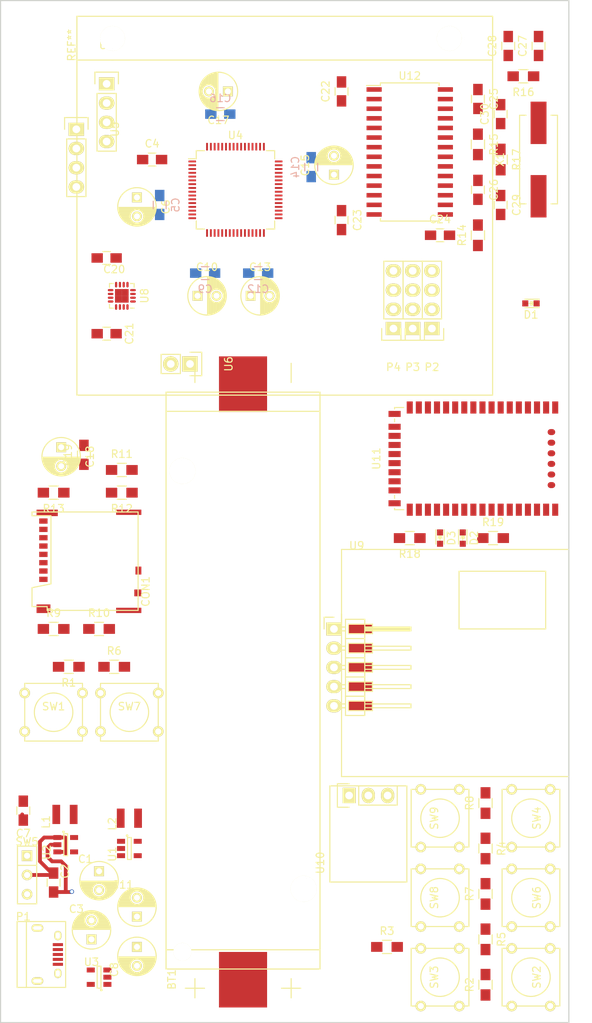
<source format=kicad_pcb>
(kicad_pcb (version 4) (host pcbnew 4.0.2-stable)

  (general
    (links 255)
    (no_connects 251)
    (area 36.924999 39.924999 115.275001 175.075001)
    (thickness 1.6)
    (drawings 4)
    (tracks 26)
    (zones 0)
    (modules 83)
    (nets 74)
  )

  (page A4)
  (title_block
    (title "SenseWalk2: Minimalistic version")
    (rev 1)
    (company "University of Central Florida\\nSenior Design G23\\nBenoit Brummer\\n\\n\\n")
  )

  (layers
    (0 F.Cu signal)
    (31 B.Cu signal)
    (32 B.Adhes user)
    (33 F.Adhes user)
    (34 B.Paste user)
    (35 F.Paste user)
    (36 B.SilkS user)
    (37 F.SilkS user)
    (38 B.Mask user)
    (39 F.Mask user)
    (40 Dwgs.User user)
    (41 Cmts.User user)
    (42 Eco1.User user)
    (43 Eco2.User user)
    (44 Edge.Cuts user)
    (45 Margin user)
    (46 B.CrtYd user)
    (47 F.CrtYd user)
    (48 B.Fab user)
    (49 F.Fab user)
  )

  (setup
    (last_trace_width 0.25)
    (user_trace_width 0.4)
    (user_trace_width 0.5)
    (user_trace_width 0.75)
    (user_trace_width 1)
    (user_trace_width 1.25)
    (user_trace_width 1.5)
    (user_trace_width 1.75)
    (trace_clearance 0.2)
    (zone_clearance 0.508)
    (zone_45_only yes)
    (trace_min 0.2)
    (segment_width 0.2)
    (edge_width 0.15)
    (via_size 0.6)
    (via_drill 0.4)
    (via_min_size 0.4)
    (via_min_drill 0.3)
    (uvia_size 0.3)
    (uvia_drill 0.1)
    (uvias_allowed no)
    (uvia_min_size 0.2)
    (uvia_min_drill 0.1)
    (pcb_text_width 0.3)
    (pcb_text_size 1.5 1.5)
    (mod_edge_width 0.15)
    (mod_text_size 1 1)
    (mod_text_width 0.15)
    (pad_size 1.524 1.524)
    (pad_drill 0.762)
    (pad_to_mask_clearance 0.2)
    (aux_axis_origin 0 0)
    (visible_elements FFFEFF7F)
    (pcbplotparams
      (layerselection 0x00030_80000001)
      (usegerberextensions false)
      (excludeedgelayer true)
      (linewidth 0.100000)
      (plotframeref false)
      (viasonmask false)
      (mode 1)
      (useauxorigin false)
      (hpglpennumber 1)
      (hpglpenspeed 20)
      (hpglpendiameter 15)
      (hpglpenoverlay 2)
      (psnegative false)
      (psa4output false)
      (plotreference true)
      (plotvalue true)
      (plotinvisibletext false)
      (padsonsilk false)
      (subtractmaskfromsilk false)
      (outputformat 1)
      (mirror false)
      (drillshape 1)
      (scaleselection 1)
      (outputdirectory pdf/))
  )

  (net 0 "")
  (net 1 "Net-(BT1-Pad1)")
  (net 2 GND)
  (net 3 +BATT)
  (net 4 +5V)
  (net 5 +3V3)
  (net 6 PD2_SD-CMD)
  (net 7 PC10_SD-D2)
  (net 8 PC11_SD-D3)
  (net 9 PC12_SD-CK)
  (net 10 PC8_SD-D0)
  (net 11 PC9_SD-D1)
  (net 12 PA15_SD-DET)
  (net 13 "Net-(L2-Pad1)")
  (net 14 /in5)
  (net 15 /in6)
  (net 16 /in7)
  (net 17 /in8)
  (net 18 /in1)
  (net 19 /in2)
  (net 20 /in3)
  (net 21 /in4)
  (net 22 PC13_dbg)
  (net 23 NRST)
  (net 24 PC0_MP3-SCL)
  (net 25 PC1_MP3-SDA)
  (net 26 PC2_MAG-MISO)
  (net 27 PC3_mic)
  (net 28 PA0_las)
  (net 29 PA1_las)
  (net 30 PA2_UART)
  (net 31 PA3_UART)
  (net 32 PA4_BTpcm-Sync)
  (net 33 PA5_MP3-SCK)
  (net 34 PA6_BT-RTS)
  (net 35 PA7_MP3-SDI)
  (net 36 PC4_BT-RX)
  (net 37 PC5_BT-TX)
  (net 38 PB0_BT-GP9)
  (net 39 PB1_BT-CTS)
  (net 40 PB2_BT-GP2)
  (net 41 PB10_MAG-SPC)
  (net 42 "Net-(D1-Pad2)")
  (net 43 PB12_MAG-INT)
  (net 44 PB13_MAG-TRIG)
  (net 45 PB14_MP3-RST)
  (net 46 PB15_MAG-MOSI)
  (net 47 PC6_MP3-DR)
  (net 48 PA9_GPS-RX)
  (net 49 PA13_dbg)
  (net 50 PA14_dbg)
  (net 51 PB3_BTpcm-CLK)
  (net 52 PB5_BTpcm-IN)
  (net 53 PB7_GPS-TX)
  (net 54 PB9_MAG-CS)
  (net 55 "Net-(P4-Pad4)")
  (net 56 "Net-(P4-Pad1)")
  (net 57 "Net-(P4-Pad2)")
  (net 58 "Net-(C26-Pad1)")
  (net 59 "Net-(C28-Pad1)")
  (net 60 "Net-(C29-Pad1)")
  (net 61 "Net-(C27-Pad1)")
  (net 62 "Net-(D2-Pad2)")
  (net 63 "Net-(D2-Pad1)")
  (net 64 "Net-(D3-Pad2)")
  (net 65 "Net-(D3-Pad1)")
  (net 66 "Net-(P3-Pad1)")
  (net 67 "Net-(P3-Pad2)")
  (net 68 "Net-(P3-Pad3)")
  (net 69 "Net-(P3-Pad4)")
  (net 70 "Net-(L1-Pad2)")
  (net 71 "Net-(C3-Pad2)")
  (net 72 "Net-(C26-Pad2)")
  (net 73 "Net-(C30-Pad1)")

  (net_class Default "This is the default net class."
    (clearance 0.2)
    (trace_width 0.25)
    (via_dia 0.6)
    (via_drill 0.4)
    (uvia_dia 0.3)
    (uvia_drill 0.1)
    (add_net +3V3)
    (add_net +5V)
    (add_net +BATT)
    (add_net /in1)
    (add_net /in2)
    (add_net /in3)
    (add_net /in4)
    (add_net /in5)
    (add_net /in6)
    (add_net /in7)
    (add_net /in8)
    (add_net GND)
    (add_net NRST)
    (add_net "Net-(BT1-Pad1)")
    (add_net "Net-(C26-Pad1)")
    (add_net "Net-(C26-Pad2)")
    (add_net "Net-(C27-Pad1)")
    (add_net "Net-(C28-Pad1)")
    (add_net "Net-(C29-Pad1)")
    (add_net "Net-(C3-Pad2)")
    (add_net "Net-(C30-Pad1)")
    (add_net "Net-(D1-Pad2)")
    (add_net "Net-(D2-Pad1)")
    (add_net "Net-(D2-Pad2)")
    (add_net "Net-(D3-Pad1)")
    (add_net "Net-(D3-Pad2)")
    (add_net "Net-(L1-Pad2)")
    (add_net "Net-(L2-Pad1)")
    (add_net "Net-(P3-Pad1)")
    (add_net "Net-(P3-Pad2)")
    (add_net "Net-(P3-Pad3)")
    (add_net "Net-(P3-Pad4)")
    (add_net "Net-(P4-Pad1)")
    (add_net "Net-(P4-Pad2)")
    (add_net "Net-(P4-Pad4)")
    (add_net PA0_las)
    (add_net PA13_dbg)
    (add_net PA14_dbg)
    (add_net PA15_SD-DET)
    (add_net PA1_las)
    (add_net PA2_UART)
    (add_net PA3_UART)
    (add_net PA4_BTpcm-Sync)
    (add_net PA5_MP3-SCK)
    (add_net PA6_BT-RTS)
    (add_net PA7_MP3-SDI)
    (add_net PA9_GPS-RX)
    (add_net PB0_BT-GP9)
    (add_net PB10_MAG-SPC)
    (add_net PB12_MAG-INT)
    (add_net PB13_MAG-TRIG)
    (add_net PB14_MP3-RST)
    (add_net PB15_MAG-MOSI)
    (add_net PB1_BT-CTS)
    (add_net PB2_BT-GP2)
    (add_net PB3_BTpcm-CLK)
    (add_net PB5_BTpcm-IN)
    (add_net PB7_GPS-TX)
    (add_net PB9_MAG-CS)
    (add_net PC0_MP3-SCL)
    (add_net PC10_SD-D2)
    (add_net PC11_SD-D3)
    (add_net PC12_SD-CK)
    (add_net PC13_dbg)
    (add_net PC1_MP3-SDA)
    (add_net PC2_MAG-MISO)
    (add_net PC3_mic)
    (add_net PC4_BT-RX)
    (add_net PC5_BT-TX)
    (add_net PC6_MP3-DR)
    (add_net PC8_SD-D0)
    (add_net PC9_SD-D1)
    (add_net PD2_SD-CMD)
  )

  (module Capacitors_ThroughHole:C_Radial_D5_L11_P2.5 (layer F.Cu) (tedit 56CBE4A7) (tstamp 56C95E4C)
    (at 50 155 270)
    (descr "Radial Electrolytic Capacitor Diameter 5mm x Length 11mm, Pitch 2.5mm")
    (tags "Electrolytic Capacitor")
    (path /56B9B3BD)
    (fp_text reference C1 (at -1.6 1.8 540) (layer F.SilkS)
      (effects (font (size 1 1) (thickness 0.15)))
    )
    (fp_text value 10uF (at 1.5 0 270) (layer F.Fab)
      (effects (font (size 1 1) (thickness 0.15)))
    )
    (fp_line (start 1.325 -2.499) (end 1.325 2.499) (layer F.SilkS) (width 0.15))
    (fp_line (start 1.465 -2.491) (end 1.465 2.491) (layer F.SilkS) (width 0.15))
    (fp_line (start 1.605 -2.475) (end 1.605 -0.095) (layer F.SilkS) (width 0.15))
    (fp_line (start 1.605 0.095) (end 1.605 2.475) (layer F.SilkS) (width 0.15))
    (fp_line (start 1.745 -2.451) (end 1.745 -0.49) (layer F.SilkS) (width 0.15))
    (fp_line (start 1.745 0.49) (end 1.745 2.451) (layer F.SilkS) (width 0.15))
    (fp_line (start 1.885 -2.418) (end 1.885 -0.657) (layer F.SilkS) (width 0.15))
    (fp_line (start 1.885 0.657) (end 1.885 2.418) (layer F.SilkS) (width 0.15))
    (fp_line (start 2.025 -2.377) (end 2.025 -0.764) (layer F.SilkS) (width 0.15))
    (fp_line (start 2.025 0.764) (end 2.025 2.377) (layer F.SilkS) (width 0.15))
    (fp_line (start 2.165 -2.327) (end 2.165 -0.835) (layer F.SilkS) (width 0.15))
    (fp_line (start 2.165 0.835) (end 2.165 2.327) (layer F.SilkS) (width 0.15))
    (fp_line (start 2.305 -2.266) (end 2.305 -0.879) (layer F.SilkS) (width 0.15))
    (fp_line (start 2.305 0.879) (end 2.305 2.266) (layer F.SilkS) (width 0.15))
    (fp_line (start 2.445 -2.196) (end 2.445 -0.898) (layer F.SilkS) (width 0.15))
    (fp_line (start 2.445 0.898) (end 2.445 2.196) (layer F.SilkS) (width 0.15))
    (fp_line (start 2.585 -2.114) (end 2.585 -0.896) (layer F.SilkS) (width 0.15))
    (fp_line (start 2.585 0.896) (end 2.585 2.114) (layer F.SilkS) (width 0.15))
    (fp_line (start 2.725 -2.019) (end 2.725 -0.871) (layer F.SilkS) (width 0.15))
    (fp_line (start 2.725 0.871) (end 2.725 2.019) (layer F.SilkS) (width 0.15))
    (fp_line (start 2.865 -1.908) (end 2.865 -0.823) (layer F.SilkS) (width 0.15))
    (fp_line (start 2.865 0.823) (end 2.865 1.908) (layer F.SilkS) (width 0.15))
    (fp_line (start 3.005 -1.78) (end 3.005 -0.745) (layer F.SilkS) (width 0.15))
    (fp_line (start 3.005 0.745) (end 3.005 1.78) (layer F.SilkS) (width 0.15))
    (fp_line (start 3.145 -1.631) (end 3.145 -0.628) (layer F.SilkS) (width 0.15))
    (fp_line (start 3.145 0.628) (end 3.145 1.631) (layer F.SilkS) (width 0.15))
    (fp_line (start 3.285 -1.452) (end 3.285 -0.44) (layer F.SilkS) (width 0.15))
    (fp_line (start 3.285 0.44) (end 3.285 1.452) (layer F.SilkS) (width 0.15))
    (fp_line (start 3.425 -1.233) (end 3.425 1.233) (layer F.SilkS) (width 0.15))
    (fp_line (start 3.565 -0.944) (end 3.565 0.944) (layer F.SilkS) (width 0.15))
    (fp_line (start 3.705 -0.472) (end 3.705 0.472) (layer F.SilkS) (width 0.15))
    (fp_circle (center 2.5 0) (end 2.5 -0.9) (layer F.SilkS) (width 0.15))
    (fp_circle (center 1.25 0) (end 1.25 -2.5375) (layer F.SilkS) (width 0.15))
    (fp_circle (center 1.25 0) (end 1.25 -2.8) (layer F.CrtYd) (width 0.05))
    (pad 1 thru_hole rect (at 0 0 270) (size 1.3 1.3) (drill 0.8) (layers *.Cu *.Mask F.SilkS)
      (net 3 +BATT))
    (pad 2 thru_hole circle (at 2.5 0 270) (size 1.3 1.3) (drill 0.8) (layers *.Cu *.Mask F.SilkS)
      (net 2 GND))
    (model Capacitors_ThroughHole.3dshapes/C_Radial_D5_L11_P2.5.wrl
      (at (xyz 0.049213 0 0))
      (scale (xyz 1 1 1))
      (rotate (xyz 0 0 90))
    )
  )

  (module con-trougnouf:MicroSD (layer F.Cu) (tedit 56CD09D4) (tstamp 56C96B0E)
    (at 42.65 112.05 90)
    (path /56C194C9)
    (fp_text reference CON1 (at -6 13.5 90) (layer F.SilkS)
      (effects (font (size 1 1) (thickness 0.15)))
    )
    (fp_text value uSD_Card (at 1 13.5 90) (layer F.Fab)
      (effects (font (size 1 1) (thickness 0.15)))
    )
    (fp_line (start -8 -0.5) (end -8 -1.5) (layer F.SilkS) (width 0.15))
    (fp_line (start -8 -1.5) (end -5.5 -1.5) (layer F.SilkS) (width 0.15))
    (fp_line (start -5.5 -1.5) (end -5 1) (layer F.SilkS) (width 0.15))
    (fp_line (start -5 1) (end 4 1) (layer F.SilkS) (width 0.15))
    (fp_line (start 4 1) (end 4 -1.5) (layer F.SilkS) (width 0.15))
    (fp_line (start 4 -1.5) (end 4.5 -1.5) (layer F.SilkS) (width 0.15))
    (fp_line (start 4.5 -1.5) (end 4.5 12.5) (layer F.SilkS) (width 0.15))
    (fp_line (start 4.5 12.5) (end -8.5 12.5) (layer F.SilkS) (width 0.15))
    (fp_line (start -8.5 12.5) (end -8.5 0.5) (layer F.SilkS) (width 0.15))
    (fp_line (start -8.5 0.5) (end -8 0.5) (layer F.SilkS) (width 0.15))
    (fp_line (start -8 0.5) (end -8 -0.5) (layer F.SilkS) (width 0.15))
    (pad 6 smd rect (at -2.2 0 90) (size 0.7 1.1) (layers F.Cu F.Paste F.Mask)
      (net 2 GND))
    (pad 3 smd rect (at 1.1 0 90) (size 0.7 1.1) (layers F.Cu F.Paste F.Mask)
      (net 6 PD2_SD-CMD))
    (pad ~ smd rect (at 4.38 0.5 90) (size 0.86 2.8) (layers F.Cu F.Paste F.Mask))
    (pad 1 smd rect (at 3.3 0 90) (size 0.7 1.1) (layers F.Cu F.Paste F.Mask)
      (net 7 PC10_SD-D2))
    (pad 2 smd rect (at 2.2 0 90) (size 0.7 1.1) (layers F.Cu F.Paste F.Mask)
      (net 8 PC11_SD-D3))
    (pad 4 smd rect (at 0 0 90) (size 0.7 1.1) (layers F.Cu F.Paste F.Mask)
      (net 5 +3V3))
    (pad 5 smd rect (at -1.1 0 90) (size 0.7 1.1) (layers F.Cu F.Paste F.Mask)
      (net 9 PC12_SD-CK))
    (pad 7 smd rect (at -3.3 0 90) (size 0.7 1.1) (layers F.Cu F.Paste F.Mask)
      (net 10 PC8_SD-D0))
    (pad 8 smd rect (at -4.4 0 90) (size 0.7 1.1) (layers F.Cu F.Paste F.Mask)
      (net 11 PC9_SD-D1))
    (pad ~ smd rect (at -8.28 0.015 90) (size 1.14 1.83) (layers F.Cu F.Paste F.Mask))
    (pad ~ smd rect (at -8.5 11.265 90) (size 0.7 3.33) (layers F.Cu F.Paste F.Mask))
    (pad 6 smd rect (at -6.19 12.465 90) (size 0.9 0.93) (layers F.Cu F.Paste F.Mask)
      (net 2 GND))
    (pad 9 smd rect (at -3.24 12.54 90) (size 1.05 0.78) (layers F.Cu F.Paste F.Mask)
      (net 12 PA15_SD-DET))
    (pad ~ smd rect (at 4.46 11.265 90) (size 0.7 3.33) (layers F.Cu F.Paste F.Mask))
  )

  (module BT:RN-52 (layer F.Cu) (tedit 55A59B3F) (tstamp 56C96415)
    (at 102 100.5 270)
    (path /56BFE3AB)
    (fp_text reference U11 (at 0 15.4 270) (layer F.SilkS)
      (effects (font (size 1 1) (thickness 0.15)))
    )
    (fp_text value RN-52 (at 0 0 270) (layer F.Fab)
      (effects (font (size 1 1) (thickness 0.15)))
    )
    (fp_line (start 4.85 13) (end 5.25 13) (layer F.SilkS) (width 0.15))
    (fp_line (start -5.25 13) (end -4.85 13) (layer F.SilkS) (width 0.15))
    (fp_line (start -6.75 -13) (end -6.75 -8.4) (layer B.CrtYd) (width 0.15))
    (fp_line (start -6.75 -8.4) (end 6.75 -8.4) (layer B.CrtYd) (width 0.15))
    (fp_line (start 6.75 -8.4) (end 6.75 -13) (layer B.CrtYd) (width 0.15))
    (fp_line (start 6.75 -13) (end -6.75 -13) (layer B.CrtYd) (width 0.15))
    (fp_line (start -6.75 -9) (end -7.75 -9) (layer F.CrtYd) (width 0.15))
    (fp_line (start -7.75 -9) (end -7.75 14) (layer F.CrtYd) (width 0.15))
    (fp_line (start -7.75 14) (end 8.05 14) (layer F.CrtYd) (width 0.15))
    (fp_line (start 8.05 14) (end 8.05 -9) (layer F.CrtYd) (width 0.15))
    (fp_line (start 8.05 -9) (end 6.75 -9) (layer F.CrtYd) (width 0.15))
    (fp_line (start -6.75 -9) (end -6.75 -13) (layer F.CrtYd) (width 0.15))
    (fp_line (start -6.75 -13) (end 6.75 -13) (layer F.CrtYd) (width 0.15))
    (fp_line (start 6.75 -13) (end 6.75 -9) (layer F.CrtYd) (width 0.15))
    (fp_line (start 6.75 13) (end 6.55 13) (layer F.SilkS) (width 0.15))
    (fp_line (start 6.75 11.8) (end 6.75 13) (layer F.SilkS) (width 0.15))
    (fp_line (start -6.75 11.8) (end -6.75 13) (layer F.SilkS) (width 0.15))
    (fp_line (start -6.75 13) (end -6.55 13) (layer F.SilkS) (width 0.15))
    (fp_text user "GND Edge" (at 0 -9.5 270) (layer F.Fab)
      (effects (font (size 1 1) (thickness 0.15)))
    )
    (fp_line (start -6.75 -8.4) (end 6.75 -8.4) (layer F.Fab) (width 0.15))
    (pad 28 smd rect (at 6.75 11 270) (size 1.6 0.8) (layers F.Cu F.Paste F.Mask))
    (pad 27 smd rect (at 5.9 13 270) (size 0.8 1.6) (layers F.Cu F.Paste F.Mask)
      (net 2 GND))
    (pad 19 smd rect (at -4.2 13 270) (size 0.8 1.6) (layers F.Cu F.Paste F.Mask))
    (pad 1 smd rect (at -6.75 -8.2 270) (size 1.6 0.8) (layers F.Cu F.Paste F.Mask)
      (net 2 GND))
    (pad 2 smd rect (at -6.75 -7 270) (size 1.6 0.8) (layers F.Cu F.Paste F.Mask)
      (net 40 PB2_BT-GP2))
    (pad 3 smd rect (at -6.75 -5.8 270) (size 1.6 0.8) (layers F.Cu F.Paste F.Mask))
    (pad 4 smd rect (at -6.75 -4.6 270) (size 1.6 0.8) (layers F.Cu F.Paste F.Mask))
    (pad 5 smd rect (at -6.75 -3.4 270) (size 1.6 0.8) (layers F.Cu F.Paste F.Mask))
    (pad 6 smd rect (at -6.75 -2.2 270) (size 1.6 0.8) (layers F.Cu F.Paste F.Mask))
    (pad 7 smd rect (at -6.75 -1 270) (size 1.6 0.8) (layers F.Cu F.Paste F.Mask))
    (pad 8 smd rect (at -6.75 0.2 270) (size 1.6 0.8) (layers F.Cu F.Paste F.Mask))
    (pad 9 smd rect (at -6.75 1.4 270) (size 1.6 0.8) (layers F.Cu F.Paste F.Mask))
    (pad 10 smd rect (at -6.75 2.6 270) (size 1.6 0.8) (layers F.Cu F.Paste F.Mask))
    (pad 11 smd rect (at -6.75 3.8 270) (size 1.6 0.8) (layers F.Cu F.Paste F.Mask)
      (net 38 PB0_BT-GP9))
    (pad 12 smd rect (at -6.75 5 270) (size 1.6 0.8) (layers F.Cu F.Paste F.Mask))
    (pad 13 smd rect (at -6.75 6.2 270) (size 1.6 0.8) (layers F.Cu F.Paste F.Mask))
    (pad 14 smd rect (at -6.75 7.4 270) (size 1.6 0.8) (layers F.Cu F.Paste F.Mask)
      (net 34 PA6_BT-RTS))
    (pad 15 smd rect (at -6.75 8.6 270) (size 1.6 0.8) (layers F.Cu F.Paste F.Mask)
      (net 39 PB1_BT-CTS))
    (pad 16 smd rect (at -6.75 9.8 270) (size 1.6 0.8) (layers F.Cu F.Paste F.Mask)
      (net 37 PC5_BT-TX))
    (pad 17 smd rect (at -6.75 11 270) (size 1.6 0.8) (layers F.Cu F.Paste F.Mask)
      (net 36 PC4_BT-RX))
    (pad 18 smd rect (at -5.9 13 270) (size 0.8 1.6) (layers F.Cu F.Paste F.Mask)
      (net 2 GND))
    (pad 20 smd rect (at -3 13 270) (size 0.8 1.6) (layers F.Cu F.Paste F.Mask))
    (pad 21 smd rect (at -1.8 13 270) (size 0.8 1.6) (layers F.Cu F.Paste F.Mask)
      (net 5 +3V3))
    (pad 22 smd rect (at -0.6 13 270) (size 0.8 1.6) (layers F.Cu F.Paste F.Mask)
      (net 5 +3V3))
    (pad 23 smd rect (at 0.6 13 270) (size 0.8 1.6) (layers F.Cu F.Paste F.Mask)
      (net 69 "Net-(P3-Pad4)"))
    (pad 24 smd rect (at 1.8 13 270) (size 0.8 1.6) (layers F.Cu F.Paste F.Mask)
      (net 68 "Net-(P3-Pad3)"))
    (pad 25 smd rect (at 3 13 270) (size 0.8 1.6) (layers F.Cu F.Paste F.Mask)
      (net 67 "Net-(P3-Pad2)"))
    (pad 26 smd rect (at 4.2 13 270) (size 0.8 1.6) (layers F.Cu F.Paste F.Mask)
      (net 66 "Net-(P3-Pad1)"))
    (pad 29 smd rect (at 6.75 9.8 270) (size 1.6 0.8) (layers F.Cu F.Paste F.Mask))
    (pad 30 smd rect (at 6.75 8.6 270) (size 1.6 0.8) (layers F.Cu F.Paste F.Mask))
    (pad 31 smd rect (at 6.75 7.4 270) (size 1.6 0.8) (layers F.Cu F.Paste F.Mask))
    (pad 32 smd rect (at 6.75 6.2 270) (size 1.6 0.8) (layers F.Cu F.Paste F.Mask)
      (net 65 "Net-(D3-Pad1)"))
    (pad 33 smd rect (at 6.75 5 270) (size 1.6 0.8) (layers F.Cu F.Paste F.Mask)
      (net 63 "Net-(D2-Pad1)"))
    (pad 34 smd rect (at 6.75 3.8 270) (size 1.6 0.8) (layers F.Cu F.Paste F.Mask))
    (pad 35 smd rect (at 6.75 2.6 270) (size 1.6 0.8) (layers F.Cu F.Paste F.Mask))
    (pad 36 smd rect (at 6.75 1.4 270) (size 1.6 0.8) (layers F.Cu F.Paste F.Mask))
    (pad 37 smd rect (at 6.75 0.2 270) (size 1.6 0.8) (layers F.Cu F.Paste F.Mask))
    (pad 38 smd rect (at 6.75 -1 270) (size 1.6 0.8) (layers F.Cu F.Paste F.Mask))
    (pad 39 smd rect (at 6.75 -2.2 270) (size 1.6 0.8) (layers F.Cu F.Paste F.Mask)
      (net 2 GND))
    (pad 40 smd rect (at 6.75 -3.4 270) (size 1.6 0.8) (layers F.Cu F.Paste F.Mask))
    (pad 41 smd rect (at 6.75 -4.6 270) (size 1.6 0.8) (layers F.Cu F.Paste F.Mask))
    (pad 42 smd rect (at 6.75 -5.8 270) (size 1.6 0.8) (layers F.Cu F.Paste F.Mask))
    (pad 43 smd rect (at 6.75 -7 270) (size 1.6 0.8) (layers F.Cu F.Paste F.Mask))
    (pad 44 smd rect (at 6.75 -8.2 270) (size 1.6 0.8) (layers F.Cu F.Paste F.Mask)
      (net 2 GND))
    (pad 45 smd oval (at 3.5 -7.7 270) (size 0.8 1) (layers F.Cu F.Paste F.Mask)
      (net 2 GND))
    (pad 46 smd oval (at 2.1 -7.7 270) (size 0.8 1) (layers F.Cu F.Paste F.Mask)
      (net 2 GND))
    (pad 47 smd oval (at 0.7 -7.7 270) (size 0.8 1) (layers F.Cu F.Paste F.Mask)
      (net 2 GND))
    (pad 48 smd oval (at -0.7 -7.7 270) (size 0.8 1) (layers F.Cu F.Paste F.Mask)
      (net 2 GND))
    (pad 49 smd oval (at -2.1 -7.7 270) (size 0.8 1) (layers F.Cu F.Paste F.Mask)
      (net 2 GND))
    (pad 50 smd oval (at -3.5 -7.7 270) (size 0.8 1) (layers F.Cu F.Paste F.Mask)
      (net 2 GND))
  )

  (module con-trougnouf:18650BatteryHolder (layer F.Cu) (tedit 56CBE491) (tstamp 56C95E46)
    (at 69 173 270)
    (descr http://keyelco.com/product-pdf.cfm?p=13957)
    (tags " Keystone Electronics 1042P")
    (path /56B971E8)
    (fp_text reference BT1 (at -3.7 9.4 270) (layer F.SilkS)
      (effects (font (size 1 1) (thickness 0.15)))
    )
    (fp_text value Battery (at -29 0 270) (layer F.Fab)
      (effects (font (size 1 1) (thickness 0.15)))
    )
    (fp_line (start -2.54 5.08) (end -2.54 7.62) (layer F.SilkS) (width 0.15))
    (fp_line (start -3.81 6.35) (end -1.27 6.35) (layer F.SilkS) (width 0.15))
    (fp_line (start -2.54 -7.62) (end -2.54 -5.08) (layer F.SilkS) (width 0.15))
    (fp_line (start -3.81 -6.35) (end -1.27 -6.35) (layer F.SilkS) (width 0.15))
    (fp_line (start -85.09 6.35) (end -82.55 6.35) (layer F.SilkS) (width 0.15))
    (fp_line (start -82.55 -6.35) (end -85.09 -6.35) (layer F.SilkS) (width 0.15))
    (fp_line (start -78.74 -10.16) (end -81.28 -10.16) (layer F.SilkS) (width 0.15))
    (fp_line (start -81.28 -10.16) (end -81.28 10.16) (layer F.SilkS) (width 0.15))
    (fp_line (start -81.28 10.16) (end -78.74 10.16) (layer F.SilkS) (width 0.15))
    (fp_line (start -7.62 10.16) (end -6.35 10.16) (layer F.SilkS) (width 0.15))
    (fp_line (start -6.35 10.16) (end -5.08 10.16) (layer F.SilkS) (width 0.15))
    (fp_line (start -5.08 10.16) (end -5.08 -10.16) (layer F.SilkS) (width 0.15))
    (fp_line (start -5.08 -10.16) (end -7.62 -10.16) (layer F.SilkS) (width 0.15))
    (fp_line (start -7.62 -10.16) (end -7.62 10.16) (layer F.SilkS) (width 0.15))
    (fp_line (start -7.62 10.16) (end -78.74 10.16) (layer F.SilkS) (width 0.15))
    (fp_line (start -78.74 10.16) (end -78.74 -10.16) (layer F.SilkS) (width 0.15))
    (fp_line (start -78.74 -10.16) (end -7.62 -10.16) (layer F.SilkS) (width 0.15))
    (pad "" np_thru_hole oval (at -70.87 8 270) (size 3.45 3.45) (drill 3.45) (layers *.Cu *.Mask F.SilkS))
    (pad 1 smd rect (at -3.67 0 270) (size 7.34 6.35) (layers F.Cu F.Paste F.Mask)
      (net 1 "Net-(BT1-Pad1)"))
    (pad 2 smd rect (at -82.33 0 270) (size 7.34 6.35) (layers F.Cu F.Paste F.Mask)
      (net 2 GND))
    (pad "" np_thru_hole oval (at -7.34 8 270) (size 2.39 2.39) (drill 2.39) (layers *.Cu *.Mask F.SilkS))
    (pad "" np_thru_hole oval (at -15.67 -8 270) (size 3.45 3.45) (drill 3.45) (layers *.Cu *.Mask F.SilkS))
  )

  (module Capacitors_ThroughHole:C_Radial_D5_L11_P2.5 (layer F.Cu) (tedit 56CA7DDC) (tstamp 56C95E58)
    (at 49 164 90)
    (descr "Radial Electrolytic Capacitor Diameter 5mm x Length 11mm, Pitch 2.5mm")
    (tags "Electrolytic Capacitor")
    (path /56B99A60)
    (fp_text reference C3 (at 4 -2 180) (layer F.SilkS)
      (effects (font (size 1 1) (thickness 0.15)))
    )
    (fp_text value 1uF (at 1 0 180) (layer F.Fab)
      (effects (font (size 1 1) (thickness 0.15)))
    )
    (fp_line (start 1.325 -2.499) (end 1.325 2.499) (layer F.SilkS) (width 0.15))
    (fp_line (start 1.465 -2.491) (end 1.465 2.491) (layer F.SilkS) (width 0.15))
    (fp_line (start 1.605 -2.475) (end 1.605 -0.095) (layer F.SilkS) (width 0.15))
    (fp_line (start 1.605 0.095) (end 1.605 2.475) (layer F.SilkS) (width 0.15))
    (fp_line (start 1.745 -2.451) (end 1.745 -0.49) (layer F.SilkS) (width 0.15))
    (fp_line (start 1.745 0.49) (end 1.745 2.451) (layer F.SilkS) (width 0.15))
    (fp_line (start 1.885 -2.418) (end 1.885 -0.657) (layer F.SilkS) (width 0.15))
    (fp_line (start 1.885 0.657) (end 1.885 2.418) (layer F.SilkS) (width 0.15))
    (fp_line (start 2.025 -2.377) (end 2.025 -0.764) (layer F.SilkS) (width 0.15))
    (fp_line (start 2.025 0.764) (end 2.025 2.377) (layer F.SilkS) (width 0.15))
    (fp_line (start 2.165 -2.327) (end 2.165 -0.835) (layer F.SilkS) (width 0.15))
    (fp_line (start 2.165 0.835) (end 2.165 2.327) (layer F.SilkS) (width 0.15))
    (fp_line (start 2.305 -2.266) (end 2.305 -0.879) (layer F.SilkS) (width 0.15))
    (fp_line (start 2.305 0.879) (end 2.305 2.266) (layer F.SilkS) (width 0.15))
    (fp_line (start 2.445 -2.196) (end 2.445 -0.898) (layer F.SilkS) (width 0.15))
    (fp_line (start 2.445 0.898) (end 2.445 2.196) (layer F.SilkS) (width 0.15))
    (fp_line (start 2.585 -2.114) (end 2.585 -0.896) (layer F.SilkS) (width 0.15))
    (fp_line (start 2.585 0.896) (end 2.585 2.114) (layer F.SilkS) (width 0.15))
    (fp_line (start 2.725 -2.019) (end 2.725 -0.871) (layer F.SilkS) (width 0.15))
    (fp_line (start 2.725 0.871) (end 2.725 2.019) (layer F.SilkS) (width 0.15))
    (fp_line (start 2.865 -1.908) (end 2.865 -0.823) (layer F.SilkS) (width 0.15))
    (fp_line (start 2.865 0.823) (end 2.865 1.908) (layer F.SilkS) (width 0.15))
    (fp_line (start 3.005 -1.78) (end 3.005 -0.745) (layer F.SilkS) (width 0.15))
    (fp_line (start 3.005 0.745) (end 3.005 1.78) (layer F.SilkS) (width 0.15))
    (fp_line (start 3.145 -1.631) (end 3.145 -0.628) (layer F.SilkS) (width 0.15))
    (fp_line (start 3.145 0.628) (end 3.145 1.631) (layer F.SilkS) (width 0.15))
    (fp_line (start 3.285 -1.452) (end 3.285 -0.44) (layer F.SilkS) (width 0.15))
    (fp_line (start 3.285 0.44) (end 3.285 1.452) (layer F.SilkS) (width 0.15))
    (fp_line (start 3.425 -1.233) (end 3.425 1.233) (layer F.SilkS) (width 0.15))
    (fp_line (start 3.565 -0.944) (end 3.565 0.944) (layer F.SilkS) (width 0.15))
    (fp_line (start 3.705 -0.472) (end 3.705 0.472) (layer F.SilkS) (width 0.15))
    (fp_circle (center 2.5 0) (end 2.5 -0.9) (layer F.SilkS) (width 0.15))
    (fp_circle (center 1.25 0) (end 1.25 -2.5375) (layer F.SilkS) (width 0.15))
    (fp_circle (center 1.25 0) (end 1.25 -2.8) (layer F.CrtYd) (width 0.05))
    (pad 1 thru_hole rect (at 0 0 90) (size 1.3 1.3) (drill 0.8) (layers *.Cu *.Mask F.SilkS)
      (net 2 GND))
    (pad 2 thru_hole circle (at 2.5 0 90) (size 1.3 1.3) (drill 0.8) (layers *.Cu *.Mask F.SilkS)
      (net 71 "Net-(C3-Pad2)"))
    (model Capacitors_ThroughHole.3dshapes/C_Radial_D5_L11_P2.5.wrl
      (at (xyz 0.049213 0 0))
      (scale (xyz 1 1 1))
      (rotate (xyz 0 0 90))
    )
  )

  (module Capacitors_SMD:C_0805_HandSoldering (layer F.Cu) (tedit 541A9B8D) (tstamp 56C95E5E)
    (at 57 61)
    (descr "Capacitor SMD 0805, hand soldering")
    (tags "capacitor 0805")
    (path /56C98142)
    (attr smd)
    (fp_text reference C4 (at 0 -2.1) (layer F.SilkS)
      (effects (font (size 1 1) (thickness 0.15)))
    )
    (fp_text value 0.1uF (at 0 2.1) (layer F.Fab)
      (effects (font (size 1 1) (thickness 0.15)))
    )
    (fp_line (start -2.3 -1) (end 2.3 -1) (layer F.CrtYd) (width 0.05))
    (fp_line (start -2.3 1) (end 2.3 1) (layer F.CrtYd) (width 0.05))
    (fp_line (start -2.3 -1) (end -2.3 1) (layer F.CrtYd) (width 0.05))
    (fp_line (start 2.3 -1) (end 2.3 1) (layer F.CrtYd) (width 0.05))
    (fp_line (start 0.5 -0.85) (end -0.5 -0.85) (layer F.SilkS) (width 0.15))
    (fp_line (start -0.5 0.85) (end 0.5 0.85) (layer F.SilkS) (width 0.15))
    (pad 1 smd rect (at -1.25 0) (size 1.5 1.25) (layers F.Cu F.Paste F.Mask)
      (net 2 GND))
    (pad 2 smd rect (at 1.25 0) (size 1.5 1.25) (layers F.Cu F.Paste F.Mask)
      (net 5 +3V3))
    (model Capacitors_SMD.3dshapes/C_0805_HandSoldering.wrl
      (at (xyz 0 0 0))
      (scale (xyz 1 1 1))
      (rotate (xyz 0 0 0))
    )
  )

  (module Capacitors_ThroughHole:C_Radial_D5_L11_P2.5 (layer F.Cu) (tedit 0) (tstamp 56C95E6A)
    (at 55 66 270)
    (descr "Radial Electrolytic Capacitor Diameter 5mm x Length 11mm, Pitch 2.5mm")
    (tags "Electrolytic Capacitor")
    (path /56CA080D)
    (fp_text reference C6 (at 1.25 -3.8 270) (layer F.SilkS)
      (effects (font (size 1 1) (thickness 0.15)))
    )
    (fp_text value 4.7uF (at 1.25 3.8 270) (layer F.Fab)
      (effects (font (size 1 1) (thickness 0.15)))
    )
    (fp_line (start 1.325 -2.499) (end 1.325 2.499) (layer F.SilkS) (width 0.15))
    (fp_line (start 1.465 -2.491) (end 1.465 2.491) (layer F.SilkS) (width 0.15))
    (fp_line (start 1.605 -2.475) (end 1.605 -0.095) (layer F.SilkS) (width 0.15))
    (fp_line (start 1.605 0.095) (end 1.605 2.475) (layer F.SilkS) (width 0.15))
    (fp_line (start 1.745 -2.451) (end 1.745 -0.49) (layer F.SilkS) (width 0.15))
    (fp_line (start 1.745 0.49) (end 1.745 2.451) (layer F.SilkS) (width 0.15))
    (fp_line (start 1.885 -2.418) (end 1.885 -0.657) (layer F.SilkS) (width 0.15))
    (fp_line (start 1.885 0.657) (end 1.885 2.418) (layer F.SilkS) (width 0.15))
    (fp_line (start 2.025 -2.377) (end 2.025 -0.764) (layer F.SilkS) (width 0.15))
    (fp_line (start 2.025 0.764) (end 2.025 2.377) (layer F.SilkS) (width 0.15))
    (fp_line (start 2.165 -2.327) (end 2.165 -0.835) (layer F.SilkS) (width 0.15))
    (fp_line (start 2.165 0.835) (end 2.165 2.327) (layer F.SilkS) (width 0.15))
    (fp_line (start 2.305 -2.266) (end 2.305 -0.879) (layer F.SilkS) (width 0.15))
    (fp_line (start 2.305 0.879) (end 2.305 2.266) (layer F.SilkS) (width 0.15))
    (fp_line (start 2.445 -2.196) (end 2.445 -0.898) (layer F.SilkS) (width 0.15))
    (fp_line (start 2.445 0.898) (end 2.445 2.196) (layer F.SilkS) (width 0.15))
    (fp_line (start 2.585 -2.114) (end 2.585 -0.896) (layer F.SilkS) (width 0.15))
    (fp_line (start 2.585 0.896) (end 2.585 2.114) (layer F.SilkS) (width 0.15))
    (fp_line (start 2.725 -2.019) (end 2.725 -0.871) (layer F.SilkS) (width 0.15))
    (fp_line (start 2.725 0.871) (end 2.725 2.019) (layer F.SilkS) (width 0.15))
    (fp_line (start 2.865 -1.908) (end 2.865 -0.823) (layer F.SilkS) (width 0.15))
    (fp_line (start 2.865 0.823) (end 2.865 1.908) (layer F.SilkS) (width 0.15))
    (fp_line (start 3.005 -1.78) (end 3.005 -0.745) (layer F.SilkS) (width 0.15))
    (fp_line (start 3.005 0.745) (end 3.005 1.78) (layer F.SilkS) (width 0.15))
    (fp_line (start 3.145 -1.631) (end 3.145 -0.628) (layer F.SilkS) (width 0.15))
    (fp_line (start 3.145 0.628) (end 3.145 1.631) (layer F.SilkS) (width 0.15))
    (fp_line (start 3.285 -1.452) (end 3.285 -0.44) (layer F.SilkS) (width 0.15))
    (fp_line (start 3.285 0.44) (end 3.285 1.452) (layer F.SilkS) (width 0.15))
    (fp_line (start 3.425 -1.233) (end 3.425 1.233) (layer F.SilkS) (width 0.15))
    (fp_line (start 3.565 -0.944) (end 3.565 0.944) (layer F.SilkS) (width 0.15))
    (fp_line (start 3.705 -0.472) (end 3.705 0.472) (layer F.SilkS) (width 0.15))
    (fp_circle (center 2.5 0) (end 2.5 -0.9) (layer F.SilkS) (width 0.15))
    (fp_circle (center 1.25 0) (end 1.25 -2.5375) (layer F.SilkS) (width 0.15))
    (fp_circle (center 1.25 0) (end 1.25 -2.8) (layer F.CrtYd) (width 0.05))
    (pad 1 thru_hole rect (at 0 0 270) (size 1.3 1.3) (drill 0.8) (layers *.Cu *.Mask F.SilkS)
      (net 2 GND))
    (pad 2 thru_hole circle (at 2.5 0 270) (size 1.3 1.3) (drill 0.8) (layers *.Cu *.Mask F.SilkS)
      (net 5 +3V3))
    (model Capacitors_ThroughHole.3dshapes/C_Radial_D5_L11_P2.5.wrl
      (at (xyz 0.049213 0 0))
      (scale (xyz 1 1 1))
      (rotate (xyz 0 0 90))
    )
  )

  (module Capacitors_SMD:C_0805_HandSoldering (layer F.Cu) (tedit 56CA7D73) (tstamp 56C95E70)
    (at 40 147 270)
    (descr "Capacitor SMD 0805, hand soldering")
    (tags "capacitor 0805")
    (path /56D339A8)
    (attr smd)
    (fp_text reference C7 (at 3 0 360) (layer F.SilkS)
      (effects (font (size 1 1) (thickness 0.15)))
    )
    (fp_text value 10uF (at -0.5 0 270) (layer F.Fab)
      (effects (font (size 1 1) (thickness 0.15)))
    )
    (fp_line (start -2.3 -1) (end 2.3 -1) (layer F.CrtYd) (width 0.05))
    (fp_line (start -2.3 1) (end 2.3 1) (layer F.CrtYd) (width 0.05))
    (fp_line (start -2.3 -1) (end -2.3 1) (layer F.CrtYd) (width 0.05))
    (fp_line (start 2.3 -1) (end 2.3 1) (layer F.CrtYd) (width 0.05))
    (fp_line (start 0.5 -0.85) (end -0.5 -0.85) (layer F.SilkS) (width 0.15))
    (fp_line (start -0.5 0.85) (end 0.5 0.85) (layer F.SilkS) (width 0.15))
    (pad 1 smd rect (at -1.25 0 270) (size 1.5 1.25) (layers F.Cu F.Paste F.Mask)
      (net 4 +5V))
    (pad 2 smd rect (at 1.25 0 270) (size 1.5 1.25) (layers F.Cu F.Paste F.Mask)
      (net 2 GND))
    (model Capacitors_SMD.3dshapes/C_0805_HandSoldering.wrl
      (at (xyz 0 0 0))
      (scale (xyz 1 1 1))
      (rotate (xyz 0 0 0))
    )
  )

  (module Capacitors_ThroughHole:C_Radial_D5_L11_P2.5 (layer F.Cu) (tedit 56CA7DD3) (tstamp 56C95E76)
    (at 55 165 270)
    (descr "Radial Electrolytic Capacitor Diameter 5mm x Length 11mm, Pitch 2.5mm")
    (tags "Electrolytic Capacitor")
    (path /56B9A3C3)
    (fp_text reference C8 (at 3 3 270) (layer F.SilkS)
      (effects (font (size 1 1) (thickness 0.15)))
    )
    (fp_text value 1uF (at 1 0 270) (layer F.Fab)
      (effects (font (size 1 1) (thickness 0.15)))
    )
    (fp_line (start 1.325 -2.499) (end 1.325 2.499) (layer F.SilkS) (width 0.15))
    (fp_line (start 1.465 -2.491) (end 1.465 2.491) (layer F.SilkS) (width 0.15))
    (fp_line (start 1.605 -2.475) (end 1.605 -0.095) (layer F.SilkS) (width 0.15))
    (fp_line (start 1.605 0.095) (end 1.605 2.475) (layer F.SilkS) (width 0.15))
    (fp_line (start 1.745 -2.451) (end 1.745 -0.49) (layer F.SilkS) (width 0.15))
    (fp_line (start 1.745 0.49) (end 1.745 2.451) (layer F.SilkS) (width 0.15))
    (fp_line (start 1.885 -2.418) (end 1.885 -0.657) (layer F.SilkS) (width 0.15))
    (fp_line (start 1.885 0.657) (end 1.885 2.418) (layer F.SilkS) (width 0.15))
    (fp_line (start 2.025 -2.377) (end 2.025 -0.764) (layer F.SilkS) (width 0.15))
    (fp_line (start 2.025 0.764) (end 2.025 2.377) (layer F.SilkS) (width 0.15))
    (fp_line (start 2.165 -2.327) (end 2.165 -0.835) (layer F.SilkS) (width 0.15))
    (fp_line (start 2.165 0.835) (end 2.165 2.327) (layer F.SilkS) (width 0.15))
    (fp_line (start 2.305 -2.266) (end 2.305 -0.879) (layer F.SilkS) (width 0.15))
    (fp_line (start 2.305 0.879) (end 2.305 2.266) (layer F.SilkS) (width 0.15))
    (fp_line (start 2.445 -2.196) (end 2.445 -0.898) (layer F.SilkS) (width 0.15))
    (fp_line (start 2.445 0.898) (end 2.445 2.196) (layer F.SilkS) (width 0.15))
    (fp_line (start 2.585 -2.114) (end 2.585 -0.896) (layer F.SilkS) (width 0.15))
    (fp_line (start 2.585 0.896) (end 2.585 2.114) (layer F.SilkS) (width 0.15))
    (fp_line (start 2.725 -2.019) (end 2.725 -0.871) (layer F.SilkS) (width 0.15))
    (fp_line (start 2.725 0.871) (end 2.725 2.019) (layer F.SilkS) (width 0.15))
    (fp_line (start 2.865 -1.908) (end 2.865 -0.823) (layer F.SilkS) (width 0.15))
    (fp_line (start 2.865 0.823) (end 2.865 1.908) (layer F.SilkS) (width 0.15))
    (fp_line (start 3.005 -1.78) (end 3.005 -0.745) (layer F.SilkS) (width 0.15))
    (fp_line (start 3.005 0.745) (end 3.005 1.78) (layer F.SilkS) (width 0.15))
    (fp_line (start 3.145 -1.631) (end 3.145 -0.628) (layer F.SilkS) (width 0.15))
    (fp_line (start 3.145 0.628) (end 3.145 1.631) (layer F.SilkS) (width 0.15))
    (fp_line (start 3.285 -1.452) (end 3.285 -0.44) (layer F.SilkS) (width 0.15))
    (fp_line (start 3.285 0.44) (end 3.285 1.452) (layer F.SilkS) (width 0.15))
    (fp_line (start 3.425 -1.233) (end 3.425 1.233) (layer F.SilkS) (width 0.15))
    (fp_line (start 3.565 -0.944) (end 3.565 0.944) (layer F.SilkS) (width 0.15))
    (fp_line (start 3.705 -0.472) (end 3.705 0.472) (layer F.SilkS) (width 0.15))
    (fp_circle (center 2.5 0) (end 2.5 -0.9) (layer F.SilkS) (width 0.15))
    (fp_circle (center 1.25 0) (end 1.25 -2.5375) (layer F.SilkS) (width 0.15))
    (fp_circle (center 1.25 0) (end 1.25 -2.8) (layer F.CrtYd) (width 0.05))
    (pad 1 thru_hole rect (at 0 0 270) (size 1.3 1.3) (drill 0.8) (layers *.Cu *.Mask F.SilkS)
      (net 1 "Net-(BT1-Pad1)"))
    (pad 2 thru_hole circle (at 2.5 0 270) (size 1.3 1.3) (drill 0.8) (layers *.Cu *.Mask F.SilkS)
      (net 2 GND))
    (model Capacitors_ThroughHole.3dshapes/C_Radial_D5_L11_P2.5.wrl
      (at (xyz 0.049213 0 0))
      (scale (xyz 1 1 1))
      (rotate (xyz 0 0 90))
    )
  )

  (module Capacitors_ThroughHole:C_Radial_D5_L11_P2.5 (layer F.Cu) (tedit 0) (tstamp 56C95E82)
    (at 63 79)
    (descr "Radial Electrolytic Capacitor Diameter 5mm x Length 11mm, Pitch 2.5mm")
    (tags "Electrolytic Capacitor")
    (path /56C9327D)
    (fp_text reference C10 (at 1.25 -3.8) (layer F.SilkS)
      (effects (font (size 1 1) (thickness 0.15)))
    )
    (fp_text value 4.7uF (at 1.25 3.8) (layer F.Fab)
      (effects (font (size 1 1) (thickness 0.15)))
    )
    (fp_line (start 1.325 -2.499) (end 1.325 2.499) (layer F.SilkS) (width 0.15))
    (fp_line (start 1.465 -2.491) (end 1.465 2.491) (layer F.SilkS) (width 0.15))
    (fp_line (start 1.605 -2.475) (end 1.605 -0.095) (layer F.SilkS) (width 0.15))
    (fp_line (start 1.605 0.095) (end 1.605 2.475) (layer F.SilkS) (width 0.15))
    (fp_line (start 1.745 -2.451) (end 1.745 -0.49) (layer F.SilkS) (width 0.15))
    (fp_line (start 1.745 0.49) (end 1.745 2.451) (layer F.SilkS) (width 0.15))
    (fp_line (start 1.885 -2.418) (end 1.885 -0.657) (layer F.SilkS) (width 0.15))
    (fp_line (start 1.885 0.657) (end 1.885 2.418) (layer F.SilkS) (width 0.15))
    (fp_line (start 2.025 -2.377) (end 2.025 -0.764) (layer F.SilkS) (width 0.15))
    (fp_line (start 2.025 0.764) (end 2.025 2.377) (layer F.SilkS) (width 0.15))
    (fp_line (start 2.165 -2.327) (end 2.165 -0.835) (layer F.SilkS) (width 0.15))
    (fp_line (start 2.165 0.835) (end 2.165 2.327) (layer F.SilkS) (width 0.15))
    (fp_line (start 2.305 -2.266) (end 2.305 -0.879) (layer F.SilkS) (width 0.15))
    (fp_line (start 2.305 0.879) (end 2.305 2.266) (layer F.SilkS) (width 0.15))
    (fp_line (start 2.445 -2.196) (end 2.445 -0.898) (layer F.SilkS) (width 0.15))
    (fp_line (start 2.445 0.898) (end 2.445 2.196) (layer F.SilkS) (width 0.15))
    (fp_line (start 2.585 -2.114) (end 2.585 -0.896) (layer F.SilkS) (width 0.15))
    (fp_line (start 2.585 0.896) (end 2.585 2.114) (layer F.SilkS) (width 0.15))
    (fp_line (start 2.725 -2.019) (end 2.725 -0.871) (layer F.SilkS) (width 0.15))
    (fp_line (start 2.725 0.871) (end 2.725 2.019) (layer F.SilkS) (width 0.15))
    (fp_line (start 2.865 -1.908) (end 2.865 -0.823) (layer F.SilkS) (width 0.15))
    (fp_line (start 2.865 0.823) (end 2.865 1.908) (layer F.SilkS) (width 0.15))
    (fp_line (start 3.005 -1.78) (end 3.005 -0.745) (layer F.SilkS) (width 0.15))
    (fp_line (start 3.005 0.745) (end 3.005 1.78) (layer F.SilkS) (width 0.15))
    (fp_line (start 3.145 -1.631) (end 3.145 -0.628) (layer F.SilkS) (width 0.15))
    (fp_line (start 3.145 0.628) (end 3.145 1.631) (layer F.SilkS) (width 0.15))
    (fp_line (start 3.285 -1.452) (end 3.285 -0.44) (layer F.SilkS) (width 0.15))
    (fp_line (start 3.285 0.44) (end 3.285 1.452) (layer F.SilkS) (width 0.15))
    (fp_line (start 3.425 -1.233) (end 3.425 1.233) (layer F.SilkS) (width 0.15))
    (fp_line (start 3.565 -0.944) (end 3.565 0.944) (layer F.SilkS) (width 0.15))
    (fp_line (start 3.705 -0.472) (end 3.705 0.472) (layer F.SilkS) (width 0.15))
    (fp_circle (center 2.5 0) (end 2.5 -0.9) (layer F.SilkS) (width 0.15))
    (fp_circle (center 1.25 0) (end 1.25 -2.5375) (layer F.SilkS) (width 0.15))
    (fp_circle (center 1.25 0) (end 1.25 -2.8) (layer F.CrtYd) (width 0.05))
    (pad 1 thru_hole rect (at 0 0) (size 1.3 1.3) (drill 0.8) (layers *.Cu *.Mask F.SilkS)
      (net 2 GND))
    (pad 2 thru_hole circle (at 2.5 0) (size 1.3 1.3) (drill 0.8) (layers *.Cu *.Mask F.SilkS)
      (net 5 +3V3))
    (model Capacitors_ThroughHole.3dshapes/C_Radial_D5_L11_P2.5.wrl
      (at (xyz 0.049213 0 0))
      (scale (xyz 1 1 1))
      (rotate (xyz 0 0 90))
    )
  )

  (module Capacitors_ThroughHole:C_Radial_D5_L11_P2.5 (layer F.Cu) (tedit 0) (tstamp 56C95EAC)
    (at 67 52 180)
    (descr "Radial Electrolytic Capacitor Diameter 5mm x Length 11mm, Pitch 2.5mm")
    (tags "Electrolytic Capacitor")
    (path /56C93161)
    (fp_text reference C17 (at 1.25 -3.8 180) (layer F.SilkS)
      (effects (font (size 1 1) (thickness 0.15)))
    )
    (fp_text value 4.7uF (at 1.25 3.8 180) (layer F.Fab)
      (effects (font (size 1 1) (thickness 0.15)))
    )
    (fp_line (start 1.325 -2.499) (end 1.325 2.499) (layer F.SilkS) (width 0.15))
    (fp_line (start 1.465 -2.491) (end 1.465 2.491) (layer F.SilkS) (width 0.15))
    (fp_line (start 1.605 -2.475) (end 1.605 -0.095) (layer F.SilkS) (width 0.15))
    (fp_line (start 1.605 0.095) (end 1.605 2.475) (layer F.SilkS) (width 0.15))
    (fp_line (start 1.745 -2.451) (end 1.745 -0.49) (layer F.SilkS) (width 0.15))
    (fp_line (start 1.745 0.49) (end 1.745 2.451) (layer F.SilkS) (width 0.15))
    (fp_line (start 1.885 -2.418) (end 1.885 -0.657) (layer F.SilkS) (width 0.15))
    (fp_line (start 1.885 0.657) (end 1.885 2.418) (layer F.SilkS) (width 0.15))
    (fp_line (start 2.025 -2.377) (end 2.025 -0.764) (layer F.SilkS) (width 0.15))
    (fp_line (start 2.025 0.764) (end 2.025 2.377) (layer F.SilkS) (width 0.15))
    (fp_line (start 2.165 -2.327) (end 2.165 -0.835) (layer F.SilkS) (width 0.15))
    (fp_line (start 2.165 0.835) (end 2.165 2.327) (layer F.SilkS) (width 0.15))
    (fp_line (start 2.305 -2.266) (end 2.305 -0.879) (layer F.SilkS) (width 0.15))
    (fp_line (start 2.305 0.879) (end 2.305 2.266) (layer F.SilkS) (width 0.15))
    (fp_line (start 2.445 -2.196) (end 2.445 -0.898) (layer F.SilkS) (width 0.15))
    (fp_line (start 2.445 0.898) (end 2.445 2.196) (layer F.SilkS) (width 0.15))
    (fp_line (start 2.585 -2.114) (end 2.585 -0.896) (layer F.SilkS) (width 0.15))
    (fp_line (start 2.585 0.896) (end 2.585 2.114) (layer F.SilkS) (width 0.15))
    (fp_line (start 2.725 -2.019) (end 2.725 -0.871) (layer F.SilkS) (width 0.15))
    (fp_line (start 2.725 0.871) (end 2.725 2.019) (layer F.SilkS) (width 0.15))
    (fp_line (start 2.865 -1.908) (end 2.865 -0.823) (layer F.SilkS) (width 0.15))
    (fp_line (start 2.865 0.823) (end 2.865 1.908) (layer F.SilkS) (width 0.15))
    (fp_line (start 3.005 -1.78) (end 3.005 -0.745) (layer F.SilkS) (width 0.15))
    (fp_line (start 3.005 0.745) (end 3.005 1.78) (layer F.SilkS) (width 0.15))
    (fp_line (start 3.145 -1.631) (end 3.145 -0.628) (layer F.SilkS) (width 0.15))
    (fp_line (start 3.145 0.628) (end 3.145 1.631) (layer F.SilkS) (width 0.15))
    (fp_line (start 3.285 -1.452) (end 3.285 -0.44) (layer F.SilkS) (width 0.15))
    (fp_line (start 3.285 0.44) (end 3.285 1.452) (layer F.SilkS) (width 0.15))
    (fp_line (start 3.425 -1.233) (end 3.425 1.233) (layer F.SilkS) (width 0.15))
    (fp_line (start 3.565 -0.944) (end 3.565 0.944) (layer F.SilkS) (width 0.15))
    (fp_line (start 3.705 -0.472) (end 3.705 0.472) (layer F.SilkS) (width 0.15))
    (fp_circle (center 2.5 0) (end 2.5 -0.9) (layer F.SilkS) (width 0.15))
    (fp_circle (center 1.25 0) (end 1.25 -2.5375) (layer F.SilkS) (width 0.15))
    (fp_circle (center 1.25 0) (end 1.25 -2.8) (layer F.CrtYd) (width 0.05))
    (pad 1 thru_hole rect (at 0 0 180) (size 1.3 1.3) (drill 0.8) (layers *.Cu *.Mask F.SilkS)
      (net 2 GND))
    (pad 2 thru_hole circle (at 2.5 0 180) (size 1.3 1.3) (drill 0.8) (layers *.Cu *.Mask F.SilkS)
      (net 5 +3V3))
    (model Capacitors_ThroughHole.3dshapes/C_Radial_D5_L11_P2.5.wrl
      (at (xyz 0.049213 0 0))
      (scale (xyz 1 1 1))
      (rotate (xyz 0 0 90))
    )
  )

  (module Inductors_NEOSID:Neosid_Inductor_SM-NE29_SMD1008 (layer F.Cu) (tedit 56CA7DEA) (tstamp 56C95EC4)
    (at 45.5 147.5)
    (descr "Neosid, Inductor, SM-NE29, SMD1008, Festinduktivitaet, SMD,")
    (tags "Neosid, Inductor, SM-NE29, SMD1008, Festinduktivitaet, SMD,")
    (path /56B9D90C)
    (attr smd)
    (fp_text reference L1 (at -2.5 1 270) (layer F.SilkS)
      (effects (font (size 1 1) (thickness 0.15)))
    )
    (fp_text value 4.7uH (at 0 -0.5 180) (layer F.Fab)
      (effects (font (size 1 1) (thickness 0.15)))
    )
    (pad 2 smd rect (at 1.14554 0) (size 1.02108 2.54) (layers F.Cu F.Paste F.Mask)
      (net 70 "Net-(L1-Pad2)"))
    (pad 1 smd rect (at -1.14554 0) (size 1.02108 2.54) (layers F.Cu F.Paste F.Mask)
      (net 3 +BATT))
  )

  (module Inductors_NEOSID:Neosid_Inductor_SM-NE29_SMD1008 (layer F.Cu) (tedit 56CA7DA2) (tstamp 56C95ECA)
    (at 54 148)
    (descr "Neosid, Inductor, SM-NE29, SMD1008, Festinduktivitaet, SMD,")
    (tags "Neosid, Inductor, SM-NE29, SMD1008, Festinduktivitaet, SMD,")
    (path /56B9BC26)
    (attr smd)
    (fp_text reference L2 (at -2.25 0.75 90) (layer F.SilkS)
      (effects (font (size 1 1) (thickness 0.15)))
    )
    (fp_text value 4.7uH (at 0.25 -0.75 180) (layer F.Fab)
      (effects (font (size 1 1) (thickness 0.15)))
    )
    (pad 2 smd rect (at 1.14554 0) (size 1.02108 2.54) (layers F.Cu F.Paste F.Mask)
      (net 5 +3V3))
    (pad 1 smd rect (at -1.14554 0) (size 1.02108 2.54) (layers F.Cu F.Paste F.Mask)
      (net 13 "Net-(L2-Pad1)"))
  )

  (module Connect:USB_Micro-B (layer F.Cu) (tedit 56CA7DBE) (tstamp 56C95ED7)
    (at 43 166 270)
    (descr "Micro USB Type B Receptacle")
    (tags "USB USB_B USB_micro USB_OTG")
    (path /56B97931)
    (attr smd)
    (fp_text reference P1 (at -5 3 360) (layer F.SilkS)
      (effects (font (size 1 1) (thickness 0.15)))
    )
    (fp_text value USB_B (at 5 2 360) (layer F.Fab)
      (effects (font (size 1 1) (thickness 0.15)))
    )
    (fp_line (start -4.6 -2.8) (end 4.6 -2.8) (layer F.CrtYd) (width 0.05))
    (fp_line (start 4.6 -2.8) (end 4.6 4.05) (layer F.CrtYd) (width 0.05))
    (fp_line (start 4.6 4.05) (end -4.6 4.05) (layer F.CrtYd) (width 0.05))
    (fp_line (start -4.6 4.05) (end -4.6 -2.8) (layer F.CrtYd) (width 0.05))
    (fp_line (start -4.3509 3.81746) (end 4.3491 3.81746) (layer F.SilkS) (width 0.15))
    (fp_line (start -4.3509 -2.58754) (end 4.3491 -2.58754) (layer F.SilkS) (width 0.15))
    (fp_line (start 4.3491 -2.58754) (end 4.3491 3.81746) (layer F.SilkS) (width 0.15))
    (fp_line (start 4.3491 2.58746) (end -4.3509 2.58746) (layer F.SilkS) (width 0.15))
    (fp_line (start -4.3509 3.81746) (end -4.3509 -2.58754) (layer F.SilkS) (width 0.15))
    (pad 1 smd rect (at -1.3009 -1.56254) (size 1.35 0.4) (layers F.Cu F.Paste F.Mask)
      (net 71 "Net-(C3-Pad2)"))
    (pad 2 smd rect (at -0.6509 -1.56254) (size 1.35 0.4) (layers F.Cu F.Paste F.Mask))
    (pad 3 smd rect (at -0.0009 -1.56254) (size 1.35 0.4) (layers F.Cu F.Paste F.Mask))
    (pad 4 smd rect (at 0.6491 -1.56254) (size 1.35 0.4) (layers F.Cu F.Paste F.Mask)
      (net 2 GND))
    (pad 5 smd rect (at 1.2991 -1.56254) (size 1.35 0.4) (layers F.Cu F.Paste F.Mask))
    (pad 6 thru_hole oval (at -2.5009 -1.56254) (size 0.95 1.25) (drill oval 0.55 0.85) (layers *.Cu *.Mask F.SilkS))
    (pad 6 thru_hole oval (at 2.4991 -1.56254) (size 0.95 1.25) (drill oval 0.55 0.85) (layers *.Cu *.Mask F.SilkS))
    (pad 6 thru_hole oval (at -3.5009 1.13746) (size 1.55 1) (drill oval 1.15 0.5) (layers *.Cu *.Mask F.SilkS))
    (pad 6 thru_hole oval (at 3.4991 1.13746) (size 1.55 1) (drill oval 1.15 0.5) (layers *.Cu *.Mask F.SilkS))
  )

  (module Buttons_Switches_ThroughHole:SW_PUSH_SMALL (layer F.Cu) (tedit 0) (tstamp 56C95EDF)
    (at 44 134)
    (path /56C94B23)
    (fp_text reference SW1 (at 0 -0.762) (layer F.SilkS)
      (effects (font (size 1 1) (thickness 0.15)))
    )
    (fp_text value SW_PUSH (at 0 1.016) (layer F.Fab)
      (effects (font (size 1 1) (thickness 0.15)))
    )
    (fp_circle (center 0 0) (end 0 -2.54) (layer F.SilkS) (width 0.15))
    (fp_line (start -3.81 -3.81) (end 3.81 -3.81) (layer F.SilkS) (width 0.15))
    (fp_line (start 3.81 -3.81) (end 3.81 3.81) (layer F.SilkS) (width 0.15))
    (fp_line (start 3.81 3.81) (end -3.81 3.81) (layer F.SilkS) (width 0.15))
    (fp_line (start -3.81 -3.81) (end -3.81 3.81) (layer F.SilkS) (width 0.15))
    (pad 1 thru_hole circle (at 3.81 -2.54) (size 1.397 1.397) (drill 0.8128) (layers *.Cu *.Mask F.SilkS)
      (net 14 /in5))
    (pad 2 thru_hole circle (at 3.81 2.54) (size 1.397 1.397) (drill 0.8128) (layers *.Cu *.Mask F.SilkS)
      (net 5 +3V3))
    (pad 1 thru_hole circle (at -3.81 -2.54) (size 1.397 1.397) (drill 0.8128) (layers *.Cu *.Mask F.SilkS)
      (net 14 /in5))
    (pad 2 thru_hole circle (at -3.81 2.54) (size 1.397 1.397) (drill 0.8128) (layers *.Cu *.Mask F.SilkS)
      (net 5 +3V3))
  )

  (module Buttons_Switches_ThroughHole:SW_PUSH_SMALL (layer F.Cu) (tedit 0) (tstamp 56C95EE7)
    (at 107 169 270)
    (path /56CA328E)
    (fp_text reference SW2 (at 0 -0.762 270) (layer F.SilkS)
      (effects (font (size 1 1) (thickness 0.15)))
    )
    (fp_text value SW_PUSH (at 0 1.016 270) (layer F.Fab)
      (effects (font (size 1 1) (thickness 0.15)))
    )
    (fp_circle (center 0 0) (end 0 -2.54) (layer F.SilkS) (width 0.15))
    (fp_line (start -3.81 -3.81) (end 3.81 -3.81) (layer F.SilkS) (width 0.15))
    (fp_line (start 3.81 -3.81) (end 3.81 3.81) (layer F.SilkS) (width 0.15))
    (fp_line (start 3.81 3.81) (end -3.81 3.81) (layer F.SilkS) (width 0.15))
    (fp_line (start -3.81 -3.81) (end -3.81 3.81) (layer F.SilkS) (width 0.15))
    (pad 1 thru_hole circle (at 3.81 -2.54 270) (size 1.397 1.397) (drill 0.8128) (layers *.Cu *.Mask F.SilkS)
      (net 15 /in6))
    (pad 2 thru_hole circle (at 3.81 2.54 270) (size 1.397 1.397) (drill 0.8128) (layers *.Cu *.Mask F.SilkS)
      (net 5 +3V3))
    (pad 1 thru_hole circle (at -3.81 -2.54 270) (size 1.397 1.397) (drill 0.8128) (layers *.Cu *.Mask F.SilkS)
      (net 15 /in6))
    (pad 2 thru_hole circle (at -3.81 2.54 270) (size 1.397 1.397) (drill 0.8128) (layers *.Cu *.Mask F.SilkS)
      (net 5 +3V3))
  )

  (module Buttons_Switches_ThroughHole:SW_PUSH_SMALL (layer F.Cu) (tedit 0) (tstamp 56C95EEF)
    (at 95 169 90)
    (path /56CA338E)
    (fp_text reference SW3 (at 0 -0.762 90) (layer F.SilkS)
      (effects (font (size 1 1) (thickness 0.15)))
    )
    (fp_text value SW_PUSH (at 0 1.016 90) (layer F.Fab)
      (effects (font (size 1 1) (thickness 0.15)))
    )
    (fp_circle (center 0 0) (end 0 -2.54) (layer F.SilkS) (width 0.15))
    (fp_line (start -3.81 -3.81) (end 3.81 -3.81) (layer F.SilkS) (width 0.15))
    (fp_line (start 3.81 -3.81) (end 3.81 3.81) (layer F.SilkS) (width 0.15))
    (fp_line (start 3.81 3.81) (end -3.81 3.81) (layer F.SilkS) (width 0.15))
    (fp_line (start -3.81 -3.81) (end -3.81 3.81) (layer F.SilkS) (width 0.15))
    (pad 1 thru_hole circle (at 3.81 -2.54 90) (size 1.397 1.397) (drill 0.8128) (layers *.Cu *.Mask F.SilkS)
      (net 16 /in7))
    (pad 2 thru_hole circle (at 3.81 2.54 90) (size 1.397 1.397) (drill 0.8128) (layers *.Cu *.Mask F.SilkS)
      (net 5 +3V3))
    (pad 1 thru_hole circle (at -3.81 -2.54 90) (size 1.397 1.397) (drill 0.8128) (layers *.Cu *.Mask F.SilkS)
      (net 16 /in7))
    (pad 2 thru_hole circle (at -3.81 2.54 90) (size 1.397 1.397) (drill 0.8128) (layers *.Cu *.Mask F.SilkS)
      (net 5 +3V3))
  )

  (module Buttons_Switches_ThroughHole:SW_PUSH_SMALL (layer F.Cu) (tedit 0) (tstamp 56C95EF7)
    (at 107 148 270)
    (path /56CA3491)
    (fp_text reference SW4 (at 0 -0.762 270) (layer F.SilkS)
      (effects (font (size 1 1) (thickness 0.15)))
    )
    (fp_text value SW_PUSH (at 0 1.016 270) (layer F.Fab)
      (effects (font (size 1 1) (thickness 0.15)))
    )
    (fp_circle (center 0 0) (end 0 -2.54) (layer F.SilkS) (width 0.15))
    (fp_line (start -3.81 -3.81) (end 3.81 -3.81) (layer F.SilkS) (width 0.15))
    (fp_line (start 3.81 -3.81) (end 3.81 3.81) (layer F.SilkS) (width 0.15))
    (fp_line (start 3.81 3.81) (end -3.81 3.81) (layer F.SilkS) (width 0.15))
    (fp_line (start -3.81 -3.81) (end -3.81 3.81) (layer F.SilkS) (width 0.15))
    (pad 1 thru_hole circle (at 3.81 -2.54 270) (size 1.397 1.397) (drill 0.8128) (layers *.Cu *.Mask F.SilkS)
      (net 17 /in8))
    (pad 2 thru_hole circle (at 3.81 2.54 270) (size 1.397 1.397) (drill 0.8128) (layers *.Cu *.Mask F.SilkS)
      (net 5 +3V3))
    (pad 1 thru_hole circle (at -3.81 -2.54 270) (size 1.397 1.397) (drill 0.8128) (layers *.Cu *.Mask F.SilkS)
      (net 17 /in8))
    (pad 2 thru_hole circle (at -3.81 2.54 270) (size 1.397 1.397) (drill 0.8128) (layers *.Cu *.Mask F.SilkS)
      (net 5 +3V3))
  )

  (module Buttons_Switches_ThroughHole:SW_Micro_SPST (layer F.Cu) (tedit 56CBE46B) (tstamp 56C95EFE)
    (at 40.5 155.5 270)
    (tags "Switch Micro SPST")
    (path /56D0F606)
    (fp_text reference SW5 (at -4.4 0 360) (layer F.SilkS)
      (effects (font (size 1 1) (thickness 0.15)))
    )
    (fp_text value Switch_SPDT_x2 (at 0 0 270) (layer F.Fab)
      (effects (font (size 1 1) (thickness 0.15)))
    )
    (fp_line (start -3.81 1.27) (end -3.81 -1.27) (layer F.SilkS) (width 0.15))
    (fp_line (start -3.81 -1.27) (end 3.81 -1.27) (layer F.SilkS) (width 0.15))
    (fp_line (start 3.81 -1.27) (end 3.81 1.27) (layer F.SilkS) (width 0.15))
    (fp_line (start 3.81 1.27) (end -3.81 1.27) (layer F.SilkS) (width 0.15))
    (fp_line (start -1.27 -1.27) (end -1.27 1.27) (layer F.SilkS) (width 0.15))
    (pad 1 thru_hole rect (at -2.54 0 270) (size 1.397 1.397) (drill 0.8128) (layers *.Cu *.Mask F.SilkS))
    (pad 2 thru_hole circle (at 0 0 270) (size 1.397 1.397) (drill 0.8128) (layers *.Cu *.Mask F.SilkS)
      (net 3 +BATT))
    (pad 3 thru_hole circle (at 2.54 0 270) (size 1.397 1.397) (drill 0.8128) (layers *.Cu *.Mask F.SilkS)
      (net 1 "Net-(BT1-Pad1)"))
    (model Buttons_Switches_ThroughHole.3dshapes/SW_Micro_SPST.wrl
      (at (xyz 0 0 0))
      (scale (xyz 0.33 0.33 0.33))
      (rotate (xyz 0 0 0))
    )
  )

  (module Buttons_Switches_ThroughHole:SW_PUSH_SMALL (layer F.Cu) (tedit 0) (tstamp 56C95F06)
    (at 107 158.5 270)
    (path /56CA4087)
    (fp_text reference SW6 (at 0 -0.762 270) (layer F.SilkS)
      (effects (font (size 1 1) (thickness 0.15)))
    )
    (fp_text value SW_PUSH (at 0 1.016 270) (layer F.Fab)
      (effects (font (size 1 1) (thickness 0.15)))
    )
    (fp_circle (center 0 0) (end 0 -2.54) (layer F.SilkS) (width 0.15))
    (fp_line (start -3.81 -3.81) (end 3.81 -3.81) (layer F.SilkS) (width 0.15))
    (fp_line (start 3.81 -3.81) (end 3.81 3.81) (layer F.SilkS) (width 0.15))
    (fp_line (start 3.81 3.81) (end -3.81 3.81) (layer F.SilkS) (width 0.15))
    (fp_line (start -3.81 -3.81) (end -3.81 3.81) (layer F.SilkS) (width 0.15))
    (pad 1 thru_hole circle (at 3.81 -2.54 270) (size 1.397 1.397) (drill 0.8128) (layers *.Cu *.Mask F.SilkS)
      (net 18 /in1))
    (pad 2 thru_hole circle (at 3.81 2.54 270) (size 1.397 1.397) (drill 0.8128) (layers *.Cu *.Mask F.SilkS)
      (net 5 +3V3))
    (pad 1 thru_hole circle (at -3.81 -2.54 270) (size 1.397 1.397) (drill 0.8128) (layers *.Cu *.Mask F.SilkS)
      (net 18 /in1))
    (pad 2 thru_hole circle (at -3.81 2.54 270) (size 1.397 1.397) (drill 0.8128) (layers *.Cu *.Mask F.SilkS)
      (net 5 +3V3))
  )

  (module Buttons_Switches_ThroughHole:SW_PUSH_SMALL (layer F.Cu) (tedit 0) (tstamp 56C95F0E)
    (at 54 134)
    (path /56CA4CB0)
    (fp_text reference SW7 (at 0 -0.762) (layer F.SilkS)
      (effects (font (size 1 1) (thickness 0.15)))
    )
    (fp_text value SW_PUSH (at 0 1.016) (layer F.Fab)
      (effects (font (size 1 1) (thickness 0.15)))
    )
    (fp_circle (center 0 0) (end 0 -2.54) (layer F.SilkS) (width 0.15))
    (fp_line (start -3.81 -3.81) (end 3.81 -3.81) (layer F.SilkS) (width 0.15))
    (fp_line (start 3.81 -3.81) (end 3.81 3.81) (layer F.SilkS) (width 0.15))
    (fp_line (start 3.81 3.81) (end -3.81 3.81) (layer F.SilkS) (width 0.15))
    (fp_line (start -3.81 -3.81) (end -3.81 3.81) (layer F.SilkS) (width 0.15))
    (pad 1 thru_hole circle (at 3.81 -2.54) (size 1.397 1.397) (drill 0.8128) (layers *.Cu *.Mask F.SilkS)
      (net 19 /in2))
    (pad 2 thru_hole circle (at 3.81 2.54) (size 1.397 1.397) (drill 0.8128) (layers *.Cu *.Mask F.SilkS)
      (net 5 +3V3))
    (pad 1 thru_hole circle (at -3.81 -2.54) (size 1.397 1.397) (drill 0.8128) (layers *.Cu *.Mask F.SilkS)
      (net 19 /in2))
    (pad 2 thru_hole circle (at -3.81 2.54) (size 1.397 1.397) (drill 0.8128) (layers *.Cu *.Mask F.SilkS)
      (net 5 +3V3))
  )

  (module Buttons_Switches_ThroughHole:SW_PUSH_SMALL (layer F.Cu) (tedit 0) (tstamp 56C95F16)
    (at 95 158.5 90)
    (path /56CA4DBC)
    (fp_text reference SW8 (at 0 -0.762 90) (layer F.SilkS)
      (effects (font (size 1 1) (thickness 0.15)))
    )
    (fp_text value SW_PUSH (at 0 1.016 90) (layer F.Fab)
      (effects (font (size 1 1) (thickness 0.15)))
    )
    (fp_circle (center 0 0) (end 0 -2.54) (layer F.SilkS) (width 0.15))
    (fp_line (start -3.81 -3.81) (end 3.81 -3.81) (layer F.SilkS) (width 0.15))
    (fp_line (start 3.81 -3.81) (end 3.81 3.81) (layer F.SilkS) (width 0.15))
    (fp_line (start 3.81 3.81) (end -3.81 3.81) (layer F.SilkS) (width 0.15))
    (fp_line (start -3.81 -3.81) (end -3.81 3.81) (layer F.SilkS) (width 0.15))
    (pad 1 thru_hole circle (at 3.81 -2.54 90) (size 1.397 1.397) (drill 0.8128) (layers *.Cu *.Mask F.SilkS)
      (net 20 /in3))
    (pad 2 thru_hole circle (at 3.81 2.54 90) (size 1.397 1.397) (drill 0.8128) (layers *.Cu *.Mask F.SilkS)
      (net 5 +3V3))
    (pad 1 thru_hole circle (at -3.81 -2.54 90) (size 1.397 1.397) (drill 0.8128) (layers *.Cu *.Mask F.SilkS)
      (net 20 /in3))
    (pad 2 thru_hole circle (at -3.81 2.54 90) (size 1.397 1.397) (drill 0.8128) (layers *.Cu *.Mask F.SilkS)
      (net 5 +3V3))
  )

  (module Buttons_Switches_ThroughHole:SW_PUSH_SMALL (layer F.Cu) (tedit 0) (tstamp 56C95F1E)
    (at 95 148 90)
    (path /56CA5790)
    (fp_text reference SW9 (at 0 -0.762 90) (layer F.SilkS)
      (effects (font (size 1 1) (thickness 0.15)))
    )
    (fp_text value SW_PUSH (at 0 1.016 90) (layer F.Fab)
      (effects (font (size 1 1) (thickness 0.15)))
    )
    (fp_circle (center 0 0) (end 0 -2.54) (layer F.SilkS) (width 0.15))
    (fp_line (start -3.81 -3.81) (end 3.81 -3.81) (layer F.SilkS) (width 0.15))
    (fp_line (start 3.81 -3.81) (end 3.81 3.81) (layer F.SilkS) (width 0.15))
    (fp_line (start 3.81 3.81) (end -3.81 3.81) (layer F.SilkS) (width 0.15))
    (fp_line (start -3.81 -3.81) (end -3.81 3.81) (layer F.SilkS) (width 0.15))
    (pad 1 thru_hole circle (at 3.81 -2.54 90) (size 1.397 1.397) (drill 0.8128) (layers *.Cu *.Mask F.SilkS)
      (net 21 /in4))
    (pad 2 thru_hole circle (at 3.81 2.54 90) (size 1.397 1.397) (drill 0.8128) (layers *.Cu *.Mask F.SilkS)
      (net 5 +3V3))
    (pad 1 thru_hole circle (at -3.81 -2.54 90) (size 1.397 1.397) (drill 0.8128) (layers *.Cu *.Mask F.SilkS)
      (net 21 /in4))
    (pad 2 thru_hole circle (at -3.81 2.54 90) (size 1.397 1.397) (drill 0.8128) (layers *.Cu *.Mask F.SilkS)
      (net 5 +3V3))
  )

  (module TO_SOT_Packages_SMD:SOT-23-5 (layer F.Cu) (tedit 56CA7DE6) (tstamp 56C95F31)
    (at 45.6 151.5)
    (descr "5-pin SOT23 package")
    (tags SOT-23-5)
    (path /56D2AB7A)
    (attr smd)
    (fp_text reference U2 (at -2.5 1 90) (layer F.SilkS)
      (effects (font (size 1 1) (thickness 0.15)))
    )
    (fp_text value XC9140 (at 0 0 90) (layer F.Fab)
      (effects (font (size 1 1) (thickness 0.15)))
    )
    (fp_line (start -1.8 -1.6) (end 1.8 -1.6) (layer F.CrtYd) (width 0.05))
    (fp_line (start 1.8 -1.6) (end 1.8 1.6) (layer F.CrtYd) (width 0.05))
    (fp_line (start 1.8 1.6) (end -1.8 1.6) (layer F.CrtYd) (width 0.05))
    (fp_line (start -1.8 1.6) (end -1.8 -1.6) (layer F.CrtYd) (width 0.05))
    (fp_circle (center -0.3 -1.7) (end -0.2 -1.7) (layer F.SilkS) (width 0.15))
    (fp_line (start 0.25 -1.45) (end -0.25 -1.45) (layer F.SilkS) (width 0.15))
    (fp_line (start 0.25 1.45) (end 0.25 -1.45) (layer F.SilkS) (width 0.15))
    (fp_line (start -0.25 1.45) (end 0.25 1.45) (layer F.SilkS) (width 0.15))
    (fp_line (start -0.25 -1.45) (end -0.25 1.45) (layer F.SilkS) (width 0.15))
    (pad 1 smd rect (at -1.1 -0.95) (size 1.06 0.65) (layers F.Cu F.Paste F.Mask)
      (net 3 +BATT))
    (pad 2 smd rect (at -1.1 0) (size 1.06 0.65) (layers F.Cu F.Paste F.Mask)
      (net 2 GND))
    (pad 3 smd rect (at -1.1 0.95) (size 1.06 0.65) (layers F.Cu F.Paste F.Mask)
      (net 3 +BATT))
    (pad 4 smd rect (at 1.1 0.95) (size 1.06 0.65) (layers F.Cu F.Paste F.Mask)
      (net 4 +5V))
    (pad 5 smd rect (at 1.1 -0.95) (size 1.06 0.65) (layers F.Cu F.Paste F.Mask)
      (net 70 "Net-(L1-Pad2)"))
    (model TO_SOT_Packages_SMD.3dshapes/SOT-23-5.wrl
      (at (xyz 0 0 0))
      (scale (xyz 1 1 1))
      (rotate (xyz 0 0 0))
    )
  )

  (module TO_SOT_Packages_SMD:SOT-23-5 (layer F.Cu) (tedit 56CA7DD8) (tstamp 56C95F3A)
    (at 50 169 180)
    (descr "5-pin SOT23 package")
    (tags SOT-23-5)
    (path /56B97525)
    (attr smd)
    (fp_text reference U3 (at 1 2 180) (layer F.SilkS)
      (effects (font (size 1 1) (thickness 0.15)))
    )
    (fp_text value MCP73811/2 (at 0 2 180) (layer F.Fab)
      (effects (font (size 1 1) (thickness 0.15)))
    )
    (fp_line (start -1.8 -1.6) (end 1.8 -1.6) (layer F.CrtYd) (width 0.05))
    (fp_line (start 1.8 -1.6) (end 1.8 1.6) (layer F.CrtYd) (width 0.05))
    (fp_line (start 1.8 1.6) (end -1.8 1.6) (layer F.CrtYd) (width 0.05))
    (fp_line (start -1.8 1.6) (end -1.8 -1.6) (layer F.CrtYd) (width 0.05))
    (fp_circle (center -0.3 -1.7) (end -0.2 -1.7) (layer F.SilkS) (width 0.15))
    (fp_line (start 0.25 -1.45) (end -0.25 -1.45) (layer F.SilkS) (width 0.15))
    (fp_line (start 0.25 1.45) (end 0.25 -1.45) (layer F.SilkS) (width 0.15))
    (fp_line (start -0.25 1.45) (end 0.25 1.45) (layer F.SilkS) (width 0.15))
    (fp_line (start -0.25 -1.45) (end -0.25 1.45) (layer F.SilkS) (width 0.15))
    (pad 1 smd rect (at -1.1 -0.95 180) (size 1.06 0.65) (layers F.Cu F.Paste F.Mask)
      (net 71 "Net-(C3-Pad2)"))
    (pad 2 smd rect (at -1.1 0 180) (size 1.06 0.65) (layers F.Cu F.Paste F.Mask)
      (net 2 GND))
    (pad 3 smd rect (at -1.1 0.95 180) (size 1.06 0.65) (layers F.Cu F.Paste F.Mask)
      (net 1 "Net-(BT1-Pad1)"))
    (pad 4 smd rect (at 1.1 0.95 180) (size 1.06 0.65) (layers F.Cu F.Paste F.Mask)
      (net 71 "Net-(C3-Pad2)"))
    (pad 5 smd rect (at 1.1 -0.95 180) (size 1.06 0.65) (layers F.Cu F.Paste F.Mask)
      (net 71 "Net-(C3-Pad2)"))
    (model TO_SOT_Packages_SMD.3dshapes/SOT-23-5.wrl
      (at (xyz 0 0 0))
      (scale (xyz 1 1 1))
      (rotate (xyz 0 0 0))
    )
  )

  (module Housings_QFP:LQFP-64_10x10mm_Pitch0.5mm (layer F.Cu) (tedit 54130A77) (tstamp 56C95F7E)
    (at 68 65)
    (descr "64 LEAD LQFP 10x10mm (see MICREL LQFP10x10-64LD-PL-1.pdf)")
    (tags "QFP 0.5")
    (path /56B8B935)
    (attr smd)
    (fp_text reference U4 (at 0 -7.2) (layer F.SilkS)
      (effects (font (size 1 1) (thickness 0.15)))
    )
    (fp_text value STM32L476R (at 0 7.2) (layer F.Fab)
      (effects (font (size 1 1) (thickness 0.15)))
    )
    (fp_line (start -6.45 -6.45) (end -6.45 6.45) (layer F.CrtYd) (width 0.05))
    (fp_line (start 6.45 -6.45) (end 6.45 6.45) (layer F.CrtYd) (width 0.05))
    (fp_line (start -6.45 -6.45) (end 6.45 -6.45) (layer F.CrtYd) (width 0.05))
    (fp_line (start -6.45 6.45) (end 6.45 6.45) (layer F.CrtYd) (width 0.05))
    (fp_line (start -5.175 -5.175) (end -5.175 -4.1) (layer F.SilkS) (width 0.15))
    (fp_line (start 5.175 -5.175) (end 5.175 -4.1) (layer F.SilkS) (width 0.15))
    (fp_line (start 5.175 5.175) (end 5.175 4.1) (layer F.SilkS) (width 0.15))
    (fp_line (start -5.175 5.175) (end -5.175 4.1) (layer F.SilkS) (width 0.15))
    (fp_line (start -5.175 -5.175) (end -4.1 -5.175) (layer F.SilkS) (width 0.15))
    (fp_line (start -5.175 5.175) (end -4.1 5.175) (layer F.SilkS) (width 0.15))
    (fp_line (start 5.175 5.175) (end 4.1 5.175) (layer F.SilkS) (width 0.15))
    (fp_line (start 5.175 -5.175) (end 4.1 -5.175) (layer F.SilkS) (width 0.15))
    (fp_line (start -5.175 -4.1) (end -6.2 -4.1) (layer F.SilkS) (width 0.15))
    (pad 1 smd rect (at -5.7 -3.75) (size 1 0.25) (layers F.Cu F.Paste F.Mask)
      (net 5 +3V3))
    (pad 2 smd rect (at -5.7 -3.25) (size 1 0.25) (layers F.Cu F.Paste F.Mask)
      (net 22 PC13_dbg))
    (pad 3 smd rect (at -5.7 -2.75) (size 1 0.25) (layers F.Cu F.Paste F.Mask)
      (net 14 /in5))
    (pad 4 smd rect (at -5.7 -2.25) (size 1 0.25) (layers F.Cu F.Paste F.Mask)
      (net 15 /in6))
    (pad 5 smd rect (at -5.7 -1.75) (size 1 0.25) (layers F.Cu F.Paste F.Mask)
      (net 16 /in7))
    (pad 6 smd rect (at -5.7 -1.25) (size 1 0.25) (layers F.Cu F.Paste F.Mask)
      (net 17 /in8))
    (pad 7 smd rect (at -5.7 -0.75) (size 1 0.25) (layers F.Cu F.Paste F.Mask)
      (net 23 NRST))
    (pad 8 smd rect (at -5.7 -0.25) (size 1 0.25) (layers F.Cu F.Paste F.Mask)
      (net 24 PC0_MP3-SCL))
    (pad 9 smd rect (at -5.7 0.25) (size 1 0.25) (layers F.Cu F.Paste F.Mask)
      (net 25 PC1_MP3-SDA))
    (pad 10 smd rect (at -5.7 0.75) (size 1 0.25) (layers F.Cu F.Paste F.Mask)
      (net 26 PC2_MAG-MISO))
    (pad 11 smd rect (at -5.7 1.25) (size 1 0.25) (layers F.Cu F.Paste F.Mask)
      (net 27 PC3_mic))
    (pad 12 smd rect (at -5.7 1.75) (size 1 0.25) (layers F.Cu F.Paste F.Mask)
      (net 2 GND))
    (pad 13 smd rect (at -5.7 2.25) (size 1 0.25) (layers F.Cu F.Paste F.Mask)
      (net 5 +3V3))
    (pad 14 smd rect (at -5.7 2.75) (size 1 0.25) (layers F.Cu F.Paste F.Mask)
      (net 28 PA0_las))
    (pad 15 smd rect (at -5.7 3.25) (size 1 0.25) (layers F.Cu F.Paste F.Mask)
      (net 29 PA1_las))
    (pad 16 smd rect (at -5.7 3.75) (size 1 0.25) (layers F.Cu F.Paste F.Mask)
      (net 30 PA2_UART))
    (pad 17 smd rect (at -3.75 5.7 90) (size 1 0.25) (layers F.Cu F.Paste F.Mask)
      (net 31 PA3_UART))
    (pad 18 smd rect (at -3.25 5.7 90) (size 1 0.25) (layers F.Cu F.Paste F.Mask)
      (net 2 GND))
    (pad 19 smd rect (at -2.75 5.7 90) (size 1 0.25) (layers F.Cu F.Paste F.Mask)
      (net 5 +3V3))
    (pad 20 smd rect (at -2.25 5.7 90) (size 1 0.25) (layers F.Cu F.Paste F.Mask)
      (net 32 PA4_BTpcm-Sync))
    (pad 21 smd rect (at -1.75 5.7 90) (size 1 0.25) (layers F.Cu F.Paste F.Mask)
      (net 33 PA5_MP3-SCK))
    (pad 22 smd rect (at -1.25 5.7 90) (size 1 0.25) (layers F.Cu F.Paste F.Mask)
      (net 34 PA6_BT-RTS))
    (pad 23 smd rect (at -0.75 5.7 90) (size 1 0.25) (layers F.Cu F.Paste F.Mask)
      (net 35 PA7_MP3-SDI))
    (pad 24 smd rect (at -0.25 5.7 90) (size 1 0.25) (layers F.Cu F.Paste F.Mask)
      (net 36 PC4_BT-RX))
    (pad 25 smd rect (at 0.25 5.7 90) (size 1 0.25) (layers F.Cu F.Paste F.Mask)
      (net 37 PC5_BT-TX))
    (pad 26 smd rect (at 0.75 5.7 90) (size 1 0.25) (layers F.Cu F.Paste F.Mask)
      (net 38 PB0_BT-GP9))
    (pad 27 smd rect (at 1.25 5.7 90) (size 1 0.25) (layers F.Cu F.Paste F.Mask)
      (net 39 PB1_BT-CTS))
    (pad 28 smd rect (at 1.75 5.7 90) (size 1 0.25) (layers F.Cu F.Paste F.Mask)
      (net 40 PB2_BT-GP2))
    (pad 29 smd rect (at 2.25 5.7 90) (size 1 0.25) (layers F.Cu F.Paste F.Mask)
      (net 41 PB10_MAG-SPC))
    (pad 30 smd rect (at 2.75 5.7 90) (size 1 0.25) (layers F.Cu F.Paste F.Mask)
      (net 42 "Net-(D1-Pad2)"))
    (pad 31 smd rect (at 3.25 5.7 90) (size 1 0.25) (layers F.Cu F.Paste F.Mask)
      (net 2 GND))
    (pad 32 smd rect (at 3.75 5.7 90) (size 1 0.25) (layers F.Cu F.Paste F.Mask)
      (net 5 +3V3))
    (pad 33 smd rect (at 5.7 3.75) (size 1 0.25) (layers F.Cu F.Paste F.Mask)
      (net 43 PB12_MAG-INT))
    (pad 34 smd rect (at 5.7 3.25) (size 1 0.25) (layers F.Cu F.Paste F.Mask)
      (net 44 PB13_MAG-TRIG))
    (pad 35 smd rect (at 5.7 2.75) (size 1 0.25) (layers F.Cu F.Paste F.Mask)
      (net 45 PB14_MP3-RST))
    (pad 36 smd rect (at 5.7 2.25) (size 1 0.25) (layers F.Cu F.Paste F.Mask)
      (net 46 PB15_MAG-MOSI))
    (pad 37 smd rect (at 5.7 1.75) (size 1 0.25) (layers F.Cu F.Paste F.Mask)
      (net 47 PC6_MP3-DR))
    (pad 38 smd rect (at 5.7 1.25) (size 1 0.25) (layers F.Cu F.Paste F.Mask))
    (pad 39 smd rect (at 5.7 0.75) (size 1 0.25) (layers F.Cu F.Paste F.Mask)
      (net 10 PC8_SD-D0))
    (pad 40 smd rect (at 5.7 0.25) (size 1 0.25) (layers F.Cu F.Paste F.Mask)
      (net 11 PC9_SD-D1))
    (pad 41 smd rect (at 5.7 -0.25) (size 1 0.25) (layers F.Cu F.Paste F.Mask)
      (net 18 /in1))
    (pad 42 smd rect (at 5.7 -0.75) (size 1 0.25) (layers F.Cu F.Paste F.Mask)
      (net 48 PA9_GPS-RX))
    (pad 43 smd rect (at 5.7 -1.25) (size 1 0.25) (layers F.Cu F.Paste F.Mask)
      (net 19 /in2))
    (pad 44 smd rect (at 5.7 -1.75) (size 1 0.25) (layers F.Cu F.Paste F.Mask)
      (net 20 /in3))
    (pad 45 smd rect (at 5.7 -2.25) (size 1 0.25) (layers F.Cu F.Paste F.Mask)
      (net 21 /in4))
    (pad 46 smd rect (at 5.7 -2.75) (size 1 0.25) (layers F.Cu F.Paste F.Mask)
      (net 49 PA13_dbg))
    (pad 47 smd rect (at 5.7 -3.25) (size 1 0.25) (layers F.Cu F.Paste F.Mask)
      (net 2 GND))
    (pad 48 smd rect (at 5.7 -3.75) (size 1 0.25) (layers F.Cu F.Paste F.Mask)
      (net 5 +3V3))
    (pad 49 smd rect (at 3.75 -5.7 90) (size 1 0.25) (layers F.Cu F.Paste F.Mask)
      (net 50 PA14_dbg))
    (pad 50 smd rect (at 3.25 -5.7 90) (size 1 0.25) (layers F.Cu F.Paste F.Mask)
      (net 12 PA15_SD-DET))
    (pad 51 smd rect (at 2.75 -5.7 90) (size 1 0.25) (layers F.Cu F.Paste F.Mask)
      (net 7 PC10_SD-D2))
    (pad 52 smd rect (at 2.25 -5.7 90) (size 1 0.25) (layers F.Cu F.Paste F.Mask)
      (net 8 PC11_SD-D3))
    (pad 53 smd rect (at 1.75 -5.7 90) (size 1 0.25) (layers F.Cu F.Paste F.Mask)
      (net 9 PC12_SD-CK))
    (pad 54 smd rect (at 1.25 -5.7 90) (size 1 0.25) (layers F.Cu F.Paste F.Mask)
      (net 6 PD2_SD-CMD))
    (pad 55 smd rect (at 0.75 -5.7 90) (size 1 0.25) (layers F.Cu F.Paste F.Mask)
      (net 51 PB3_BTpcm-CLK))
    (pad 56 smd rect (at 0.25 -5.7 90) (size 1 0.25) (layers F.Cu F.Paste F.Mask))
    (pad 57 smd rect (at -0.25 -5.7 90) (size 1 0.25) (layers F.Cu F.Paste F.Mask)
      (net 52 PB5_BTpcm-IN))
    (pad 58 smd rect (at -0.75 -5.7 90) (size 1 0.25) (layers F.Cu F.Paste F.Mask))
    (pad 59 smd rect (at -1.25 -5.7 90) (size 1 0.25) (layers F.Cu F.Paste F.Mask)
      (net 53 PB7_GPS-TX))
    (pad 60 smd rect (at -1.75 -5.7 90) (size 1 0.25) (layers F.Cu F.Paste F.Mask))
    (pad 61 smd rect (at -2.25 -5.7 90) (size 1 0.25) (layers F.Cu F.Paste F.Mask))
    (pad 62 smd rect (at -2.75 -5.7 90) (size 1 0.25) (layers F.Cu F.Paste F.Mask)
      (net 54 PB9_MAG-CS))
    (pad 63 smd rect (at -3.25 -5.7 90) (size 1 0.25) (layers F.Cu F.Paste F.Mask)
      (net 2 GND))
    (pad 64 smd rect (at -3.75 -5.7 90) (size 1 0.25) (layers F.Cu F.Paste F.Mask)
      (net 5 +3V3))
    (model Housings_QFP.3dshapes/LQFP-64_10x10mm_Pitch0.5mm.wrl
      (at (xyz 0 0 0))
      (scale (xyz 1 1 1))
      (rotate (xyz 0 0 0))
    )
  )

  (module con-trougnouf:Socket_Strip_Straight_1x04_3467 (layer F.Cu) (tedit 56C72F7A) (tstamp 56C95F86)
    (at 47 57 270)
    (descr "Through hole socket strip")
    (tags "socket strip")
    (path /56B8F17D)
    (fp_text reference U5 (at 0 -5.1 270) (layer F.SilkS)
      (effects (font (size 1 1) (thickness 0.15)))
    )
    (fp_text value Lightware_SF10/A (at 0 -3.1 270) (layer F.Fab)
      (effects (font (size 1 1) (thickness 0.15)))
    )
    (fp_line (start -1.75 -1.75) (end -1.75 1.75) (layer F.CrtYd) (width 0.05))
    (fp_line (start 9.4 -1.75) (end 9.4 1.75) (layer F.CrtYd) (width 0.05))
    (fp_line (start -1.75 -1.75) (end 9.4 -1.75) (layer F.CrtYd) (width 0.05))
    (fp_line (start -1.75 1.75) (end 9.4 1.75) (layer F.CrtYd) (width 0.05))
    (fp_line (start 1.27 -1.27) (end 8.89 -1.27) (layer F.SilkS) (width 0.15))
    (fp_line (start 1.27 1.27) (end 8.89 1.27) (layer F.SilkS) (width 0.15))
    (fp_line (start -1.55 1.55) (end 0 1.55) (layer F.SilkS) (width 0.15))
    (fp_line (start 8.89 -1.27) (end 8.89 1.27) (layer F.SilkS) (width 0.15))
    (fp_line (start 1.27 1.27) (end 1.27 -1.27) (layer F.SilkS) (width 0.15))
    (fp_line (start 0 -1.55) (end -1.55 -1.55) (layer F.SilkS) (width 0.15))
    (fp_line (start -1.55 -1.55) (end -1.55 1.55) (layer F.SilkS) (width 0.15))
    (pad 3 thru_hole rect (at 0 0 270) (size 1.7272 2.032) (drill 1.016) (layers *.Cu *.Mask F.SilkS)
      (net 29 PA1_las))
    (pad 4 thru_hole oval (at 2.54 0 270) (size 1.7272 2.032) (drill 1.016) (layers *.Cu *.Mask F.SilkS)
      (net 28 PA0_las))
    (pad 6 thru_hole oval (at 5.08 0 270) (size 1.7272 2.032) (drill 1.016) (layers *.Cu *.Mask F.SilkS)
      (net 2 GND))
    (pad 7 thru_hole oval (at 7.62 0 270) (size 1.7272 2.032) (drill 1.016) (layers *.Cu *.Mask F.SilkS)
      (net 4 +5V))
    (model Socket_Strips.3dshapes/Socket_Strip_Straight_1x04.wrl
      (at (xyz 0.15 0 0))
      (scale (xyz 1 1 1))
      (rotate (xyz 0 0 180))
    )
  )

  (module Pin_Headers:Pin_Header_Straight_1x02 (layer F.Cu) (tedit 54EA090C) (tstamp 56C95F8C)
    (at 62 88 270)
    (descr "Through hole pin header")
    (tags "pin header")
    (path /56BFFAA7)
    (fp_text reference U6 (at 0 -5.1 270) (layer F.SilkS)
      (effects (font (size 1 1) (thickness 0.15)))
    )
    (fp_text value UART (at 0 -3.1 270) (layer F.Fab)
      (effects (font (size 1 1) (thickness 0.15)))
    )
    (fp_line (start 1.27 1.27) (end 1.27 3.81) (layer F.SilkS) (width 0.15))
    (fp_line (start 1.55 -1.55) (end 1.55 0) (layer F.SilkS) (width 0.15))
    (fp_line (start -1.75 -1.75) (end -1.75 4.3) (layer F.CrtYd) (width 0.05))
    (fp_line (start 1.75 -1.75) (end 1.75 4.3) (layer F.CrtYd) (width 0.05))
    (fp_line (start -1.75 -1.75) (end 1.75 -1.75) (layer F.CrtYd) (width 0.05))
    (fp_line (start -1.75 4.3) (end 1.75 4.3) (layer F.CrtYd) (width 0.05))
    (fp_line (start 1.27 1.27) (end -1.27 1.27) (layer F.SilkS) (width 0.15))
    (fp_line (start -1.55 0) (end -1.55 -1.55) (layer F.SilkS) (width 0.15))
    (fp_line (start -1.55 -1.55) (end 1.55 -1.55) (layer F.SilkS) (width 0.15))
    (fp_line (start -1.27 1.27) (end -1.27 3.81) (layer F.SilkS) (width 0.15))
    (fp_line (start -1.27 3.81) (end 1.27 3.81) (layer F.SilkS) (width 0.15))
    (pad 1 thru_hole rect (at 0 0 270) (size 2.032 2.032) (drill 1.016) (layers *.Cu *.Mask F.SilkS)
      (net 31 PA3_UART))
    (pad 2 thru_hole oval (at 0 2.54 270) (size 2.032 2.032) (drill 1.016) (layers *.Cu *.Mask F.SilkS)
      (net 30 PA2_UART))
    (model Pin_Headers.3dshapes/Pin_Header_Straight_1x02.wrl
      (at (xyz 0 -0.05 0))
      (scale (xyz 1 1 1))
      (rotate (xyz 0 0 90))
    )
  )

  (module Housings_DFN_QFN:QFN-16-1EP_3x3mm_Pitch0.5mm (layer F.Cu) (tedit 56CA2A12) (tstamp 56C95FAD)
    (at 53 79 180)
    (descr "16-Lead Plastic Quad Flat, No Lead Package (NG) - 3x3x0.9 mm Body [QFN]; (see Microchip Packaging Specification 00000049BS.pdf)")
    (tags "QFN 0.5")
    (path /56CAA25A)
    (attr smd)
    (fp_text reference U8 (at -3 0 270) (layer F.SilkS)
      (effects (font (size 1 1) (thickness 0.15)))
    )
    (fp_text value MLX90393 (at 0 2.85 180) (layer F.Fab)
      (effects (font (size 1 1) (thickness 0.15)))
    )
    (fp_line (start -2.1 -2.1) (end -2.1 2.1) (layer F.CrtYd) (width 0.05))
    (fp_line (start 2.1 -2.1) (end 2.1 2.1) (layer F.CrtYd) (width 0.05))
    (fp_line (start -2.1 -2.1) (end 2.1 -2.1) (layer F.CrtYd) (width 0.05))
    (fp_line (start -2.1 2.1) (end 2.1 2.1) (layer F.CrtYd) (width 0.05))
    (fp_line (start 1.625 -1.625) (end 1.625 -1.125) (layer F.SilkS) (width 0.15))
    (fp_line (start -1.625 1.625) (end -1.625 1.125) (layer F.SilkS) (width 0.15))
    (fp_line (start 1.625 1.625) (end 1.625 1.125) (layer F.SilkS) (width 0.15))
    (fp_line (start -1.625 -1.625) (end -1.125 -1.625) (layer F.SilkS) (width 0.15))
    (fp_line (start -1.625 1.625) (end -1.125 1.625) (layer F.SilkS) (width 0.15))
    (fp_line (start 1.625 1.625) (end 1.125 1.625) (layer F.SilkS) (width 0.15))
    (fp_line (start 1.625 -1.625) (end 1.125 -1.625) (layer F.SilkS) (width 0.15))
    (pad 1 smd oval (at -1.475 -0.75 180) (size 0.75 0.3) (layers F.Cu F.Paste F.Mask)
      (net 43 PB12_MAG-INT))
    (pad 2 smd oval (at -1.475 -0.25 180) (size 0.75 0.3) (layers F.Cu F.Paste F.Mask)
      (net 54 PB9_MAG-CS))
    (pad 3 smd oval (at -1.475 0.25 180) (size 0.75 0.3) (layers F.Cu F.Paste F.Mask)
      (net 41 PB10_MAG-SPC))
    (pad 4 smd oval (at -1.475 0.75 180) (size 0.75 0.3) (layers F.Cu F.Paste F.Mask))
    (pad 5 smd oval (at -0.75 1.475 270) (size 0.75 0.3) (layers F.Cu F.Paste F.Mask)
      (net 46 PB15_MAG-MOSI))
    (pad 6 smd oval (at -0.25 1.475 270) (size 0.75 0.3) (layers F.Cu F.Paste F.Mask)
      (net 26 PC2_MAG-MISO))
    (pad 7 smd oval (at 0.25 1.475 270) (size 0.75 0.3) (layers F.Cu F.Paste F.Mask)
      (net 44 PB13_MAG-TRIG))
    (pad 8 smd oval (at 0.75 1.475 270) (size 0.75 0.3) (layers F.Cu F.Paste F.Mask)
      (net 5 +3V3))
    (pad 9 smd oval (at 1.475 0.75 180) (size 0.75 0.3) (layers F.Cu F.Paste F.Mask))
    (pad 10 smd oval (at 1.475 0.25 180) (size 0.75 0.3) (layers F.Cu F.Paste F.Mask))
    (pad 11 smd oval (at 1.475 -0.25 180) (size 0.75 0.3) (layers F.Cu F.Paste F.Mask)
      (net 2 GND))
    (pad 12 smd oval (at 1.475 -0.75 180) (size 0.75 0.3) (layers F.Cu F.Paste F.Mask)
      (net 2 GND))
    (pad 13 smd oval (at 0.75 -1.475 270) (size 0.75 0.3) (layers F.Cu F.Paste F.Mask)
      (net 2 GND))
    (pad 14 smd oval (at 0.25 -1.475 270) (size 0.75 0.3) (layers F.Cu F.Paste F.Mask))
    (pad 15 smd oval (at -0.25 -1.475 270) (size 0.75 0.3) (layers F.Cu F.Paste F.Mask)
      (net 5 +3V3))
    (pad 16 smd oval (at -0.75 -1.475 270) (size 0.75 0.3) (layers F.Cu F.Paste F.Mask))
    (pad 17 smd rect (at 0.45 0.45 180) (size 0.9 0.9) (layers F.Cu F.Paste F.Mask)
      (solder_paste_margin_ratio -0.2))
    (pad 17 smd rect (at 0.45 -0.45 180) (size 0.9 0.9) (layers F.Cu F.Paste F.Mask)
      (solder_paste_margin_ratio -0.2))
    (pad 17 smd rect (at -0.45 0.45 180) (size 0.9 0.9) (layers F.Cu F.Paste F.Mask)
      (solder_paste_margin_ratio -0.2))
    (pad 17 smd rect (at -0.45 -0.45 180) (size 0.9 0.9) (layers F.Cu F.Paste F.Mask)
      (solder_paste_margin_ratio -0.2))
    (model Housings_DFN_QFN.3dshapes/QFN-16-1EP_3x3mm_Pitch0.5mm.wrl
      (at (xyz 0 0 0))
      (scale (xyz 1 1 1))
      (rotate (xyz 0 0 0))
    )
  )

  (module Housings_SOIC:SOIC-28_7.5x17.9mm_Pitch1.27mm (layer F.Cu) (tedit 54130A77) (tstamp 56C95FCD)
    (at 91 60)
    (descr "28-Lead Plastic Small Outline (SO) - Wide, 7.50 mm Body [SOIC] (see Microchip Packaging Specification 00000049BS.pdf)")
    (tags "SOIC 1.27")
    (path /56BF303A)
    (attr smd)
    (fp_text reference U12 (at 0 -10.05) (layer F.SilkS)
      (effects (font (size 1 1) (thickness 0.15)))
    )
    (fp_text value STA013 (at 0 10.05) (layer F.Fab)
      (effects (font (size 1 1) (thickness 0.15)))
    )
    (fp_line (start -5.95 -9.3) (end -5.95 9.3) (layer F.CrtYd) (width 0.05))
    (fp_line (start 5.95 -9.3) (end 5.95 9.3) (layer F.CrtYd) (width 0.05))
    (fp_line (start -5.95 -9.3) (end 5.95 -9.3) (layer F.CrtYd) (width 0.05))
    (fp_line (start -5.95 9.3) (end 5.95 9.3) (layer F.CrtYd) (width 0.05))
    (fp_line (start -3.875 -9.125) (end -3.875 -8.78) (layer F.SilkS) (width 0.15))
    (fp_line (start 3.875 -9.125) (end 3.875 -8.78) (layer F.SilkS) (width 0.15))
    (fp_line (start 3.875 9.125) (end 3.875 8.78) (layer F.SilkS) (width 0.15))
    (fp_line (start -3.875 9.125) (end -3.875 8.78) (layer F.SilkS) (width 0.15))
    (fp_line (start -3.875 -9.125) (end 3.875 -9.125) (layer F.SilkS) (width 0.15))
    (fp_line (start -3.875 9.125) (end 3.875 9.125) (layer F.SilkS) (width 0.15))
    (fp_line (start -3.875 -8.78) (end -5.7 -8.78) (layer F.SilkS) (width 0.15))
    (pad 1 smd rect (at -4.7 -8.255) (size 2 0.6) (layers F.Cu F.Paste F.Mask)
      (net 5 +3V3))
    (pad 2 smd rect (at -4.7 -6.985) (size 2 0.6) (layers F.Cu F.Paste F.Mask)
      (net 2 GND))
    (pad 3 smd rect (at -4.7 -5.715) (size 2 0.6) (layers F.Cu F.Paste F.Mask)
      (net 25 PC1_MP3-SDA))
    (pad 4 smd rect (at -4.7 -4.445) (size 2 0.6) (layers F.Cu F.Paste F.Mask)
      (net 24 PC0_MP3-SCL))
    (pad 5 smd rect (at -4.7 -3.175) (size 2 0.6) (layers F.Cu F.Paste F.Mask)
      (net 35 PA7_MP3-SDI))
    (pad 6 smd rect (at -4.7 -1.905) (size 2 0.6) (layers F.Cu F.Paste F.Mask)
      (net 33 PA5_MP3-SCK))
    (pad 7 smd rect (at -4.7 -0.635) (size 2 0.6) (layers F.Cu F.Paste F.Mask)
      (net 5 +3V3))
    (pad 8 smd rect (at -4.7 0.635) (size 2 0.6) (layers F.Cu F.Paste F.Mask)
      (net 5 +3V3))
    (pad 9 smd rect (at -4.7 1.905) (size 2 0.6) (layers F.Cu F.Paste F.Mask)
      (net 55 "Net-(P4-Pad4)"))
    (pad 10 smd rect (at -4.7 3.175) (size 2 0.6) (layers F.Cu F.Paste F.Mask)
      (net 56 "Net-(P4-Pad1)"))
    (pad 11 smd rect (at -4.7 4.445) (size 2 0.6) (layers F.Cu F.Paste F.Mask)
      (net 57 "Net-(P4-Pad2)"))
    (pad 12 smd rect (at -4.7 5.715) (size 2 0.6) (layers F.Cu F.Paste F.Mask))
    (pad 13 smd rect (at -4.7 6.985) (size 2 0.6) (layers F.Cu F.Paste F.Mask)
      (net 2 GND))
    (pad 14 smd rect (at -4.7 8.255) (size 2 0.6) (layers F.Cu F.Paste F.Mask)
      (net 5 +3V3))
    (pad 15 smd rect (at 4.7 8.255) (size 2 0.6) (layers F.Cu F.Paste F.Mask)
      (net 2 GND))
    (pad 16 smd rect (at 4.7 6.985) (size 2 0.6) (layers F.Cu F.Paste F.Mask)
      (net 5 +3V3))
    (pad 17 smd rect (at 4.7 5.715) (size 2 0.6) (layers F.Cu F.Paste F.Mask)
      (net 72 "Net-(C26-Pad2)"))
    (pad 18 smd rect (at 4.7 4.445) (size 2 0.6) (layers F.Cu F.Paste F.Mask)
      (net 58 "Net-(C26-Pad1)"))
    (pad 19 smd rect (at 4.7 3.175) (size 2 0.6) (layers F.Cu F.Paste F.Mask)
      (net 61 "Net-(C27-Pad1)"))
    (pad 20 smd rect (at 4.7 1.905) (size 2 0.6) (layers F.Cu F.Paste F.Mask)
      (net 60 "Net-(C29-Pad1)"))
    (pad 21 smd rect (at 4.7 0.635) (size 2 0.6) (layers F.Cu F.Paste F.Mask)
      (net 73 "Net-(C30-Pad1)"))
    (pad 22 smd rect (at 4.7 -0.635) (size 2 0.6) (layers F.Cu F.Paste F.Mask)
      (net 2 GND))
    (pad 23 smd rect (at 4.7 -1.905) (size 2 0.6) (layers F.Cu F.Paste F.Mask)
      (net 5 +3V3))
    (pad 24 smd rect (at 4.7 -3.175) (size 2 0.6) (layers F.Cu F.Paste F.Mask)
      (net 5 +3V3))
    (pad 25 smd rect (at 4.7 -4.445) (size 2 0.6) (layers F.Cu F.Paste F.Mask)
      (net 2 GND))
    (pad 26 smd rect (at 4.7 -5.715) (size 2 0.6) (layers F.Cu F.Paste F.Mask)
      (net 45 PB14_MP3-RST))
    (pad 27 smd rect (at 4.7 -6.985) (size 2 0.6) (layers F.Cu F.Paste F.Mask)
      (net 2 GND))
    (pad 28 smd rect (at 4.7 -8.255) (size 2 0.6) (layers F.Cu F.Paste F.Mask)
      (net 47 PC6_MP3-DR))
    (model Housings_SOIC.3dshapes/SOIC-28_7.5x17.9mm_Pitch1.27mm.wrl
      (at (xyz 0 0 0))
      (scale (xyz 1 1 1))
      (rotate (xyz 0 0 0))
    )
  )

  (module Capacitors_SMD:C_0805_HandSoldering (layer F.Cu) (tedit 541A9B8D) (tstamp 56C962CB)
    (at 48 100 90)
    (descr "Capacitor SMD 0805, hand soldering")
    (tags "capacitor 0805")
    (path /56C8702D)
    (attr smd)
    (fp_text reference C19 (at 0 -2.1 90) (layer F.SilkS)
      (effects (font (size 1 1) (thickness 0.15)))
    )
    (fp_text value 0.1uF (at 0 2.1 90) (layer F.Fab)
      (effects (font (size 1 1) (thickness 0.15)))
    )
    (fp_line (start -2.3 -1) (end 2.3 -1) (layer F.CrtYd) (width 0.05))
    (fp_line (start -2.3 1) (end 2.3 1) (layer F.CrtYd) (width 0.05))
    (fp_line (start -2.3 -1) (end -2.3 1) (layer F.CrtYd) (width 0.05))
    (fp_line (start 2.3 -1) (end 2.3 1) (layer F.CrtYd) (width 0.05))
    (fp_line (start 0.5 -0.85) (end -0.5 -0.85) (layer F.SilkS) (width 0.15))
    (fp_line (start -0.5 0.85) (end 0.5 0.85) (layer F.SilkS) (width 0.15))
    (pad 1 smd rect (at -1.25 0 90) (size 1.5 1.25) (layers F.Cu F.Paste F.Mask)
      (net 5 +3V3))
    (pad 2 smd rect (at 1.25 0 90) (size 1.5 1.25) (layers F.Cu F.Paste F.Mask)
      (net 2 GND))
    (model Capacitors_SMD.3dshapes/C_0805_HandSoldering.wrl
      (at (xyz 0 0 0))
      (scale (xyz 1 1 1))
      (rotate (xyz 0 0 0))
    )
  )

  (module Capacitors_SMD:C_0805_HandSoldering (layer F.Cu) (tedit 56CA2A32) (tstamp 56C962D1)
    (at 51 74)
    (descr "Capacitor SMD 0805, hand soldering")
    (tags "capacitor 0805")
    (path /56CAF3A4)
    (attr smd)
    (fp_text reference C20 (at 1 1.5) (layer F.SilkS)
      (effects (font (size 1 1) (thickness 0.15)))
    )
    (fp_text value 0.1uF (at -3 1 270) (layer F.Fab)
      (effects (font (size 1 1) (thickness 0.15)))
    )
    (fp_line (start -2.3 -1) (end 2.3 -1) (layer F.CrtYd) (width 0.05))
    (fp_line (start -2.3 1) (end 2.3 1) (layer F.CrtYd) (width 0.05))
    (fp_line (start -2.3 -1) (end -2.3 1) (layer F.CrtYd) (width 0.05))
    (fp_line (start 2.3 -1) (end 2.3 1) (layer F.CrtYd) (width 0.05))
    (fp_line (start 0.5 -0.85) (end -0.5 -0.85) (layer F.SilkS) (width 0.15))
    (fp_line (start -0.5 0.85) (end 0.5 0.85) (layer F.SilkS) (width 0.15))
    (pad 1 smd rect (at -1.25 0) (size 1.5 1.25) (layers F.Cu F.Paste F.Mask)
      (net 2 GND))
    (pad 2 smd rect (at 1.25 0) (size 1.5 1.25) (layers F.Cu F.Paste F.Mask)
      (net 5 +3V3))
    (model Capacitors_SMD.3dshapes/C_0805_HandSoldering.wrl
      (at (xyz 0 0 0))
      (scale (xyz 1 1 1))
      (rotate (xyz 0 0 0))
    )
  )

  (module Capacitors_SMD:C_0805_HandSoldering (layer F.Cu) (tedit 56CA2A20) (tstamp 56C962D7)
    (at 51 84)
    (descr "Capacitor SMD 0805, hand soldering")
    (tags "capacitor 0805")
    (path /56CAF2CD)
    (attr smd)
    (fp_text reference C21 (at 3 0 90) (layer F.SilkS)
      (effects (font (size 1 1) (thickness 0.15)))
    )
    (fp_text value 0.1uF (at 0 1.5 180) (layer F.Fab)
      (effects (font (size 1 1) (thickness 0.15)))
    )
    (fp_line (start -2.3 -1) (end 2.3 -1) (layer F.CrtYd) (width 0.05))
    (fp_line (start -2.3 1) (end 2.3 1) (layer F.CrtYd) (width 0.05))
    (fp_line (start -2.3 -1) (end -2.3 1) (layer F.CrtYd) (width 0.05))
    (fp_line (start 2.3 -1) (end 2.3 1) (layer F.CrtYd) (width 0.05))
    (fp_line (start 0.5 -0.85) (end -0.5 -0.85) (layer F.SilkS) (width 0.15))
    (fp_line (start -0.5 0.85) (end 0.5 0.85) (layer F.SilkS) (width 0.15))
    (pad 1 smd rect (at -1.25 0) (size 1.5 1.25) (layers F.Cu F.Paste F.Mask)
      (net 2 GND))
    (pad 2 smd rect (at 1.25 0) (size 1.5 1.25) (layers F.Cu F.Paste F.Mask)
      (net 5 +3V3))
    (model Capacitors_SMD.3dshapes/C_0805_HandSoldering.wrl
      (at (xyz 0 0 0))
      (scale (xyz 1 1 1))
      (rotate (xyz 0 0 0))
    )
  )

  (module Capacitors_SMD:C_0805_HandSoldering (layer F.Cu) (tedit 541A9B8D) (tstamp 56C962DD)
    (at 82 52 90)
    (descr "Capacitor SMD 0805, hand soldering")
    (tags "capacitor 0805")
    (path /56C42FC0)
    (attr smd)
    (fp_text reference C22 (at 0 -2.1 90) (layer F.SilkS)
      (effects (font (size 1 1) (thickness 0.15)))
    )
    (fp_text value 0.1uF (at 0 2.1 90) (layer F.Fab)
      (effects (font (size 1 1) (thickness 0.15)))
    )
    (fp_line (start -2.3 -1) (end 2.3 -1) (layer F.CrtYd) (width 0.05))
    (fp_line (start -2.3 1) (end 2.3 1) (layer F.CrtYd) (width 0.05))
    (fp_line (start -2.3 -1) (end -2.3 1) (layer F.CrtYd) (width 0.05))
    (fp_line (start 2.3 -1) (end 2.3 1) (layer F.CrtYd) (width 0.05))
    (fp_line (start 0.5 -0.85) (end -0.5 -0.85) (layer F.SilkS) (width 0.15))
    (fp_line (start -0.5 0.85) (end 0.5 0.85) (layer F.SilkS) (width 0.15))
    (pad 1 smd rect (at -1.25 0 90) (size 1.5 1.25) (layers F.Cu F.Paste F.Mask)
      (net 2 GND))
    (pad 2 smd rect (at 1.25 0 90) (size 1.5 1.25) (layers F.Cu F.Paste F.Mask)
      (net 5 +3V3))
    (model Capacitors_SMD.3dshapes/C_0805_HandSoldering.wrl
      (at (xyz 0 0 0))
      (scale (xyz 1 1 1))
      (rotate (xyz 0 0 0))
    )
  )

  (module Capacitors_SMD:C_0805_HandSoldering (layer F.Cu) (tedit 541A9B8D) (tstamp 56C962E3)
    (at 82 69 270)
    (descr "Capacitor SMD 0805, hand soldering")
    (tags "capacitor 0805")
    (path /56C431DD)
    (attr smd)
    (fp_text reference C23 (at 0 -2.1 270) (layer F.SilkS)
      (effects (font (size 1 1) (thickness 0.15)))
    )
    (fp_text value 0.1uF (at 0 2.1 270) (layer F.Fab)
      (effects (font (size 1 1) (thickness 0.15)))
    )
    (fp_line (start -2.3 -1) (end 2.3 -1) (layer F.CrtYd) (width 0.05))
    (fp_line (start -2.3 1) (end 2.3 1) (layer F.CrtYd) (width 0.05))
    (fp_line (start -2.3 -1) (end -2.3 1) (layer F.CrtYd) (width 0.05))
    (fp_line (start 2.3 -1) (end 2.3 1) (layer F.CrtYd) (width 0.05))
    (fp_line (start 0.5 -0.85) (end -0.5 -0.85) (layer F.SilkS) (width 0.15))
    (fp_line (start -0.5 0.85) (end 0.5 0.85) (layer F.SilkS) (width 0.15))
    (pad 1 smd rect (at -1.25 0 270) (size 1.5 1.25) (layers F.Cu F.Paste F.Mask)
      (net 2 GND))
    (pad 2 smd rect (at 1.25 0 270) (size 1.5 1.25) (layers F.Cu F.Paste F.Mask)
      (net 5 +3V3))
    (model Capacitors_SMD.3dshapes/C_0805_HandSoldering.wrl
      (at (xyz 0 0 0))
      (scale (xyz 1 1 1))
      (rotate (xyz 0 0 0))
    )
  )

  (module Capacitors_SMD:C_0805_HandSoldering (layer F.Cu) (tedit 541A9B8D) (tstamp 56C962E9)
    (at 95 71)
    (descr "Capacitor SMD 0805, hand soldering")
    (tags "capacitor 0805")
    (path /56C43291)
    (attr smd)
    (fp_text reference C24 (at 0 -2.1) (layer F.SilkS)
      (effects (font (size 1 1) (thickness 0.15)))
    )
    (fp_text value 0.1uF (at 0 2.1) (layer F.Fab)
      (effects (font (size 1 1) (thickness 0.15)))
    )
    (fp_line (start -2.3 -1) (end 2.3 -1) (layer F.CrtYd) (width 0.05))
    (fp_line (start -2.3 1) (end 2.3 1) (layer F.CrtYd) (width 0.05))
    (fp_line (start -2.3 -1) (end -2.3 1) (layer F.CrtYd) (width 0.05))
    (fp_line (start 2.3 -1) (end 2.3 1) (layer F.CrtYd) (width 0.05))
    (fp_line (start 0.5 -0.85) (end -0.5 -0.85) (layer F.SilkS) (width 0.15))
    (fp_line (start -0.5 0.85) (end 0.5 0.85) (layer F.SilkS) (width 0.15))
    (pad 1 smd rect (at -1.25 0) (size 1.5 1.25) (layers F.Cu F.Paste F.Mask)
      (net 2 GND))
    (pad 2 smd rect (at 1.25 0) (size 1.5 1.25) (layers F.Cu F.Paste F.Mask)
      (net 5 +3V3))
    (model Capacitors_SMD.3dshapes/C_0805_HandSoldering.wrl
      (at (xyz 0 0 0))
      (scale (xyz 1 1 1))
      (rotate (xyz 0 0 0))
    )
  )

  (module Capacitors_SMD:C_0805_HandSoldering (layer F.Cu) (tedit 541A9B8D) (tstamp 56C962EF)
    (at 100 53 270)
    (descr "Capacitor SMD 0805, hand soldering")
    (tags "capacitor 0805")
    (path /56C43339)
    (attr smd)
    (fp_text reference C25 (at 0 -2.1 270) (layer F.SilkS)
      (effects (font (size 1 1) (thickness 0.15)))
    )
    (fp_text value 0.1uF (at 0 2.1 270) (layer F.Fab)
      (effects (font (size 1 1) (thickness 0.15)))
    )
    (fp_line (start -2.3 -1) (end 2.3 -1) (layer F.CrtYd) (width 0.05))
    (fp_line (start -2.3 1) (end 2.3 1) (layer F.CrtYd) (width 0.05))
    (fp_line (start -2.3 -1) (end -2.3 1) (layer F.CrtYd) (width 0.05))
    (fp_line (start 2.3 -1) (end 2.3 1) (layer F.CrtYd) (width 0.05))
    (fp_line (start 0.5 -0.85) (end -0.5 -0.85) (layer F.SilkS) (width 0.15))
    (fp_line (start -0.5 0.85) (end 0.5 0.85) (layer F.SilkS) (width 0.15))
    (pad 1 smd rect (at -1.25 0 270) (size 1.5 1.25) (layers F.Cu F.Paste F.Mask)
      (net 2 GND))
    (pad 2 smd rect (at 1.25 0 270) (size 1.5 1.25) (layers F.Cu F.Paste F.Mask)
      (net 5 +3V3))
    (model Capacitors_SMD.3dshapes/C_0805_HandSoldering.wrl
      (at (xyz 0 0 0))
      (scale (xyz 1 1 1))
      (rotate (xyz 0 0 0))
    )
  )

  (module Capacitors_SMD:C_0805_HandSoldering (layer F.Cu) (tedit 541A9B8D) (tstamp 56C962F5)
    (at 100 65 270)
    (descr "Capacitor SMD 0805, hand soldering")
    (tags "capacitor 0805")
    (path /56C47763)
    (attr smd)
    (fp_text reference C26 (at 0 -2.1 270) (layer F.SilkS)
      (effects (font (size 1 1) (thickness 0.15)))
    )
    (fp_text value 0.1uF (at 0 2.1 270) (layer F.Fab)
      (effects (font (size 1 1) (thickness 0.15)))
    )
    (fp_line (start -2.3 -1) (end 2.3 -1) (layer F.CrtYd) (width 0.05))
    (fp_line (start -2.3 1) (end 2.3 1) (layer F.CrtYd) (width 0.05))
    (fp_line (start -2.3 -1) (end -2.3 1) (layer F.CrtYd) (width 0.05))
    (fp_line (start 2.3 -1) (end 2.3 1) (layer F.CrtYd) (width 0.05))
    (fp_line (start 0.5 -0.85) (end -0.5 -0.85) (layer F.SilkS) (width 0.15))
    (fp_line (start -0.5 0.85) (end 0.5 0.85) (layer F.SilkS) (width 0.15))
    (pad 1 smd rect (at -1.25 0 270) (size 1.5 1.25) (layers F.Cu F.Paste F.Mask)
      (net 58 "Net-(C26-Pad1)"))
    (pad 2 smd rect (at 1.25 0 270) (size 1.5 1.25) (layers F.Cu F.Paste F.Mask)
      (net 72 "Net-(C26-Pad2)"))
    (model Capacitors_SMD.3dshapes/C_0805_HandSoldering.wrl
      (at (xyz 0 0 0))
      (scale (xyz 1 1 1))
      (rotate (xyz 0 0 0))
    )
  )

  (module Capacitors_SMD:C_0805_HandSoldering (layer F.Cu) (tedit 541A9B8D) (tstamp 56C962FB)
    (at 108 46 90)
    (descr "Capacitor SMD 0805, hand soldering")
    (tags "capacitor 0805")
    (path /56C4728F)
    (attr smd)
    (fp_text reference C27 (at 0 -2.1 90) (layer F.SilkS)
      (effects (font (size 1 1) (thickness 0.15)))
    )
    (fp_text value 470pF (at 0 2.1 90) (layer F.Fab)
      (effects (font (size 1 1) (thickness 0.15)))
    )
    (fp_line (start -2.3 -1) (end 2.3 -1) (layer F.CrtYd) (width 0.05))
    (fp_line (start -2.3 1) (end 2.3 1) (layer F.CrtYd) (width 0.05))
    (fp_line (start -2.3 -1) (end -2.3 1) (layer F.CrtYd) (width 0.05))
    (fp_line (start 2.3 -1) (end 2.3 1) (layer F.CrtYd) (width 0.05))
    (fp_line (start 0.5 -0.85) (end -0.5 -0.85) (layer F.SilkS) (width 0.15))
    (fp_line (start -0.5 0.85) (end 0.5 0.85) (layer F.SilkS) (width 0.15))
    (pad 1 smd rect (at -1.25 0 90) (size 1.5 1.25) (layers F.Cu F.Paste F.Mask)
      (net 61 "Net-(C27-Pad1)"))
    (pad 2 smd rect (at 1.25 0 90) (size 1.5 1.25) (layers F.Cu F.Paste F.Mask)
      (net 2 GND))
    (model Capacitors_SMD.3dshapes/C_0805_HandSoldering.wrl
      (at (xyz 0 0 0))
      (scale (xyz 1 1 1))
      (rotate (xyz 0 0 0))
    )
  )

  (module Capacitors_SMD:C_0805_HandSoldering (layer F.Cu) (tedit 541A9B8D) (tstamp 56C96301)
    (at 104 46 90)
    (descr "Capacitor SMD 0805, hand soldering")
    (tags "capacitor 0805")
    (path /56C478B6)
    (attr smd)
    (fp_text reference C28 (at 0 -2.1 90) (layer F.SilkS)
      (effects (font (size 1 1) (thickness 0.15)))
    )
    (fp_text value 4.7nF (at 0 2.1 90) (layer F.Fab)
      (effects (font (size 1 1) (thickness 0.15)))
    )
    (fp_line (start -2.3 -1) (end 2.3 -1) (layer F.CrtYd) (width 0.05))
    (fp_line (start -2.3 1) (end 2.3 1) (layer F.CrtYd) (width 0.05))
    (fp_line (start -2.3 -1) (end -2.3 1) (layer F.CrtYd) (width 0.05))
    (fp_line (start 2.3 -1) (end 2.3 1) (layer F.CrtYd) (width 0.05))
    (fp_line (start 0.5 -0.85) (end -0.5 -0.85) (layer F.SilkS) (width 0.15))
    (fp_line (start -0.5 0.85) (end 0.5 0.85) (layer F.SilkS) (width 0.15))
    (pad 1 smd rect (at -1.25 0 90) (size 1.5 1.25) (layers F.Cu F.Paste F.Mask)
      (net 59 "Net-(C28-Pad1)"))
    (pad 2 smd rect (at 1.25 0 90) (size 1.5 1.25) (layers F.Cu F.Paste F.Mask)
      (net 2 GND))
    (model Capacitors_SMD.3dshapes/C_0805_HandSoldering.wrl
      (at (xyz 0 0 0))
      (scale (xyz 1 1 1))
      (rotate (xyz 0 0 0))
    )
  )

  (module Capacitors_SMD:C_0805_HandSoldering (layer F.Cu) (tedit 541A9B8D) (tstamp 56C96307)
    (at 103 67 270)
    (descr "Capacitor SMD 0805, hand soldering")
    (tags "capacitor 0805")
    (path /56C4731E)
    (attr smd)
    (fp_text reference C29 (at 0 -2.1 270) (layer F.SilkS)
      (effects (font (size 1 1) (thickness 0.15)))
    )
    (fp_text value 22pF (at 0 2.1 270) (layer F.Fab)
      (effects (font (size 1 1) (thickness 0.15)))
    )
    (fp_line (start -2.3 -1) (end 2.3 -1) (layer F.CrtYd) (width 0.05))
    (fp_line (start -2.3 1) (end 2.3 1) (layer F.CrtYd) (width 0.05))
    (fp_line (start -2.3 -1) (end -2.3 1) (layer F.CrtYd) (width 0.05))
    (fp_line (start 2.3 -1) (end 2.3 1) (layer F.CrtYd) (width 0.05))
    (fp_line (start 0.5 -0.85) (end -0.5 -0.85) (layer F.SilkS) (width 0.15))
    (fp_line (start -0.5 0.85) (end 0.5 0.85) (layer F.SilkS) (width 0.15))
    (pad 1 smd rect (at -1.25 0 270) (size 1.5 1.25) (layers F.Cu F.Paste F.Mask)
      (net 60 "Net-(C29-Pad1)"))
    (pad 2 smd rect (at 1.25 0 270) (size 1.5 1.25) (layers F.Cu F.Paste F.Mask)
      (net 2 GND))
    (model Capacitors_SMD.3dshapes/C_0805_HandSoldering.wrl
      (at (xyz 0 0 0))
      (scale (xyz 1 1 1))
      (rotate (xyz 0 0 0))
    )
  )

  (module Capacitors_SMD:C_0805_HandSoldering (layer F.Cu) (tedit 541A9B8D) (tstamp 56C9630D)
    (at 103 55 90)
    (descr "Capacitor SMD 0805, hand soldering")
    (tags "capacitor 0805")
    (path /56C47408)
    (attr smd)
    (fp_text reference C30 (at 0 -2.1 90) (layer F.SilkS)
      (effects (font (size 1 1) (thickness 0.15)))
    )
    (fp_text value 22pF (at 0 2.1 90) (layer F.Fab)
      (effects (font (size 1 1) (thickness 0.15)))
    )
    (fp_line (start -2.3 -1) (end 2.3 -1) (layer F.CrtYd) (width 0.05))
    (fp_line (start -2.3 1) (end 2.3 1) (layer F.CrtYd) (width 0.05))
    (fp_line (start -2.3 -1) (end -2.3 1) (layer F.CrtYd) (width 0.05))
    (fp_line (start 2.3 -1) (end 2.3 1) (layer F.CrtYd) (width 0.05))
    (fp_line (start 0.5 -0.85) (end -0.5 -0.85) (layer F.SilkS) (width 0.15))
    (fp_line (start -0.5 0.85) (end 0.5 0.85) (layer F.SilkS) (width 0.15))
    (pad 1 smd rect (at -1.25 0 90) (size 1.5 1.25) (layers F.Cu F.Paste F.Mask)
      (net 73 "Net-(C30-Pad1)"))
    (pad 2 smd rect (at 1.25 0 90) (size 1.5 1.25) (layers F.Cu F.Paste F.Mask)
      (net 2 GND))
    (model Capacitors_SMD.3dshapes/C_0805_HandSoldering.wrl
      (at (xyz 0 0 0))
      (scale (xyz 1 1 1))
      (rotate (xyz 0 0 0))
    )
  )

  (module LEDs:LED_0603 (layer F.Cu) (tedit 55BDE255) (tstamp 56C96313)
    (at 107 80 180)
    (descr "LED 0603 smd package")
    (tags "LED led 0603 SMD smd SMT smt smdled SMDLED smtled SMTLED")
    (path /56D3567B)
    (attr smd)
    (fp_text reference D1 (at 0 -1.5 180) (layer F.SilkS)
      (effects (font (size 1 1) (thickness 0.15)))
    )
    (fp_text value Led_Small (at 0 1.5 180) (layer F.Fab)
      (effects (font (size 1 1) (thickness 0.15)))
    )
    (fp_line (start -1.1 0.55) (end 0.8 0.55) (layer F.SilkS) (width 0.15))
    (fp_line (start -1.1 -0.55) (end 0.8 -0.55) (layer F.SilkS) (width 0.15))
    (fp_line (start -0.2 0) (end 0.25 0) (layer F.SilkS) (width 0.15))
    (fp_line (start -0.25 -0.25) (end -0.25 0.25) (layer F.SilkS) (width 0.15))
    (fp_line (start -0.25 0) (end 0 -0.25) (layer F.SilkS) (width 0.15))
    (fp_line (start 0 -0.25) (end 0 0.25) (layer F.SilkS) (width 0.15))
    (fp_line (start 0 0.25) (end -0.25 0) (layer F.SilkS) (width 0.15))
    (fp_line (start 1.4 -0.75) (end 1.4 0.75) (layer F.CrtYd) (width 0.05))
    (fp_line (start 1.4 0.75) (end -1.4 0.75) (layer F.CrtYd) (width 0.05))
    (fp_line (start -1.4 0.75) (end -1.4 -0.75) (layer F.CrtYd) (width 0.05))
    (fp_line (start -1.4 -0.75) (end 1.4 -0.75) (layer F.CrtYd) (width 0.05))
    (pad 2 smd rect (at 0.7493 0) (size 0.79756 0.79756) (layers F.Cu F.Paste F.Mask)
      (net 42 "Net-(D1-Pad2)"))
    (pad 1 smd rect (at -0.7493 0) (size 0.79756 0.79756) (layers F.Cu F.Paste F.Mask)
      (net 2 GND))
    (model LEDs.3dshapes/LED_0603.wrl
      (at (xyz 0 0 0))
      (scale (xyz 1 1 1))
      (rotate (xyz 0 0 180))
    )
  )

  (module LEDs:LED_0603 (layer F.Cu) (tedit 55BDE255) (tstamp 56C96319)
    (at 98 111 270)
    (descr "LED 0603 smd package")
    (tags "LED led 0603 SMD smd SMT smt smdled SMDLED smtled SMTLED")
    (path /56CC67DF)
    (attr smd)
    (fp_text reference D2 (at 0 -1.5 270) (layer F.SilkS)
      (effects (font (size 1 1) (thickness 0.15)))
    )
    (fp_text value Led_B (at 0 1.5 270) (layer F.Fab)
      (effects (font (size 1 1) (thickness 0.15)))
    )
    (fp_line (start -1.1 0.55) (end 0.8 0.55) (layer F.SilkS) (width 0.15))
    (fp_line (start -1.1 -0.55) (end 0.8 -0.55) (layer F.SilkS) (width 0.15))
    (fp_line (start -0.2 0) (end 0.25 0) (layer F.SilkS) (width 0.15))
    (fp_line (start -0.25 -0.25) (end -0.25 0.25) (layer F.SilkS) (width 0.15))
    (fp_line (start -0.25 0) (end 0 -0.25) (layer F.SilkS) (width 0.15))
    (fp_line (start 0 -0.25) (end 0 0.25) (layer F.SilkS) (width 0.15))
    (fp_line (start 0 0.25) (end -0.25 0) (layer F.SilkS) (width 0.15))
    (fp_line (start 1.4 -0.75) (end 1.4 0.75) (layer F.CrtYd) (width 0.05))
    (fp_line (start 1.4 0.75) (end -1.4 0.75) (layer F.CrtYd) (width 0.05))
    (fp_line (start -1.4 0.75) (end -1.4 -0.75) (layer F.CrtYd) (width 0.05))
    (fp_line (start -1.4 -0.75) (end 1.4 -0.75) (layer F.CrtYd) (width 0.05))
    (pad 2 smd rect (at 0.7493 0 90) (size 0.79756 0.79756) (layers F.Cu F.Paste F.Mask)
      (net 62 "Net-(D2-Pad2)"))
    (pad 1 smd rect (at -0.7493 0 90) (size 0.79756 0.79756) (layers F.Cu F.Paste F.Mask)
      (net 63 "Net-(D2-Pad1)"))
    (model LEDs.3dshapes/LED_0603.wrl
      (at (xyz 0 0 0))
      (scale (xyz 1 1 1))
      (rotate (xyz 0 0 180))
    )
  )

  (module LEDs:LED_0603 (layer F.Cu) (tedit 55BDE255) (tstamp 56C9631F)
    (at 95 111 270)
    (descr "LED 0603 smd package")
    (tags "LED led 0603 SMD smd SMT smt smdled SMDLED smtled SMTLED")
    (path /56CC6ECC)
    (attr smd)
    (fp_text reference D3 (at 0 -1.5 270) (layer F.SilkS)
      (effects (font (size 1 1) (thickness 0.15)))
    )
    (fp_text value Led_R (at 0 1.5 270) (layer F.Fab)
      (effects (font (size 1 1) (thickness 0.15)))
    )
    (fp_line (start -1.1 0.55) (end 0.8 0.55) (layer F.SilkS) (width 0.15))
    (fp_line (start -1.1 -0.55) (end 0.8 -0.55) (layer F.SilkS) (width 0.15))
    (fp_line (start -0.2 0) (end 0.25 0) (layer F.SilkS) (width 0.15))
    (fp_line (start -0.25 -0.25) (end -0.25 0.25) (layer F.SilkS) (width 0.15))
    (fp_line (start -0.25 0) (end 0 -0.25) (layer F.SilkS) (width 0.15))
    (fp_line (start 0 -0.25) (end 0 0.25) (layer F.SilkS) (width 0.15))
    (fp_line (start 0 0.25) (end -0.25 0) (layer F.SilkS) (width 0.15))
    (fp_line (start 1.4 -0.75) (end 1.4 0.75) (layer F.CrtYd) (width 0.05))
    (fp_line (start 1.4 0.75) (end -1.4 0.75) (layer F.CrtYd) (width 0.05))
    (fp_line (start -1.4 0.75) (end -1.4 -0.75) (layer F.CrtYd) (width 0.05))
    (fp_line (start -1.4 -0.75) (end 1.4 -0.75) (layer F.CrtYd) (width 0.05))
    (pad 2 smd rect (at 0.7493 0 90) (size 0.79756 0.79756) (layers F.Cu F.Paste F.Mask)
      (net 64 "Net-(D3-Pad2)"))
    (pad 1 smd rect (at -0.7493 0 90) (size 0.79756 0.79756) (layers F.Cu F.Paste F.Mask)
      (net 65 "Net-(D3-Pad1)"))
    (model LEDs.3dshapes/LED_0603.wrl
      (at (xyz 0 0 0))
      (scale (xyz 1 1 1))
      (rotate (xyz 0 0 180))
    )
  )

  (module Pin_Headers:Pin_Header_Straight_1x04 (layer F.Cu) (tedit 0) (tstamp 56C96327)
    (at 93.93 83.32 180)
    (descr "Through hole pin header")
    (tags "pin header")
    (path /56CE8C56)
    (fp_text reference P2 (at 0 -5.1 180) (layer F.SilkS)
      (effects (font (size 1 1) (thickness 0.15)))
    )
    (fp_text value CONN_01X04 (at 0 -3.1 180) (layer F.Fab)
      (effects (font (size 1 1) (thickness 0.15)))
    )
    (fp_line (start -1.75 -1.75) (end -1.75 9.4) (layer F.CrtYd) (width 0.05))
    (fp_line (start 1.75 -1.75) (end 1.75 9.4) (layer F.CrtYd) (width 0.05))
    (fp_line (start -1.75 -1.75) (end 1.75 -1.75) (layer F.CrtYd) (width 0.05))
    (fp_line (start -1.75 9.4) (end 1.75 9.4) (layer F.CrtYd) (width 0.05))
    (fp_line (start -1.27 1.27) (end -1.27 8.89) (layer F.SilkS) (width 0.15))
    (fp_line (start 1.27 1.27) (end 1.27 8.89) (layer F.SilkS) (width 0.15))
    (fp_line (start 1.55 -1.55) (end 1.55 0) (layer F.SilkS) (width 0.15))
    (fp_line (start -1.27 8.89) (end 1.27 8.89) (layer F.SilkS) (width 0.15))
    (fp_line (start 1.27 1.27) (end -1.27 1.27) (layer F.SilkS) (width 0.15))
    (fp_line (start -1.55 0) (end -1.55 -1.55) (layer F.SilkS) (width 0.15))
    (fp_line (start -1.55 -1.55) (end 1.55 -1.55) (layer F.SilkS) (width 0.15))
    (pad 1 thru_hole rect (at 0 0 180) (size 2.032 1.7272) (drill 1.016) (layers *.Cu *.Mask F.SilkS)
      (net 51 PB3_BTpcm-CLK))
    (pad 2 thru_hole oval (at 0 2.54 180) (size 2.032 1.7272) (drill 1.016) (layers *.Cu *.Mask F.SilkS)
      (net 32 PA4_BTpcm-Sync))
    (pad 3 thru_hole oval (at 0 5.08 180) (size 2.032 1.7272) (drill 1.016) (layers *.Cu *.Mask F.SilkS))
    (pad 4 thru_hole oval (at 0 7.62 180) (size 2.032 1.7272) (drill 1.016) (layers *.Cu *.Mask F.SilkS)
      (net 52 PB5_BTpcm-IN))
    (model Pin_Headers.3dshapes/Pin_Header_Straight_1x04.wrl
      (at (xyz 0 -0.15 0))
      (scale (xyz 1 1 1))
      (rotate (xyz 0 0 90))
    )
  )

  (module Pin_Headers:Pin_Header_Straight_1x04 (layer F.Cu) (tedit 0) (tstamp 56C9632F)
    (at 91.39 83.32 180)
    (descr "Through hole pin header")
    (tags "pin header")
    (path /56CE69F5)
    (fp_text reference P3 (at 0 -5.1 180) (layer F.SilkS)
      (effects (font (size 1 1) (thickness 0.15)))
    )
    (fp_text value CONN_01X04 (at 0 -3.1 180) (layer F.Fab)
      (effects (font (size 1 1) (thickness 0.15)))
    )
    (fp_line (start -1.75 -1.75) (end -1.75 9.4) (layer F.CrtYd) (width 0.05))
    (fp_line (start 1.75 -1.75) (end 1.75 9.4) (layer F.CrtYd) (width 0.05))
    (fp_line (start -1.75 -1.75) (end 1.75 -1.75) (layer F.CrtYd) (width 0.05))
    (fp_line (start -1.75 9.4) (end 1.75 9.4) (layer F.CrtYd) (width 0.05))
    (fp_line (start -1.27 1.27) (end -1.27 8.89) (layer F.SilkS) (width 0.15))
    (fp_line (start 1.27 1.27) (end 1.27 8.89) (layer F.SilkS) (width 0.15))
    (fp_line (start 1.55 -1.55) (end 1.55 0) (layer F.SilkS) (width 0.15))
    (fp_line (start -1.27 8.89) (end 1.27 8.89) (layer F.SilkS) (width 0.15))
    (fp_line (start 1.27 1.27) (end -1.27 1.27) (layer F.SilkS) (width 0.15))
    (fp_line (start -1.55 0) (end -1.55 -1.55) (layer F.SilkS) (width 0.15))
    (fp_line (start -1.55 -1.55) (end 1.55 -1.55) (layer F.SilkS) (width 0.15))
    (pad 1 thru_hole rect (at 0 0 180) (size 2.032 1.7272) (drill 1.016) (layers *.Cu *.Mask F.SilkS)
      (net 66 "Net-(P3-Pad1)"))
    (pad 2 thru_hole oval (at 0 2.54 180) (size 2.032 1.7272) (drill 1.016) (layers *.Cu *.Mask F.SilkS)
      (net 67 "Net-(P3-Pad2)"))
    (pad 3 thru_hole oval (at 0 5.08 180) (size 2.032 1.7272) (drill 1.016) (layers *.Cu *.Mask F.SilkS)
      (net 68 "Net-(P3-Pad3)"))
    (pad 4 thru_hole oval (at 0 7.62 180) (size 2.032 1.7272) (drill 1.016) (layers *.Cu *.Mask F.SilkS)
      (net 69 "Net-(P3-Pad4)"))
    (model Pin_Headers.3dshapes/Pin_Header_Straight_1x04.wrl
      (at (xyz 0 -0.15 0))
      (scale (xyz 1 1 1))
      (rotate (xyz 0 0 90))
    )
  )

  (module Pin_Headers:Pin_Header_Straight_1x04 (layer F.Cu) (tedit 0) (tstamp 56C96337)
    (at 88.85 83.32 180)
    (descr "Through hole pin header")
    (tags "pin header")
    (path /56CE8D7C)
    (fp_text reference P4 (at 0 -5.1 180) (layer F.SilkS)
      (effects (font (size 1 1) (thickness 0.15)))
    )
    (fp_text value CONN_01X04 (at 0 -3.1 180) (layer F.Fab)
      (effects (font (size 1 1) (thickness 0.15)))
    )
    (fp_line (start -1.75 -1.75) (end -1.75 9.4) (layer F.CrtYd) (width 0.05))
    (fp_line (start 1.75 -1.75) (end 1.75 9.4) (layer F.CrtYd) (width 0.05))
    (fp_line (start -1.75 -1.75) (end 1.75 -1.75) (layer F.CrtYd) (width 0.05))
    (fp_line (start -1.75 9.4) (end 1.75 9.4) (layer F.CrtYd) (width 0.05))
    (fp_line (start -1.27 1.27) (end -1.27 8.89) (layer F.SilkS) (width 0.15))
    (fp_line (start 1.27 1.27) (end 1.27 8.89) (layer F.SilkS) (width 0.15))
    (fp_line (start 1.55 -1.55) (end 1.55 0) (layer F.SilkS) (width 0.15))
    (fp_line (start -1.27 8.89) (end 1.27 8.89) (layer F.SilkS) (width 0.15))
    (fp_line (start 1.27 1.27) (end -1.27 1.27) (layer F.SilkS) (width 0.15))
    (fp_line (start -1.55 0) (end -1.55 -1.55) (layer F.SilkS) (width 0.15))
    (fp_line (start -1.55 -1.55) (end 1.55 -1.55) (layer F.SilkS) (width 0.15))
    (pad 1 thru_hole rect (at 0 0 180) (size 2.032 1.7272) (drill 1.016) (layers *.Cu *.Mask F.SilkS)
      (net 56 "Net-(P4-Pad1)"))
    (pad 2 thru_hole oval (at 0 2.54 180) (size 2.032 1.7272) (drill 1.016) (layers *.Cu *.Mask F.SilkS)
      (net 57 "Net-(P4-Pad2)"))
    (pad 3 thru_hole oval (at 0 5.08 180) (size 2.032 1.7272) (drill 1.016) (layers *.Cu *.Mask F.SilkS))
    (pad 4 thru_hole oval (at 0 7.62 180) (size 2.032 1.7272) (drill 1.016) (layers *.Cu *.Mask F.SilkS)
      (net 55 "Net-(P4-Pad4)"))
    (model Pin_Headers.3dshapes/Pin_Header_Straight_1x04.wrl
      (at (xyz 0 -0.15 0))
      (scale (xyz 1 1 1))
      (rotate (xyz 0 0 90))
    )
  )

  (module Resistors_SMD:R_0805_HandSoldering (layer F.Cu) (tedit 54189DEE) (tstamp 56C9633D)
    (at 46 128 180)
    (descr "Resistor SMD 0805, hand soldering")
    (tags "resistor 0805")
    (path /56C96885)
    (attr smd)
    (fp_text reference R1 (at 0 -2.1 180) (layer F.SilkS)
      (effects (font (size 1 1) (thickness 0.15)))
    )
    (fp_text value 10K (at 0 2.1 180) (layer F.Fab)
      (effects (font (size 1 1) (thickness 0.15)))
    )
    (fp_line (start -2.4 -1) (end 2.4 -1) (layer F.CrtYd) (width 0.05))
    (fp_line (start -2.4 1) (end 2.4 1) (layer F.CrtYd) (width 0.05))
    (fp_line (start -2.4 -1) (end -2.4 1) (layer F.CrtYd) (width 0.05))
    (fp_line (start 2.4 -1) (end 2.4 1) (layer F.CrtYd) (width 0.05))
    (fp_line (start 0.6 0.875) (end -0.6 0.875) (layer F.SilkS) (width 0.15))
    (fp_line (start -0.6 -0.875) (end 0.6 -0.875) (layer F.SilkS) (width 0.15))
    (pad 1 smd rect (at -1.35 0 180) (size 1.5 1.3) (layers F.Cu F.Paste F.Mask)
      (net 2 GND))
    (pad 2 smd rect (at 1.35 0 180) (size 1.5 1.3) (layers F.Cu F.Paste F.Mask)
      (net 14 /in5))
    (model Resistors_SMD.3dshapes/R_0805_HandSoldering.wrl
      (at (xyz 0 0 0))
      (scale (xyz 1 1 1))
      (rotate (xyz 0 0 0))
    )
  )

  (module Resistors_SMD:R_0805_HandSoldering (layer F.Cu) (tedit 54189DEE) (tstamp 56C96343)
    (at 101 170 90)
    (descr "Resistor SMD 0805, hand soldering")
    (tags "resistor 0805")
    (path /56C94B1D)
    (attr smd)
    (fp_text reference R2 (at 0 -2.1 90) (layer F.SilkS)
      (effects (font (size 1 1) (thickness 0.15)))
    )
    (fp_text value 10K (at 0 2.1 90) (layer F.Fab)
      (effects (font (size 1 1) (thickness 0.15)))
    )
    (fp_line (start -2.4 -1) (end 2.4 -1) (layer F.CrtYd) (width 0.05))
    (fp_line (start -2.4 1) (end 2.4 1) (layer F.CrtYd) (width 0.05))
    (fp_line (start -2.4 -1) (end -2.4 1) (layer F.CrtYd) (width 0.05))
    (fp_line (start 2.4 -1) (end 2.4 1) (layer F.CrtYd) (width 0.05))
    (fp_line (start 0.6 0.875) (end -0.6 0.875) (layer F.SilkS) (width 0.15))
    (fp_line (start -0.6 -0.875) (end 0.6 -0.875) (layer F.SilkS) (width 0.15))
    (pad 1 smd rect (at -1.35 0 90) (size 1.5 1.3) (layers F.Cu F.Paste F.Mask)
      (net 2 GND))
    (pad 2 smd rect (at 1.35 0 90) (size 1.5 1.3) (layers F.Cu F.Paste F.Mask)
      (net 15 /in6))
    (model Resistors_SMD.3dshapes/R_0805_HandSoldering.wrl
      (at (xyz 0 0 0))
      (scale (xyz 1 1 1))
      (rotate (xyz 0 0 0))
    )
  )

  (module Resistors_SMD:R_0805_HandSoldering (layer F.Cu) (tedit 54189DEE) (tstamp 56C96349)
    (at 88 165)
    (descr "Resistor SMD 0805, hand soldering")
    (tags "resistor 0805")
    (path /56C94B17)
    (attr smd)
    (fp_text reference R3 (at 0 -2.1) (layer F.SilkS)
      (effects (font (size 1 1) (thickness 0.15)))
    )
    (fp_text value 10K (at 0 2.1) (layer F.Fab)
      (effects (font (size 1 1) (thickness 0.15)))
    )
    (fp_line (start -2.4 -1) (end 2.4 -1) (layer F.CrtYd) (width 0.05))
    (fp_line (start -2.4 1) (end 2.4 1) (layer F.CrtYd) (width 0.05))
    (fp_line (start -2.4 -1) (end -2.4 1) (layer F.CrtYd) (width 0.05))
    (fp_line (start 2.4 -1) (end 2.4 1) (layer F.CrtYd) (width 0.05))
    (fp_line (start 0.6 0.875) (end -0.6 0.875) (layer F.SilkS) (width 0.15))
    (fp_line (start -0.6 -0.875) (end 0.6 -0.875) (layer F.SilkS) (width 0.15))
    (pad 1 smd rect (at -1.35 0) (size 1.5 1.3) (layers F.Cu F.Paste F.Mask)
      (net 2 GND))
    (pad 2 smd rect (at 1.35 0) (size 1.5 1.3) (layers F.Cu F.Paste F.Mask)
      (net 16 /in7))
    (model Resistors_SMD.3dshapes/R_0805_HandSoldering.wrl
      (at (xyz 0 0 0))
      (scale (xyz 1 1 1))
      (rotate (xyz 0 0 0))
    )
  )

  (module Resistors_SMD:R_0805_HandSoldering (layer F.Cu) (tedit 54189DEE) (tstamp 56C9634F)
    (at 101 152 270)
    (descr "Resistor SMD 0805, hand soldering")
    (tags "resistor 0805")
    (path /56C94B11)
    (attr smd)
    (fp_text reference R4 (at 0 -2.1 270) (layer F.SilkS)
      (effects (font (size 1 1) (thickness 0.15)))
    )
    (fp_text value 10K (at 0 2.1 270) (layer F.Fab)
      (effects (font (size 1 1) (thickness 0.15)))
    )
    (fp_line (start -2.4 -1) (end 2.4 -1) (layer F.CrtYd) (width 0.05))
    (fp_line (start -2.4 1) (end 2.4 1) (layer F.CrtYd) (width 0.05))
    (fp_line (start -2.4 -1) (end -2.4 1) (layer F.CrtYd) (width 0.05))
    (fp_line (start 2.4 -1) (end 2.4 1) (layer F.CrtYd) (width 0.05))
    (fp_line (start 0.6 0.875) (end -0.6 0.875) (layer F.SilkS) (width 0.15))
    (fp_line (start -0.6 -0.875) (end 0.6 -0.875) (layer F.SilkS) (width 0.15))
    (pad 1 smd rect (at -1.35 0 270) (size 1.5 1.3) (layers F.Cu F.Paste F.Mask)
      (net 2 GND))
    (pad 2 smd rect (at 1.35 0 270) (size 1.5 1.3) (layers F.Cu F.Paste F.Mask)
      (net 17 /in8))
    (model Resistors_SMD.3dshapes/R_0805_HandSoldering.wrl
      (at (xyz 0 0 0))
      (scale (xyz 1 1 1))
      (rotate (xyz 0 0 0))
    )
  )

  (module Resistors_SMD:R_0805_HandSoldering (layer F.Cu) (tedit 54189DEE) (tstamp 56C96355)
    (at 101 164 270)
    (descr "Resistor SMD 0805, hand soldering")
    (tags "resistor 0805")
    (path /56CB721C)
    (attr smd)
    (fp_text reference R5 (at 0 -2.1 270) (layer F.SilkS)
      (effects (font (size 1 1) (thickness 0.15)))
    )
    (fp_text value 10K (at 0 2.1 270) (layer F.Fab)
      (effects (font (size 1 1) (thickness 0.15)))
    )
    (fp_line (start -2.4 -1) (end 2.4 -1) (layer F.CrtYd) (width 0.05))
    (fp_line (start -2.4 1) (end 2.4 1) (layer F.CrtYd) (width 0.05))
    (fp_line (start -2.4 -1) (end -2.4 1) (layer F.CrtYd) (width 0.05))
    (fp_line (start 2.4 -1) (end 2.4 1) (layer F.CrtYd) (width 0.05))
    (fp_line (start 0.6 0.875) (end -0.6 0.875) (layer F.SilkS) (width 0.15))
    (fp_line (start -0.6 -0.875) (end 0.6 -0.875) (layer F.SilkS) (width 0.15))
    (pad 1 smd rect (at -1.35 0 270) (size 1.5 1.3) (layers F.Cu F.Paste F.Mask)
      (net 2 GND))
    (pad 2 smd rect (at 1.35 0 270) (size 1.5 1.3) (layers F.Cu F.Paste F.Mask)
      (net 18 /in1))
    (model Resistors_SMD.3dshapes/R_0805_HandSoldering.wrl
      (at (xyz 0 0 0))
      (scale (xyz 1 1 1))
      (rotate (xyz 0 0 0))
    )
  )

  (module Resistors_SMD:R_0805_HandSoldering (layer F.Cu) (tedit 54189DEE) (tstamp 56C9635B)
    (at 52 128)
    (descr "Resistor SMD 0805, hand soldering")
    (tags "resistor 0805")
    (path /56CB7216)
    (attr smd)
    (fp_text reference R6 (at 0 -2.1) (layer F.SilkS)
      (effects (font (size 1 1) (thickness 0.15)))
    )
    (fp_text value 10K (at 0 2.1) (layer F.Fab)
      (effects (font (size 1 1) (thickness 0.15)))
    )
    (fp_line (start -2.4 -1) (end 2.4 -1) (layer F.CrtYd) (width 0.05))
    (fp_line (start -2.4 1) (end 2.4 1) (layer F.CrtYd) (width 0.05))
    (fp_line (start -2.4 -1) (end -2.4 1) (layer F.CrtYd) (width 0.05))
    (fp_line (start 2.4 -1) (end 2.4 1) (layer F.CrtYd) (width 0.05))
    (fp_line (start 0.6 0.875) (end -0.6 0.875) (layer F.SilkS) (width 0.15))
    (fp_line (start -0.6 -0.875) (end 0.6 -0.875) (layer F.SilkS) (width 0.15))
    (pad 1 smd rect (at -1.35 0) (size 1.5 1.3) (layers F.Cu F.Paste F.Mask)
      (net 2 GND))
    (pad 2 smd rect (at 1.35 0) (size 1.5 1.3) (layers F.Cu F.Paste F.Mask)
      (net 19 /in2))
    (model Resistors_SMD.3dshapes/R_0805_HandSoldering.wrl
      (at (xyz 0 0 0))
      (scale (xyz 1 1 1))
      (rotate (xyz 0 0 0))
    )
  )

  (module Resistors_SMD:R_0805_HandSoldering (layer F.Cu) (tedit 54189DEE) (tstamp 56C96361)
    (at 101 158 90)
    (descr "Resistor SMD 0805, hand soldering")
    (tags "resistor 0805")
    (path /56CB7210)
    (attr smd)
    (fp_text reference R7 (at 0 -2.1 90) (layer F.SilkS)
      (effects (font (size 1 1) (thickness 0.15)))
    )
    (fp_text value 10K (at 0 2.1 90) (layer F.Fab)
      (effects (font (size 1 1) (thickness 0.15)))
    )
    (fp_line (start -2.4 -1) (end 2.4 -1) (layer F.CrtYd) (width 0.05))
    (fp_line (start -2.4 1) (end 2.4 1) (layer F.CrtYd) (width 0.05))
    (fp_line (start -2.4 -1) (end -2.4 1) (layer F.CrtYd) (width 0.05))
    (fp_line (start 2.4 -1) (end 2.4 1) (layer F.CrtYd) (width 0.05))
    (fp_line (start 0.6 0.875) (end -0.6 0.875) (layer F.SilkS) (width 0.15))
    (fp_line (start -0.6 -0.875) (end 0.6 -0.875) (layer F.SilkS) (width 0.15))
    (pad 1 smd rect (at -1.35 0 90) (size 1.5 1.3) (layers F.Cu F.Paste F.Mask)
      (net 2 GND))
    (pad 2 smd rect (at 1.35 0 90) (size 1.5 1.3) (layers F.Cu F.Paste F.Mask)
      (net 20 /in3))
    (model Resistors_SMD.3dshapes/R_0805_HandSoldering.wrl
      (at (xyz 0 0 0))
      (scale (xyz 1 1 1))
      (rotate (xyz 0 0 0))
    )
  )

  (module Resistors_SMD:R_0805_HandSoldering (layer F.Cu) (tedit 54189DEE) (tstamp 56C96367)
    (at 101 146 90)
    (descr "Resistor SMD 0805, hand soldering")
    (tags "resistor 0805")
    (path /56CB720A)
    (attr smd)
    (fp_text reference R8 (at 0 -2.1 90) (layer F.SilkS)
      (effects (font (size 1 1) (thickness 0.15)))
    )
    (fp_text value 10K (at 0 2.1 90) (layer F.Fab)
      (effects (font (size 1 1) (thickness 0.15)))
    )
    (fp_line (start -2.4 -1) (end 2.4 -1) (layer F.CrtYd) (width 0.05))
    (fp_line (start -2.4 1) (end 2.4 1) (layer F.CrtYd) (width 0.05))
    (fp_line (start -2.4 -1) (end -2.4 1) (layer F.CrtYd) (width 0.05))
    (fp_line (start 2.4 -1) (end 2.4 1) (layer F.CrtYd) (width 0.05))
    (fp_line (start 0.6 0.875) (end -0.6 0.875) (layer F.SilkS) (width 0.15))
    (fp_line (start -0.6 -0.875) (end 0.6 -0.875) (layer F.SilkS) (width 0.15))
    (pad 1 smd rect (at -1.35 0 90) (size 1.5 1.3) (layers F.Cu F.Paste F.Mask)
      (net 2 GND))
    (pad 2 smd rect (at 1.35 0 90) (size 1.5 1.3) (layers F.Cu F.Paste F.Mask)
      (net 21 /in4))
    (model Resistors_SMD.3dshapes/R_0805_HandSoldering.wrl
      (at (xyz 0 0 0))
      (scale (xyz 1 1 1))
      (rotate (xyz 0 0 0))
    )
  )

  (module Resistors_SMD:R_0805_HandSoldering (layer F.Cu) (tedit 54189DEE) (tstamp 56C9636D)
    (at 44 123)
    (descr "Resistor SMD 0805, hand soldering")
    (tags "resistor 0805")
    (path /56C85858)
    (attr smd)
    (fp_text reference R9 (at 0 -2.1) (layer F.SilkS)
      (effects (font (size 1 1) (thickness 0.15)))
    )
    (fp_text value 47K (at 0 2.1) (layer F.Fab)
      (effects (font (size 1 1) (thickness 0.15)))
    )
    (fp_line (start -2.4 -1) (end 2.4 -1) (layer F.CrtYd) (width 0.05))
    (fp_line (start -2.4 1) (end 2.4 1) (layer F.CrtYd) (width 0.05))
    (fp_line (start -2.4 -1) (end -2.4 1) (layer F.CrtYd) (width 0.05))
    (fp_line (start 2.4 -1) (end 2.4 1) (layer F.CrtYd) (width 0.05))
    (fp_line (start 0.6 0.875) (end -0.6 0.875) (layer F.SilkS) (width 0.15))
    (fp_line (start -0.6 -0.875) (end 0.6 -0.875) (layer F.SilkS) (width 0.15))
    (pad 1 smd rect (at -1.35 0) (size 1.5 1.3) (layers F.Cu F.Paste F.Mask)
      (net 11 PC9_SD-D1))
    (pad 2 smd rect (at 1.35 0) (size 1.5 1.3) (layers F.Cu F.Paste F.Mask)
      (net 5 +3V3))
    (model Resistors_SMD.3dshapes/R_0805_HandSoldering.wrl
      (at (xyz 0 0 0))
      (scale (xyz 1 1 1))
      (rotate (xyz 0 0 0))
    )
  )

  (module Resistors_SMD:R_0805_HandSoldering (layer F.Cu) (tedit 54189DEE) (tstamp 56C96373)
    (at 50 123)
    (descr "Resistor SMD 0805, hand soldering")
    (tags "resistor 0805")
    (path /56C8457C)
    (attr smd)
    (fp_text reference R10 (at 0 -2.1) (layer F.SilkS)
      (effects (font (size 1 1) (thickness 0.15)))
    )
    (fp_text value 47K (at 0 2.1) (layer F.Fab)
      (effects (font (size 1 1) (thickness 0.15)))
    )
    (fp_line (start -2.4 -1) (end 2.4 -1) (layer F.CrtYd) (width 0.05))
    (fp_line (start -2.4 1) (end 2.4 1) (layer F.CrtYd) (width 0.05))
    (fp_line (start -2.4 -1) (end -2.4 1) (layer F.CrtYd) (width 0.05))
    (fp_line (start 2.4 -1) (end 2.4 1) (layer F.CrtYd) (width 0.05))
    (fp_line (start 0.6 0.875) (end -0.6 0.875) (layer F.SilkS) (width 0.15))
    (fp_line (start -0.6 -0.875) (end 0.6 -0.875) (layer F.SilkS) (width 0.15))
    (pad 1 smd rect (at -1.35 0) (size 1.5 1.3) (layers F.Cu F.Paste F.Mask)
      (net 10 PC8_SD-D0))
    (pad 2 smd rect (at 1.35 0) (size 1.5 1.3) (layers F.Cu F.Paste F.Mask)
      (net 5 +3V3))
    (model Resistors_SMD.3dshapes/R_0805_HandSoldering.wrl
      (at (xyz 0 0 0))
      (scale (xyz 1 1 1))
      (rotate (xyz 0 0 0))
    )
  )

  (module Resistors_SMD:R_0805_HandSoldering (layer F.Cu) (tedit 54189DEE) (tstamp 56C96379)
    (at 53 102)
    (descr "Resistor SMD 0805, hand soldering")
    (tags "resistor 0805")
    (path /56C859C4)
    (attr smd)
    (fp_text reference R11 (at 0 -2.1) (layer F.SilkS)
      (effects (font (size 1 1) (thickness 0.15)))
    )
    (fp_text value 47K (at 0 2.1) (layer F.Fab)
      (effects (font (size 1 1) (thickness 0.15)))
    )
    (fp_line (start -2.4 -1) (end 2.4 -1) (layer F.CrtYd) (width 0.05))
    (fp_line (start -2.4 1) (end 2.4 1) (layer F.CrtYd) (width 0.05))
    (fp_line (start -2.4 -1) (end -2.4 1) (layer F.CrtYd) (width 0.05))
    (fp_line (start 2.4 -1) (end 2.4 1) (layer F.CrtYd) (width 0.05))
    (fp_line (start 0.6 0.875) (end -0.6 0.875) (layer F.SilkS) (width 0.15))
    (fp_line (start -0.6 -0.875) (end 0.6 -0.875) (layer F.SilkS) (width 0.15))
    (pad 1 smd rect (at -1.35 0) (size 1.5 1.3) (layers F.Cu F.Paste F.Mask)
      (net 6 PD2_SD-CMD))
    (pad 2 smd rect (at 1.35 0) (size 1.5 1.3) (layers F.Cu F.Paste F.Mask)
      (net 5 +3V3))
    (model Resistors_SMD.3dshapes/R_0805_HandSoldering.wrl
      (at (xyz 0 0 0))
      (scale (xyz 1 1 1))
      (rotate (xyz 0 0 0))
    )
  )

  (module Resistors_SMD:R_0805_HandSoldering (layer F.Cu) (tedit 54189DEE) (tstamp 56C9637F)
    (at 53 105 180)
    (descr "Resistor SMD 0805, hand soldering")
    (tags "resistor 0805")
    (path /56C856F0)
    (attr smd)
    (fp_text reference R12 (at 0 -2.1 180) (layer F.SilkS)
      (effects (font (size 1 1) (thickness 0.15)))
    )
    (fp_text value 47K (at 0 2.1 180) (layer F.Fab)
      (effects (font (size 1 1) (thickness 0.15)))
    )
    (fp_line (start -2.4 -1) (end 2.4 -1) (layer F.CrtYd) (width 0.05))
    (fp_line (start -2.4 1) (end 2.4 1) (layer F.CrtYd) (width 0.05))
    (fp_line (start -2.4 -1) (end -2.4 1) (layer F.CrtYd) (width 0.05))
    (fp_line (start 2.4 -1) (end 2.4 1) (layer F.CrtYd) (width 0.05))
    (fp_line (start 0.6 0.875) (end -0.6 0.875) (layer F.SilkS) (width 0.15))
    (fp_line (start -0.6 -0.875) (end 0.6 -0.875) (layer F.SilkS) (width 0.15))
    (pad 1 smd rect (at -1.35 0 180) (size 1.5 1.3) (layers F.Cu F.Paste F.Mask)
      (net 5 +3V3))
    (pad 2 smd rect (at 1.35 0 180) (size 1.5 1.3) (layers F.Cu F.Paste F.Mask)
      (net 8 PC11_SD-D3))
    (model Resistors_SMD.3dshapes/R_0805_HandSoldering.wrl
      (at (xyz 0 0 0))
      (scale (xyz 1 1 1))
      (rotate (xyz 0 0 0))
    )
  )

  (module Resistors_SMD:R_0805_HandSoldering (layer F.Cu) (tedit 54189DEE) (tstamp 56C96385)
    (at 44 105 180)
    (descr "Resistor SMD 0805, hand soldering")
    (tags "resistor 0805")
    (path /56C85444)
    (attr smd)
    (fp_text reference R13 (at 0 -2.1 180) (layer F.SilkS)
      (effects (font (size 1 1) (thickness 0.15)))
    )
    (fp_text value 47K (at 0 2.1 180) (layer F.Fab)
      (effects (font (size 1 1) (thickness 0.15)))
    )
    (fp_line (start -2.4 -1) (end 2.4 -1) (layer F.CrtYd) (width 0.05))
    (fp_line (start -2.4 1) (end 2.4 1) (layer F.CrtYd) (width 0.05))
    (fp_line (start -2.4 -1) (end -2.4 1) (layer F.CrtYd) (width 0.05))
    (fp_line (start 2.4 -1) (end 2.4 1) (layer F.CrtYd) (width 0.05))
    (fp_line (start 0.6 0.875) (end -0.6 0.875) (layer F.SilkS) (width 0.15))
    (fp_line (start -0.6 -0.875) (end 0.6 -0.875) (layer F.SilkS) (width 0.15))
    (pad 1 smd rect (at -1.35 0 180) (size 1.5 1.3) (layers F.Cu F.Paste F.Mask)
      (net 5 +3V3))
    (pad 2 smd rect (at 1.35 0 180) (size 1.5 1.3) (layers F.Cu F.Paste F.Mask)
      (net 7 PC10_SD-D2))
    (model Resistors_SMD.3dshapes/R_0805_HandSoldering.wrl
      (at (xyz 0 0 0))
      (scale (xyz 1 1 1))
      (rotate (xyz 0 0 0))
    )
  )

  (module Resistors_SMD:R_0805_HandSoldering (layer F.Cu) (tedit 54189DEE) (tstamp 56C9638B)
    (at 100 71 90)
    (descr "Resistor SMD 0805, hand soldering")
    (tags "resistor 0805")
    (path /56C46F2B)
    (attr smd)
    (fp_text reference R14 (at 0 -2.1 90) (layer F.SilkS)
      (effects (font (size 1 1) (thickness 0.15)))
    )
    (fp_text value 4.7 (at 0 2.1 90) (layer F.Fab)
      (effects (font (size 1 1) (thickness 0.15)))
    )
    (fp_line (start -2.4 -1) (end 2.4 -1) (layer F.CrtYd) (width 0.05))
    (fp_line (start -2.4 1) (end 2.4 1) (layer F.CrtYd) (width 0.05))
    (fp_line (start -2.4 -1) (end -2.4 1) (layer F.CrtYd) (width 0.05))
    (fp_line (start 2.4 -1) (end 2.4 1) (layer F.CrtYd) (width 0.05))
    (fp_line (start 0.6 0.875) (end -0.6 0.875) (layer F.SilkS) (width 0.15))
    (fp_line (start -0.6 -0.875) (end 0.6 -0.875) (layer F.SilkS) (width 0.15))
    (pad 1 smd rect (at -1.35 0 90) (size 1.5 1.3) (layers F.Cu F.Paste F.Mask)
      (net 5 +3V3))
    (pad 2 smd rect (at 1.35 0 90) (size 1.5 1.3) (layers F.Cu F.Paste F.Mask)
      (net 72 "Net-(C26-Pad2)"))
    (model Resistors_SMD.3dshapes/R_0805_HandSoldering.wrl
      (at (xyz 0 0 0))
      (scale (xyz 1 1 1))
      (rotate (xyz 0 0 0))
    )
  )

  (module Resistors_SMD:R_0805_HandSoldering (layer F.Cu) (tedit 54189DEE) (tstamp 56C96391)
    (at 100 59 270)
    (descr "Resistor SMD 0805, hand soldering")
    (tags "resistor 0805")
    (path /56C46FD1)
    (attr smd)
    (fp_text reference R15 (at 0 -2.1 270) (layer F.SilkS)
      (effects (font (size 1 1) (thickness 0.15)))
    )
    (fp_text value 4.7 (at 0 2.1 270) (layer F.Fab)
      (effects (font (size 1 1) (thickness 0.15)))
    )
    (fp_line (start -2.4 -1) (end 2.4 -1) (layer F.CrtYd) (width 0.05))
    (fp_line (start -2.4 1) (end 2.4 1) (layer F.CrtYd) (width 0.05))
    (fp_line (start -2.4 -1) (end -2.4 1) (layer F.CrtYd) (width 0.05))
    (fp_line (start 2.4 -1) (end 2.4 1) (layer F.CrtYd) (width 0.05))
    (fp_line (start 0.6 0.875) (end -0.6 0.875) (layer F.SilkS) (width 0.15))
    (fp_line (start -0.6 -0.875) (end 0.6 -0.875) (layer F.SilkS) (width 0.15))
    (pad 1 smd rect (at -1.35 0 270) (size 1.5 1.3) (layers F.Cu F.Paste F.Mask)
      (net 2 GND))
    (pad 2 smd rect (at 1.35 0 270) (size 1.5 1.3) (layers F.Cu F.Paste F.Mask)
      (net 58 "Net-(C26-Pad1)"))
    (model Resistors_SMD.3dshapes/R_0805_HandSoldering.wrl
      (at (xyz 0 0 0))
      (scale (xyz 1 1 1))
      (rotate (xyz 0 0 0))
    )
  )

  (module Resistors_SMD:R_0805_HandSoldering (layer F.Cu) (tedit 54189DEE) (tstamp 56C96397)
    (at 106 50 180)
    (descr "Resistor SMD 0805, hand soldering")
    (tags "resistor 0805")
    (path /56C46DC1)
    (attr smd)
    (fp_text reference R16 (at 0 -2.1 180) (layer F.SilkS)
      (effects (font (size 1 1) (thickness 0.15)))
    )
    (fp_text value 1k (at 0 2.1 180) (layer F.Fab)
      (effects (font (size 1 1) (thickness 0.15)))
    )
    (fp_line (start -2.4 -1) (end 2.4 -1) (layer F.CrtYd) (width 0.05))
    (fp_line (start -2.4 1) (end 2.4 1) (layer F.CrtYd) (width 0.05))
    (fp_line (start -2.4 -1) (end -2.4 1) (layer F.CrtYd) (width 0.05))
    (fp_line (start 2.4 -1) (end 2.4 1) (layer F.CrtYd) (width 0.05))
    (fp_line (start 0.6 0.875) (end -0.6 0.875) (layer F.SilkS) (width 0.15))
    (fp_line (start -0.6 -0.875) (end 0.6 -0.875) (layer F.SilkS) (width 0.15))
    (pad 1 smd rect (at -1.35 0 180) (size 1.5 1.3) (layers F.Cu F.Paste F.Mask)
      (net 61 "Net-(C27-Pad1)"))
    (pad 2 smd rect (at 1.35 0 180) (size 1.5 1.3) (layers F.Cu F.Paste F.Mask)
      (net 59 "Net-(C28-Pad1)"))
    (model Resistors_SMD.3dshapes/R_0805_HandSoldering.wrl
      (at (xyz 0 0 0))
      (scale (xyz 1 1 1))
      (rotate (xyz 0 0 0))
    )
  )

  (module Resistors_SMD:R_0805_HandSoldering (layer F.Cu) (tedit 54189DEE) (tstamp 56C9639D)
    (at 103 61 270)
    (descr "Resistor SMD 0805, hand soldering")
    (tags "resistor 0805")
    (path /56C46E9C)
    (attr smd)
    (fp_text reference R17 (at 0 -2.1 270) (layer F.SilkS)
      (effects (font (size 1 1) (thickness 0.15)))
    )
    (fp_text value 1M (at 0 2.1 270) (layer F.Fab)
      (effects (font (size 1 1) (thickness 0.15)))
    )
    (fp_line (start -2.4 -1) (end 2.4 -1) (layer F.CrtYd) (width 0.05))
    (fp_line (start -2.4 1) (end 2.4 1) (layer F.CrtYd) (width 0.05))
    (fp_line (start -2.4 -1) (end -2.4 1) (layer F.CrtYd) (width 0.05))
    (fp_line (start 2.4 -1) (end 2.4 1) (layer F.CrtYd) (width 0.05))
    (fp_line (start 0.6 0.875) (end -0.6 0.875) (layer F.SilkS) (width 0.15))
    (fp_line (start -0.6 -0.875) (end 0.6 -0.875) (layer F.SilkS) (width 0.15))
    (pad 1 smd rect (at -1.35 0 270) (size 1.5 1.3) (layers F.Cu F.Paste F.Mask)
      (net 73 "Net-(C30-Pad1)"))
    (pad 2 smd rect (at 1.35 0 270) (size 1.5 1.3) (layers F.Cu F.Paste F.Mask)
      (net 60 "Net-(C29-Pad1)"))
    (model Resistors_SMD.3dshapes/R_0805_HandSoldering.wrl
      (at (xyz 0 0 0))
      (scale (xyz 1 1 1))
      (rotate (xyz 0 0 0))
    )
  )

  (module Resistors_SMD:R_0805_HandSoldering (layer F.Cu) (tedit 54189DEE) (tstamp 56C963A3)
    (at 91 111 180)
    (descr "Resistor SMD 0805, hand soldering")
    (tags "resistor 0805")
    (path /56CC8059)
    (attr smd)
    (fp_text reference R18 (at 0 -2.1 180) (layer F.SilkS)
      (effects (font (size 1 1) (thickness 0.15)))
    )
    (fp_text value 470 (at 0 2.1 180) (layer F.Fab)
      (effects (font (size 1 1) (thickness 0.15)))
    )
    (fp_line (start -2.4 -1) (end 2.4 -1) (layer F.CrtYd) (width 0.05))
    (fp_line (start -2.4 1) (end 2.4 1) (layer F.CrtYd) (width 0.05))
    (fp_line (start -2.4 -1) (end -2.4 1) (layer F.CrtYd) (width 0.05))
    (fp_line (start 2.4 -1) (end 2.4 1) (layer F.CrtYd) (width 0.05))
    (fp_line (start 0.6 0.875) (end -0.6 0.875) (layer F.SilkS) (width 0.15))
    (fp_line (start -0.6 -0.875) (end 0.6 -0.875) (layer F.SilkS) (width 0.15))
    (pad 1 smd rect (at -1.35 0 180) (size 1.5 1.3) (layers F.Cu F.Paste F.Mask)
      (net 5 +3V3))
    (pad 2 smd rect (at 1.35 0 180) (size 1.5 1.3) (layers F.Cu F.Paste F.Mask)
      (net 64 "Net-(D3-Pad2)"))
    (model Resistors_SMD.3dshapes/R_0805_HandSoldering.wrl
      (at (xyz 0 0 0))
      (scale (xyz 1 1 1))
      (rotate (xyz 0 0 0))
    )
  )

  (module Resistors_SMD:R_0805_HandSoldering (layer F.Cu) (tedit 54189DEE) (tstamp 56C963A9)
    (at 102 111)
    (descr "Resistor SMD 0805, hand soldering")
    (tags "resistor 0805")
    (path /56CC8163)
    (attr smd)
    (fp_text reference R19 (at 0 -2.1) (layer F.SilkS)
      (effects (font (size 1 1) (thickness 0.15)))
    )
    (fp_text value 47 (at 0 2.1) (layer F.Fab)
      (effects (font (size 1 1) (thickness 0.15)))
    )
    (fp_line (start -2.4 -1) (end 2.4 -1) (layer F.CrtYd) (width 0.05))
    (fp_line (start -2.4 1) (end 2.4 1) (layer F.CrtYd) (width 0.05))
    (fp_line (start -2.4 -1) (end -2.4 1) (layer F.CrtYd) (width 0.05))
    (fp_line (start 2.4 -1) (end 2.4 1) (layer F.CrtYd) (width 0.05))
    (fp_line (start 0.6 0.875) (end -0.6 0.875) (layer F.SilkS) (width 0.15))
    (fp_line (start -0.6 -0.875) (end 0.6 -0.875) (layer F.SilkS) (width 0.15))
    (pad 1 smd rect (at -1.35 0) (size 1.5 1.3) (layers F.Cu F.Paste F.Mask)
      (net 5 +3V3))
    (pad 2 smd rect (at 1.35 0) (size 1.5 1.3) (layers F.Cu F.Paste F.Mask)
      (net 62 "Net-(D2-Pad2)"))
    (model Resistors_SMD.3dshapes/R_0805_HandSoldering.wrl
      (at (xyz 0 0 0))
      (scale (xyz 1 1 1))
      (rotate (xyz 0 0 0))
    )
  )

  (module Crystals:Crystal_HC49-SD_SMD (layer F.Cu) (tedit 0) (tstamp 56C9641B)
    (at 108 61 90)
    (descr "Crystal, Quarz, HC49-SD, SMD,")
    (tags "Crystal, Quarz, HC49-SD, SMD,")
    (path /56C4A144)
    (attr smd)
    (fp_text reference X1 (at 0 -5.08 90) (layer F.SilkS)
      (effects (font (size 1 1) (thickness 0.15)))
    )
    (fp_text value 14.7456MHz (at 2.54 5.08 90) (layer F.Fab)
      (effects (font (size 1 1) (thickness 0.15)))
    )
    (fp_circle (center 0 0) (end 0.8509 0) (layer F.Adhes) (width 0.381))
    (fp_circle (center 0 0) (end 0.50038 0) (layer F.Adhes) (width 0.381))
    (fp_circle (center 0 0) (end 0.14986 0.0508) (layer F.Adhes) (width 0.381))
    (fp_line (start -5.84962 2.49936) (end 5.84962 2.49936) (layer F.SilkS) (width 0.15))
    (fp_line (start 5.84962 -2.49936) (end -5.84962 -2.49936) (layer F.SilkS) (width 0.15))
    (fp_line (start 5.84962 2.49936) (end 5.84962 1.651) (layer F.SilkS) (width 0.15))
    (fp_line (start 5.84962 -2.49936) (end 5.84962 -1.651) (layer F.SilkS) (width 0.15))
    (fp_line (start -5.84962 2.49936) (end -5.84962 1.651) (layer F.SilkS) (width 0.15))
    (fp_line (start -5.84962 -2.49936) (end -5.84962 -1.651) (layer F.SilkS) (width 0.15))
    (pad 1 smd rect (at -4.84886 0 90) (size 5.6007 2.10058) (layers F.Cu F.Paste F.Mask)
      (net 60 "Net-(C29-Pad1)"))
    (pad 2 smd rect (at 4.84886 0 90) (size 5.6007 2.10058) (layers F.Cu F.Paste F.Mask)
      (net 73 "Net-(C30-Pad1)"))
  )

  (module Capacitors_SMD:C_0805_HandSoldering (layer F.Cu) (tedit 56CA7D63) (tstamp 56CA1542)
    (at 44 156.5 270)
    (descr "Capacitor SMD 0805, hand soldering")
    (tags "capacitor 0805")
    (path /56D338E1)
    (attr smd)
    (fp_text reference C2 (at -1.5 -1.5 270) (layer F.SilkS)
      (effects (font (size 1 1) (thickness 0.15)))
    )
    (fp_text value 4.7uF (at 0 0.5 270) (layer F.Fab)
      (effects (font (size 1 1) (thickness 0.15)))
    )
    (fp_line (start -2.3 -1) (end 2.3 -1) (layer F.CrtYd) (width 0.05))
    (fp_line (start -2.3 1) (end 2.3 1) (layer F.CrtYd) (width 0.05))
    (fp_line (start -2.3 -1) (end -2.3 1) (layer F.CrtYd) (width 0.05))
    (fp_line (start 2.3 -1) (end 2.3 1) (layer F.CrtYd) (width 0.05))
    (fp_line (start 0.5 -0.85) (end -0.5 -0.85) (layer F.SilkS) (width 0.15))
    (fp_line (start -0.5 0.85) (end 0.5 0.85) (layer F.SilkS) (width 0.15))
    (pad 1 smd rect (at -1.25 0 270) (size 1.5 1.25) (layers F.Cu F.Paste F.Mask)
      (net 3 +BATT))
    (pad 2 smd rect (at 1.25 0 270) (size 1.5 1.25) (layers F.Cu F.Paste F.Mask)
      (net 2 GND))
    (model Capacitors_SMD.3dshapes/C_0805_HandSoldering.wrl
      (at (xyz 0 0 0))
      (scale (xyz 1 1 1))
      (rotate (xyz 0 0 0))
    )
  )

  (module Capacitors_SMD:C_0805_HandSoldering (layer B.Cu) (tedit 541A9B8D) (tstamp 56CA1547)
    (at 58 67 90)
    (descr "Capacitor SMD 0805, hand soldering")
    (tags "capacitor 0805")
    (path /56CA0813)
    (attr smd)
    (fp_text reference C5 (at 0 2.1 90) (layer B.SilkS)
      (effects (font (size 1 1) (thickness 0.15)) (justify mirror))
    )
    (fp_text value 0.1uF (at 0 -2.1 90) (layer B.Fab)
      (effects (font (size 1 1) (thickness 0.15)) (justify mirror))
    )
    (fp_line (start -2.3 1) (end 2.3 1) (layer B.CrtYd) (width 0.05))
    (fp_line (start -2.3 -1) (end 2.3 -1) (layer B.CrtYd) (width 0.05))
    (fp_line (start -2.3 1) (end -2.3 -1) (layer B.CrtYd) (width 0.05))
    (fp_line (start 2.3 1) (end 2.3 -1) (layer B.CrtYd) (width 0.05))
    (fp_line (start 0.5 0.85) (end -0.5 0.85) (layer B.SilkS) (width 0.15))
    (fp_line (start -0.5 -0.85) (end 0.5 -0.85) (layer B.SilkS) (width 0.15))
    (pad 1 smd rect (at -1.25 0 90) (size 1.5 1.25) (layers B.Cu B.Paste B.Mask)
      (net 2 GND))
    (pad 2 smd rect (at 1.25 0 90) (size 1.5 1.25) (layers B.Cu B.Paste B.Mask)
      (net 5 +3V3))
    (model Capacitors_SMD.3dshapes/C_0805_HandSoldering.wrl
      (at (xyz 0 0 0))
      (scale (xyz 1 1 1))
      (rotate (xyz 0 0 0))
    )
  )

  (module Capacitors_SMD:C_0805_HandSoldering (layer B.Cu) (tedit 541A9B8D) (tstamp 56CA154C)
    (at 64 76)
    (descr "Capacitor SMD 0805, hand soldering")
    (tags "capacitor 0805")
    (path /56C93283)
    (attr smd)
    (fp_text reference C9 (at 0 2.1) (layer B.SilkS)
      (effects (font (size 1 1) (thickness 0.15)) (justify mirror))
    )
    (fp_text value 0.1uF (at 0 -2.1) (layer B.Fab)
      (effects (font (size 1 1) (thickness 0.15)) (justify mirror))
    )
    (fp_line (start -2.3 1) (end 2.3 1) (layer B.CrtYd) (width 0.05))
    (fp_line (start -2.3 -1) (end 2.3 -1) (layer B.CrtYd) (width 0.05))
    (fp_line (start -2.3 1) (end -2.3 -1) (layer B.CrtYd) (width 0.05))
    (fp_line (start 2.3 1) (end 2.3 -1) (layer B.CrtYd) (width 0.05))
    (fp_line (start 0.5 0.85) (end -0.5 0.85) (layer B.SilkS) (width 0.15))
    (fp_line (start -0.5 -0.85) (end 0.5 -0.85) (layer B.SilkS) (width 0.15))
    (pad 1 smd rect (at -1.25 0) (size 1.5 1.25) (layers B.Cu B.Paste B.Mask)
      (net 2 GND))
    (pad 2 smd rect (at 1.25 0) (size 1.5 1.25) (layers B.Cu B.Paste B.Mask)
      (net 5 +3V3))
    (model Capacitors_SMD.3dshapes/C_0805_HandSoldering.wrl
      (at (xyz 0 0 0))
      (scale (xyz 1 1 1))
      (rotate (xyz 0 0 0))
    )
  )

  (module Capacitors_ThroughHole:C_Radial_D5_L11_P2.5 (layer F.Cu) (tedit 56CBE4C1) (tstamp 56CA1551)
    (at 55 161 90)
    (descr "Radial Electrolytic Capacitor Diameter 5mm x Length 11mm, Pitch 2.5mm")
    (tags "Electrolytic Capacitor")
    (path /56B9BD07)
    (fp_text reference C11 (at 4.2 -1.9 180) (layer F.SilkS)
      (effects (font (size 1 1) (thickness 0.15)))
    )
    (fp_text value 10uF (at 1.5 0 90) (layer F.Fab)
      (effects (font (size 1 1) (thickness 0.15)))
    )
    (fp_line (start 1.325 -2.499) (end 1.325 2.499) (layer F.SilkS) (width 0.15))
    (fp_line (start 1.465 -2.491) (end 1.465 2.491) (layer F.SilkS) (width 0.15))
    (fp_line (start 1.605 -2.475) (end 1.605 -0.095) (layer F.SilkS) (width 0.15))
    (fp_line (start 1.605 0.095) (end 1.605 2.475) (layer F.SilkS) (width 0.15))
    (fp_line (start 1.745 -2.451) (end 1.745 -0.49) (layer F.SilkS) (width 0.15))
    (fp_line (start 1.745 0.49) (end 1.745 2.451) (layer F.SilkS) (width 0.15))
    (fp_line (start 1.885 -2.418) (end 1.885 -0.657) (layer F.SilkS) (width 0.15))
    (fp_line (start 1.885 0.657) (end 1.885 2.418) (layer F.SilkS) (width 0.15))
    (fp_line (start 2.025 -2.377) (end 2.025 -0.764) (layer F.SilkS) (width 0.15))
    (fp_line (start 2.025 0.764) (end 2.025 2.377) (layer F.SilkS) (width 0.15))
    (fp_line (start 2.165 -2.327) (end 2.165 -0.835) (layer F.SilkS) (width 0.15))
    (fp_line (start 2.165 0.835) (end 2.165 2.327) (layer F.SilkS) (width 0.15))
    (fp_line (start 2.305 -2.266) (end 2.305 -0.879) (layer F.SilkS) (width 0.15))
    (fp_line (start 2.305 0.879) (end 2.305 2.266) (layer F.SilkS) (width 0.15))
    (fp_line (start 2.445 -2.196) (end 2.445 -0.898) (layer F.SilkS) (width 0.15))
    (fp_line (start 2.445 0.898) (end 2.445 2.196) (layer F.SilkS) (width 0.15))
    (fp_line (start 2.585 -2.114) (end 2.585 -0.896) (layer F.SilkS) (width 0.15))
    (fp_line (start 2.585 0.896) (end 2.585 2.114) (layer F.SilkS) (width 0.15))
    (fp_line (start 2.725 -2.019) (end 2.725 -0.871) (layer F.SilkS) (width 0.15))
    (fp_line (start 2.725 0.871) (end 2.725 2.019) (layer F.SilkS) (width 0.15))
    (fp_line (start 2.865 -1.908) (end 2.865 -0.823) (layer F.SilkS) (width 0.15))
    (fp_line (start 2.865 0.823) (end 2.865 1.908) (layer F.SilkS) (width 0.15))
    (fp_line (start 3.005 -1.78) (end 3.005 -0.745) (layer F.SilkS) (width 0.15))
    (fp_line (start 3.005 0.745) (end 3.005 1.78) (layer F.SilkS) (width 0.15))
    (fp_line (start 3.145 -1.631) (end 3.145 -0.628) (layer F.SilkS) (width 0.15))
    (fp_line (start 3.145 0.628) (end 3.145 1.631) (layer F.SilkS) (width 0.15))
    (fp_line (start 3.285 -1.452) (end 3.285 -0.44) (layer F.SilkS) (width 0.15))
    (fp_line (start 3.285 0.44) (end 3.285 1.452) (layer F.SilkS) (width 0.15))
    (fp_line (start 3.425 -1.233) (end 3.425 1.233) (layer F.SilkS) (width 0.15))
    (fp_line (start 3.565 -0.944) (end 3.565 0.944) (layer F.SilkS) (width 0.15))
    (fp_line (start 3.705 -0.472) (end 3.705 0.472) (layer F.SilkS) (width 0.15))
    (fp_circle (center 2.5 0) (end 2.5 -0.9) (layer F.SilkS) (width 0.15))
    (fp_circle (center 1.25 0) (end 1.25 -2.5375) (layer F.SilkS) (width 0.15))
    (fp_circle (center 1.25 0) (end 1.25 -2.8) (layer F.CrtYd) (width 0.05))
    (pad 1 thru_hole rect (at 0 0 90) (size 1.3 1.3) (drill 0.8) (layers *.Cu *.Mask F.SilkS)
      (net 2 GND))
    (pad 2 thru_hole circle (at 2.5 0 90) (size 1.3 1.3) (drill 0.8) (layers *.Cu *.Mask F.SilkS)
      (net 5 +3V3))
    (model Capacitors_ThroughHole.3dshapes/C_Radial_D5_L11_P2.5.wrl
      (at (xyz 0.049213 0 0))
      (scale (xyz 1 1 1))
      (rotate (xyz 0 0 90))
    )
  )

  (module Capacitors_SMD:C_0805_HandSoldering (layer B.Cu) (tedit 541A9B8D) (tstamp 56CA1578)
    (at 71 76)
    (descr "Capacitor SMD 0805, hand soldering")
    (tags "capacitor 0805")
    (path /56C923BB)
    (attr smd)
    (fp_text reference C12 (at 0 2.1) (layer B.SilkS)
      (effects (font (size 1 1) (thickness 0.15)) (justify mirror))
    )
    (fp_text value 0.1uF (at 0 -2.1) (layer B.Fab)
      (effects (font (size 1 1) (thickness 0.15)) (justify mirror))
    )
    (fp_line (start -2.3 1) (end 2.3 1) (layer B.CrtYd) (width 0.05))
    (fp_line (start -2.3 -1) (end 2.3 -1) (layer B.CrtYd) (width 0.05))
    (fp_line (start -2.3 1) (end -2.3 -1) (layer B.CrtYd) (width 0.05))
    (fp_line (start 2.3 1) (end 2.3 -1) (layer B.CrtYd) (width 0.05))
    (fp_line (start 0.5 0.85) (end -0.5 0.85) (layer B.SilkS) (width 0.15))
    (fp_line (start -0.5 -0.85) (end 0.5 -0.85) (layer B.SilkS) (width 0.15))
    (pad 1 smd rect (at -1.25 0) (size 1.5 1.25) (layers B.Cu B.Paste B.Mask)
      (net 2 GND))
    (pad 2 smd rect (at 1.25 0) (size 1.5 1.25) (layers B.Cu B.Paste B.Mask)
      (net 5 +3V3))
    (model Capacitors_SMD.3dshapes/C_0805_HandSoldering.wrl
      (at (xyz 0 0 0))
      (scale (xyz 1 1 1))
      (rotate (xyz 0 0 0))
    )
  )

  (module Capacitors_ThroughHole:C_Radial_D5_L11_P2.5 (layer F.Cu) (tedit 0) (tstamp 56CA157D)
    (at 70 79)
    (descr "Radial Electrolytic Capacitor Diameter 5mm x Length 11mm, Pitch 2.5mm")
    (tags "Electrolytic Capacitor")
    (path /56C9219A)
    (fp_text reference C13 (at 1.25 -3.8) (layer F.SilkS)
      (effects (font (size 1 1) (thickness 0.15)))
    )
    (fp_text value 4.7uF (at 1.25 3.8) (layer F.Fab)
      (effects (font (size 1 1) (thickness 0.15)))
    )
    (fp_line (start 1.325 -2.499) (end 1.325 2.499) (layer F.SilkS) (width 0.15))
    (fp_line (start 1.465 -2.491) (end 1.465 2.491) (layer F.SilkS) (width 0.15))
    (fp_line (start 1.605 -2.475) (end 1.605 -0.095) (layer F.SilkS) (width 0.15))
    (fp_line (start 1.605 0.095) (end 1.605 2.475) (layer F.SilkS) (width 0.15))
    (fp_line (start 1.745 -2.451) (end 1.745 -0.49) (layer F.SilkS) (width 0.15))
    (fp_line (start 1.745 0.49) (end 1.745 2.451) (layer F.SilkS) (width 0.15))
    (fp_line (start 1.885 -2.418) (end 1.885 -0.657) (layer F.SilkS) (width 0.15))
    (fp_line (start 1.885 0.657) (end 1.885 2.418) (layer F.SilkS) (width 0.15))
    (fp_line (start 2.025 -2.377) (end 2.025 -0.764) (layer F.SilkS) (width 0.15))
    (fp_line (start 2.025 0.764) (end 2.025 2.377) (layer F.SilkS) (width 0.15))
    (fp_line (start 2.165 -2.327) (end 2.165 -0.835) (layer F.SilkS) (width 0.15))
    (fp_line (start 2.165 0.835) (end 2.165 2.327) (layer F.SilkS) (width 0.15))
    (fp_line (start 2.305 -2.266) (end 2.305 -0.879) (layer F.SilkS) (width 0.15))
    (fp_line (start 2.305 0.879) (end 2.305 2.266) (layer F.SilkS) (width 0.15))
    (fp_line (start 2.445 -2.196) (end 2.445 -0.898) (layer F.SilkS) (width 0.15))
    (fp_line (start 2.445 0.898) (end 2.445 2.196) (layer F.SilkS) (width 0.15))
    (fp_line (start 2.585 -2.114) (end 2.585 -0.896) (layer F.SilkS) (width 0.15))
    (fp_line (start 2.585 0.896) (end 2.585 2.114) (layer F.SilkS) (width 0.15))
    (fp_line (start 2.725 -2.019) (end 2.725 -0.871) (layer F.SilkS) (width 0.15))
    (fp_line (start 2.725 0.871) (end 2.725 2.019) (layer F.SilkS) (width 0.15))
    (fp_line (start 2.865 -1.908) (end 2.865 -0.823) (layer F.SilkS) (width 0.15))
    (fp_line (start 2.865 0.823) (end 2.865 1.908) (layer F.SilkS) (width 0.15))
    (fp_line (start 3.005 -1.78) (end 3.005 -0.745) (layer F.SilkS) (width 0.15))
    (fp_line (start 3.005 0.745) (end 3.005 1.78) (layer F.SilkS) (width 0.15))
    (fp_line (start 3.145 -1.631) (end 3.145 -0.628) (layer F.SilkS) (width 0.15))
    (fp_line (start 3.145 0.628) (end 3.145 1.631) (layer F.SilkS) (width 0.15))
    (fp_line (start 3.285 -1.452) (end 3.285 -0.44) (layer F.SilkS) (width 0.15))
    (fp_line (start 3.285 0.44) (end 3.285 1.452) (layer F.SilkS) (width 0.15))
    (fp_line (start 3.425 -1.233) (end 3.425 1.233) (layer F.SilkS) (width 0.15))
    (fp_line (start 3.565 -0.944) (end 3.565 0.944) (layer F.SilkS) (width 0.15))
    (fp_line (start 3.705 -0.472) (end 3.705 0.472) (layer F.SilkS) (width 0.15))
    (fp_circle (center 2.5 0) (end 2.5 -0.9) (layer F.SilkS) (width 0.15))
    (fp_circle (center 1.25 0) (end 1.25 -2.5375) (layer F.SilkS) (width 0.15))
    (fp_circle (center 1.25 0) (end 1.25 -2.8) (layer F.CrtYd) (width 0.05))
    (pad 1 thru_hole rect (at 0 0) (size 1.3 1.3) (drill 0.8) (layers *.Cu *.Mask F.SilkS)
      (net 2 GND))
    (pad 2 thru_hole circle (at 2.5 0) (size 1.3 1.3) (drill 0.8) (layers *.Cu *.Mask F.SilkS)
      (net 5 +3V3))
    (model Capacitors_ThroughHole.3dshapes/C_Radial_D5_L11_P2.5.wrl
      (at (xyz 0.049213 0 0))
      (scale (xyz 1 1 1))
      (rotate (xyz 0 0 90))
    )
  )

  (module Capacitors_SMD:C_0805_HandSoldering (layer B.Cu) (tedit 541A9B8D) (tstamp 56CA15A4)
    (at 78 62 270)
    (descr "Capacitor SMD 0805, hand soldering")
    (tags "capacitor 0805")
    (path /56C930C7)
    (attr smd)
    (fp_text reference C14 (at 0 2.1 270) (layer B.SilkS)
      (effects (font (size 1 1) (thickness 0.15)) (justify mirror))
    )
    (fp_text value 0.1uF (at 0 -2.1 270) (layer B.Fab)
      (effects (font (size 1 1) (thickness 0.15)) (justify mirror))
    )
    (fp_line (start -2.3 1) (end 2.3 1) (layer B.CrtYd) (width 0.05))
    (fp_line (start -2.3 -1) (end 2.3 -1) (layer B.CrtYd) (width 0.05))
    (fp_line (start -2.3 1) (end -2.3 -1) (layer B.CrtYd) (width 0.05))
    (fp_line (start 2.3 1) (end 2.3 -1) (layer B.CrtYd) (width 0.05))
    (fp_line (start 0.5 0.85) (end -0.5 0.85) (layer B.SilkS) (width 0.15))
    (fp_line (start -0.5 -0.85) (end 0.5 -0.85) (layer B.SilkS) (width 0.15))
    (pad 1 smd rect (at -1.25 0 270) (size 1.5 1.25) (layers B.Cu B.Paste B.Mask)
      (net 2 GND))
    (pad 2 smd rect (at 1.25 0 270) (size 1.5 1.25) (layers B.Cu B.Paste B.Mask)
      (net 5 +3V3))
    (model Capacitors_SMD.3dshapes/C_0805_HandSoldering.wrl
      (at (xyz 0 0 0))
      (scale (xyz 1 1 1))
      (rotate (xyz 0 0 0))
    )
  )

  (module Capacitors_ThroughHole:C_Radial_D5_L11_P2.5 (layer F.Cu) (tedit 0) (tstamp 56CA15A9)
    (at 81 63 90)
    (descr "Radial Electrolytic Capacitor Diameter 5mm x Length 11mm, Pitch 2.5mm")
    (tags "Electrolytic Capacitor")
    (path /56C930C1)
    (fp_text reference C15 (at 1.25 -3.8 90) (layer F.SilkS)
      (effects (font (size 1 1) (thickness 0.15)))
    )
    (fp_text value 4.7uF (at 1.25 3.8 90) (layer F.Fab)
      (effects (font (size 1 1) (thickness 0.15)))
    )
    (fp_line (start 1.325 -2.499) (end 1.325 2.499) (layer F.SilkS) (width 0.15))
    (fp_line (start 1.465 -2.491) (end 1.465 2.491) (layer F.SilkS) (width 0.15))
    (fp_line (start 1.605 -2.475) (end 1.605 -0.095) (layer F.SilkS) (width 0.15))
    (fp_line (start 1.605 0.095) (end 1.605 2.475) (layer F.SilkS) (width 0.15))
    (fp_line (start 1.745 -2.451) (end 1.745 -0.49) (layer F.SilkS) (width 0.15))
    (fp_line (start 1.745 0.49) (end 1.745 2.451) (layer F.SilkS) (width 0.15))
    (fp_line (start 1.885 -2.418) (end 1.885 -0.657) (layer F.SilkS) (width 0.15))
    (fp_line (start 1.885 0.657) (end 1.885 2.418) (layer F.SilkS) (width 0.15))
    (fp_line (start 2.025 -2.377) (end 2.025 -0.764) (layer F.SilkS) (width 0.15))
    (fp_line (start 2.025 0.764) (end 2.025 2.377) (layer F.SilkS) (width 0.15))
    (fp_line (start 2.165 -2.327) (end 2.165 -0.835) (layer F.SilkS) (width 0.15))
    (fp_line (start 2.165 0.835) (end 2.165 2.327) (layer F.SilkS) (width 0.15))
    (fp_line (start 2.305 -2.266) (end 2.305 -0.879) (layer F.SilkS) (width 0.15))
    (fp_line (start 2.305 0.879) (end 2.305 2.266) (layer F.SilkS) (width 0.15))
    (fp_line (start 2.445 -2.196) (end 2.445 -0.898) (layer F.SilkS) (width 0.15))
    (fp_line (start 2.445 0.898) (end 2.445 2.196) (layer F.SilkS) (width 0.15))
    (fp_line (start 2.585 -2.114) (end 2.585 -0.896) (layer F.SilkS) (width 0.15))
    (fp_line (start 2.585 0.896) (end 2.585 2.114) (layer F.SilkS) (width 0.15))
    (fp_line (start 2.725 -2.019) (end 2.725 -0.871) (layer F.SilkS) (width 0.15))
    (fp_line (start 2.725 0.871) (end 2.725 2.019) (layer F.SilkS) (width 0.15))
    (fp_line (start 2.865 -1.908) (end 2.865 -0.823) (layer F.SilkS) (width 0.15))
    (fp_line (start 2.865 0.823) (end 2.865 1.908) (layer F.SilkS) (width 0.15))
    (fp_line (start 3.005 -1.78) (end 3.005 -0.745) (layer F.SilkS) (width 0.15))
    (fp_line (start 3.005 0.745) (end 3.005 1.78) (layer F.SilkS) (width 0.15))
    (fp_line (start 3.145 -1.631) (end 3.145 -0.628) (layer F.SilkS) (width 0.15))
    (fp_line (start 3.145 0.628) (end 3.145 1.631) (layer F.SilkS) (width 0.15))
    (fp_line (start 3.285 -1.452) (end 3.285 -0.44) (layer F.SilkS) (width 0.15))
    (fp_line (start 3.285 0.44) (end 3.285 1.452) (layer F.SilkS) (width 0.15))
    (fp_line (start 3.425 -1.233) (end 3.425 1.233) (layer F.SilkS) (width 0.15))
    (fp_line (start 3.565 -0.944) (end 3.565 0.944) (layer F.SilkS) (width 0.15))
    (fp_line (start 3.705 -0.472) (end 3.705 0.472) (layer F.SilkS) (width 0.15))
    (fp_circle (center 2.5 0) (end 2.5 -0.9) (layer F.SilkS) (width 0.15))
    (fp_circle (center 1.25 0) (end 1.25 -2.5375) (layer F.SilkS) (width 0.15))
    (fp_circle (center 1.25 0) (end 1.25 -2.8) (layer F.CrtYd) (width 0.05))
    (pad 1 thru_hole rect (at 0 0 90) (size 1.3 1.3) (drill 0.8) (layers *.Cu *.Mask F.SilkS)
      (net 2 GND))
    (pad 2 thru_hole circle (at 2.5 0 90) (size 1.3 1.3) (drill 0.8) (layers *.Cu *.Mask F.SilkS)
      (net 5 +3V3))
    (model Capacitors_ThroughHole.3dshapes/C_Radial_D5_L11_P2.5.wrl
      (at (xyz 0.049213 0 0))
      (scale (xyz 1 1 1))
      (rotate (xyz 0 0 90))
    )
  )

  (module Capacitors_SMD:C_0805_HandSoldering (layer B.Cu) (tedit 541A9B8D) (tstamp 56CA15D0)
    (at 66 55 180)
    (descr "Capacitor SMD 0805, hand soldering")
    (tags "capacitor 0805")
    (path /56C93167)
    (attr smd)
    (fp_text reference C16 (at 0 2.1 180) (layer B.SilkS)
      (effects (font (size 1 1) (thickness 0.15)) (justify mirror))
    )
    (fp_text value 0.1uF (at 0 -2.1 180) (layer B.Fab)
      (effects (font (size 1 1) (thickness 0.15)) (justify mirror))
    )
    (fp_line (start -2.3 1) (end 2.3 1) (layer B.CrtYd) (width 0.05))
    (fp_line (start -2.3 -1) (end 2.3 -1) (layer B.CrtYd) (width 0.05))
    (fp_line (start -2.3 1) (end -2.3 -1) (layer B.CrtYd) (width 0.05))
    (fp_line (start 2.3 1) (end 2.3 -1) (layer B.CrtYd) (width 0.05))
    (fp_line (start 0.5 0.85) (end -0.5 0.85) (layer B.SilkS) (width 0.15))
    (fp_line (start -0.5 -0.85) (end 0.5 -0.85) (layer B.SilkS) (width 0.15))
    (pad 1 smd rect (at -1.25 0 180) (size 1.5 1.25) (layers B.Cu B.Paste B.Mask)
      (net 2 GND))
    (pad 2 smd rect (at 1.25 0 180) (size 1.5 1.25) (layers B.Cu B.Paste B.Mask)
      (net 5 +3V3))
    (model Capacitors_SMD.3dshapes/C_0805_HandSoldering.wrl
      (at (xyz 0 0 0))
      (scale (xyz 1 1 1))
      (rotate (xyz 0 0 0))
    )
  )

  (module Capacitors_ThroughHole:C_Radial_D5_L11_P2.5 (layer F.Cu) (tedit 0) (tstamp 56CA15D5)
    (at 45 99 270)
    (descr "Radial Electrolytic Capacitor Diameter 5mm x Length 11mm, Pitch 2.5mm")
    (tags "Electrolytic Capacitor")
    (path /56C86F1E)
    (fp_text reference C18 (at 1.25 -3.8 270) (layer F.SilkS)
      (effects (font (size 1 1) (thickness 0.15)))
    )
    (fp_text value 47uF (at 1.25 3.8 270) (layer F.Fab)
      (effects (font (size 1 1) (thickness 0.15)))
    )
    (fp_line (start 1.325 -2.499) (end 1.325 2.499) (layer F.SilkS) (width 0.15))
    (fp_line (start 1.465 -2.491) (end 1.465 2.491) (layer F.SilkS) (width 0.15))
    (fp_line (start 1.605 -2.475) (end 1.605 -0.095) (layer F.SilkS) (width 0.15))
    (fp_line (start 1.605 0.095) (end 1.605 2.475) (layer F.SilkS) (width 0.15))
    (fp_line (start 1.745 -2.451) (end 1.745 -0.49) (layer F.SilkS) (width 0.15))
    (fp_line (start 1.745 0.49) (end 1.745 2.451) (layer F.SilkS) (width 0.15))
    (fp_line (start 1.885 -2.418) (end 1.885 -0.657) (layer F.SilkS) (width 0.15))
    (fp_line (start 1.885 0.657) (end 1.885 2.418) (layer F.SilkS) (width 0.15))
    (fp_line (start 2.025 -2.377) (end 2.025 -0.764) (layer F.SilkS) (width 0.15))
    (fp_line (start 2.025 0.764) (end 2.025 2.377) (layer F.SilkS) (width 0.15))
    (fp_line (start 2.165 -2.327) (end 2.165 -0.835) (layer F.SilkS) (width 0.15))
    (fp_line (start 2.165 0.835) (end 2.165 2.327) (layer F.SilkS) (width 0.15))
    (fp_line (start 2.305 -2.266) (end 2.305 -0.879) (layer F.SilkS) (width 0.15))
    (fp_line (start 2.305 0.879) (end 2.305 2.266) (layer F.SilkS) (width 0.15))
    (fp_line (start 2.445 -2.196) (end 2.445 -0.898) (layer F.SilkS) (width 0.15))
    (fp_line (start 2.445 0.898) (end 2.445 2.196) (layer F.SilkS) (width 0.15))
    (fp_line (start 2.585 -2.114) (end 2.585 -0.896) (layer F.SilkS) (width 0.15))
    (fp_line (start 2.585 0.896) (end 2.585 2.114) (layer F.SilkS) (width 0.15))
    (fp_line (start 2.725 -2.019) (end 2.725 -0.871) (layer F.SilkS) (width 0.15))
    (fp_line (start 2.725 0.871) (end 2.725 2.019) (layer F.SilkS) (width 0.15))
    (fp_line (start 2.865 -1.908) (end 2.865 -0.823) (layer F.SilkS) (width 0.15))
    (fp_line (start 2.865 0.823) (end 2.865 1.908) (layer F.SilkS) (width 0.15))
    (fp_line (start 3.005 -1.78) (end 3.005 -0.745) (layer F.SilkS) (width 0.15))
    (fp_line (start 3.005 0.745) (end 3.005 1.78) (layer F.SilkS) (width 0.15))
    (fp_line (start 3.145 -1.631) (end 3.145 -0.628) (layer F.SilkS) (width 0.15))
    (fp_line (start 3.145 0.628) (end 3.145 1.631) (layer F.SilkS) (width 0.15))
    (fp_line (start 3.285 -1.452) (end 3.285 -0.44) (layer F.SilkS) (width 0.15))
    (fp_line (start 3.285 0.44) (end 3.285 1.452) (layer F.SilkS) (width 0.15))
    (fp_line (start 3.425 -1.233) (end 3.425 1.233) (layer F.SilkS) (width 0.15))
    (fp_line (start 3.565 -0.944) (end 3.565 0.944) (layer F.SilkS) (width 0.15))
    (fp_line (start 3.705 -0.472) (end 3.705 0.472) (layer F.SilkS) (width 0.15))
    (fp_circle (center 2.5 0) (end 2.5 -0.9) (layer F.SilkS) (width 0.15))
    (fp_circle (center 1.25 0) (end 1.25 -2.5375) (layer F.SilkS) (width 0.15))
    (fp_circle (center 1.25 0) (end 1.25 -2.8) (layer F.CrtYd) (width 0.05))
    (pad 1 thru_hole rect (at 0 0 270) (size 1.3 1.3) (drill 0.8) (layers *.Cu *.Mask F.SilkS)
      (net 2 GND))
    (pad 2 thru_hole circle (at 2.5 0 270) (size 1.3 1.3) (drill 0.8) (layers *.Cu *.Mask F.SilkS)
      (net 5 +3V3))
    (model Capacitors_ThroughHole.3dshapes/C_Radial_D5_L11_P2.5.wrl
      (at (xyz 0.049213 0 0))
      (scale (xyz 1 1 1))
      (rotate (xyz 0 0 90))
    )
  )

  (module TO_SOT_Packages_SMD:SOT-23-5 (layer F.Cu) (tedit 56CA7D91) (tstamp 56CA15FC)
    (at 54 152)
    (descr "5-pin SOT23 package")
    (tags SOT-23-5)
    (path /56B97A68)
    (attr smd)
    (fp_text reference U1 (at -2.25 0.75 90) (layer F.SilkS)
      (effects (font (size 1 1) (thickness 0.15)))
    )
    (fp_text value PAM2301 (at -0.25 -0.25 90) (layer F.Fab)
      (effects (font (size 1 1) (thickness 0.15)))
    )
    (fp_line (start -1.8 -1.6) (end 1.8 -1.6) (layer F.CrtYd) (width 0.05))
    (fp_line (start 1.8 -1.6) (end 1.8 1.6) (layer F.CrtYd) (width 0.05))
    (fp_line (start 1.8 1.6) (end -1.8 1.6) (layer F.CrtYd) (width 0.05))
    (fp_line (start -1.8 1.6) (end -1.8 -1.6) (layer F.CrtYd) (width 0.05))
    (fp_circle (center -0.3 -1.7) (end -0.2 -1.7) (layer F.SilkS) (width 0.15))
    (fp_line (start 0.25 -1.45) (end -0.25 -1.45) (layer F.SilkS) (width 0.15))
    (fp_line (start 0.25 1.45) (end 0.25 -1.45) (layer F.SilkS) (width 0.15))
    (fp_line (start -0.25 1.45) (end 0.25 1.45) (layer F.SilkS) (width 0.15))
    (fp_line (start -0.25 -1.45) (end -0.25 1.45) (layer F.SilkS) (width 0.15))
    (pad 1 smd rect (at -1.1 -0.95) (size 1.06 0.65) (layers F.Cu F.Paste F.Mask)
      (net 3 +BATT))
    (pad 2 smd rect (at -1.1 0) (size 1.06 0.65) (layers F.Cu F.Paste F.Mask)
      (net 2 GND))
    (pad 3 smd rect (at -1.1 0.95) (size 1.06 0.65) (layers F.Cu F.Paste F.Mask)
      (net 13 "Net-(L2-Pad1)"))
    (pad 4 smd rect (at 1.1 0.95) (size 1.06 0.65) (layers F.Cu F.Paste F.Mask)
      (net 3 +BATT))
    (pad 5 smd rect (at 1.1 -0.95) (size 1.06 0.65) (layers F.Cu F.Paste F.Mask)
      (net 5 +3V3))
    (model TO_SOT_Packages_SMD.3dshapes/SOT-23-5.wrl
      (at (xyz 0 0 0))
      (scale (xyz 1 1 1))
      (rotate (xyz 0 0 0))
    )
  )

  (module Pin_Headers:Pin_Header_Straight_1x04 (layer F.Cu) (tedit 0) (tstamp 56CA1604)
    (at 51 51)
    (descr "Through hole pin header")
    (tags "pin header")
    (path /56C56F3E)
    (fp_text reference U7 (at 0 -5.1) (layer F.SilkS)
      (effects (font (size 1 1) (thickness 0.15)))
    )
    (fp_text value DebugPins (at 0 -3.1) (layer F.Fab)
      (effects (font (size 1 1) (thickness 0.15)))
    )
    (fp_line (start -1.75 -1.75) (end -1.75 9.4) (layer F.CrtYd) (width 0.05))
    (fp_line (start 1.75 -1.75) (end 1.75 9.4) (layer F.CrtYd) (width 0.05))
    (fp_line (start -1.75 -1.75) (end 1.75 -1.75) (layer F.CrtYd) (width 0.05))
    (fp_line (start -1.75 9.4) (end 1.75 9.4) (layer F.CrtYd) (width 0.05))
    (fp_line (start -1.27 1.27) (end -1.27 8.89) (layer F.SilkS) (width 0.15))
    (fp_line (start 1.27 1.27) (end 1.27 8.89) (layer F.SilkS) (width 0.15))
    (fp_line (start 1.55 -1.55) (end 1.55 0) (layer F.SilkS) (width 0.15))
    (fp_line (start -1.27 8.89) (end 1.27 8.89) (layer F.SilkS) (width 0.15))
    (fp_line (start 1.27 1.27) (end -1.27 1.27) (layer F.SilkS) (width 0.15))
    (fp_line (start -1.55 0) (end -1.55 -1.55) (layer F.SilkS) (width 0.15))
    (fp_line (start -1.55 -1.55) (end 1.55 -1.55) (layer F.SilkS) (width 0.15))
    (pad 1 thru_hole rect (at 0 0) (size 2.032 1.7272) (drill 1.016) (layers *.Cu *.Mask F.SilkS)
      (net 50 PA14_dbg))
    (pad 2 thru_hole oval (at 0 2.54) (size 2.032 1.7272) (drill 1.016) (layers *.Cu *.Mask F.SilkS)
      (net 49 PA13_dbg))
    (pad 3 thru_hole oval (at 0 5.08) (size 2.032 1.7272) (drill 1.016) (layers *.Cu *.Mask F.SilkS)
      (net 22 PC13_dbg))
    (pad 4 thru_hole oval (at 0 7.62) (size 2.032 1.7272) (drill 1.016) (layers *.Cu *.Mask F.SilkS)
      (net 23 NRST))
    (model Pin_Headers.3dshapes/Pin_Header_Straight_1x04.wrl
      (at (xyz 0 -0.15 0))
      (scale (xyz 1 1 1))
      (rotate (xyz 0 0 90))
    )
  )

  (module con-trougnouf:LS20031+H (layer F.Cu) (tedit 56CA82ED) (tstamp 56CAA0CE)
    (at 81 123)
    (descr https://cdn.sparkfun.com/datasheets/GPS/LS20030~3_datasheet_v1.3.pdf)
    (tags "Locosys LS20031 GPS pin header")
    (path /56BF0C04)
    (fp_text reference U9 (at 3 -11) (layer F.SilkS)
      (effects (font (size 1 1) (thickness 0.15)))
    )
    (fp_text value LS20031 (at 20 4) (layer F.Fab)
      (effects (font (size 1 1) (thickness 0.15)))
    )
    (fp_line (start 27.94 0) (end 16.51 0) (layer F.SilkS) (width 0.15))
    (fp_line (start 16.51 0) (end 16.51 -7.62) (layer F.SilkS) (width 0.15))
    (fp_line (start 16.51 -7.62) (end 27.94 -7.62) (layer F.SilkS) (width 0.15))
    (fp_line (start 27.94 -7.62) (end 27.94 0) (layer F.SilkS) (width 0.15))
    (fp_line (start 1 0) (end 1 -10.5) (layer F.SilkS) (width 0.15))
    (fp_line (start 1 -10.5) (end 31 -10.5) (layer F.SilkS) (width 0.15))
    (fp_line (start 31 -10.5) (end 31 19.5) (layer F.SilkS) (width 0.15))
    (fp_line (start 31 19.5) (end 1 19.5) (layer F.SilkS) (width 0.15))
    (fp_line (start 1 19.5) (end 1 -2) (layer F.SilkS) (width 0.15))
    (fp_line (start 1.905 -0.635) (end 4.445 -0.635) (layer F.SilkS) (width 0.15))
    (fp_line (start 4.445 -0.635) (end 5.08 -0.635) (layer F.SilkS) (width 0.15))
    (fp_line (start 5.08 -0.635) (end 5.08 0.635) (layer F.SilkS) (width 0.15))
    (fp_line (start 5.08 0.635) (end 1.905 0.635) (layer F.SilkS) (width 0.15))
    (fp_line (start 1.905 0.635) (end 1.905 -0.635) (layer F.SilkS) (width 0.15))
    (fp_line (start 1.905 1.905) (end 5.08 1.905) (layer F.SilkS) (width 0.15))
    (fp_line (start 5.08 1.905) (end 5.08 3.175) (layer F.SilkS) (width 0.15))
    (fp_line (start 5.08 3.175) (end 1.905 3.175) (layer F.SilkS) (width 0.15))
    (fp_line (start 1.905 3.175) (end 1.905 1.905) (layer F.SilkS) (width 0.15))
    (fp_line (start 1.905 4.445) (end 5.08 4.445) (layer F.SilkS) (width 0.15))
    (fp_line (start 5.08 4.445) (end 5.08 5.715) (layer F.SilkS) (width 0.15))
    (fp_line (start 5.08 5.715) (end 1.905 5.715) (layer F.SilkS) (width 0.15))
    (fp_line (start 1.905 5.715) (end 1.905 4.445) (layer F.SilkS) (width 0.15))
    (fp_line (start 1.905 8.255) (end 1.905 6.985) (layer F.SilkS) (width 0.15))
    (fp_line (start 1.905 6.985) (end 5.08 6.985) (layer F.SilkS) (width 0.15))
    (fp_line (start 5.08 6.985) (end 5.08 8.255) (layer F.SilkS) (width 0.15))
    (fp_line (start 5.08 8.255) (end 1.905 8.255) (layer F.SilkS) (width 0.15))
    (fp_line (start 1.905 10.795) (end 5.08 10.795) (layer F.SilkS) (width 0.15))
    (fp_line (start 5.08 10.795) (end 5.08 9.525) (layer F.SilkS) (width 0.15))
    (fp_line (start 5.08 9.525) (end 1.905 9.525) (layer F.SilkS) (width 0.15))
    (fp_line (start 1.905 9.525) (end 1.905 10.795) (layer F.SilkS) (width 0.15))
    (fp_line (start -1.5 -1.75) (end -1.5 11.95) (layer F.CrtYd) (width 0.05))
    (fp_line (start 10.65 -1.75) (end 10.65 11.95) (layer F.CrtYd) (width 0.05))
    (fp_line (start -1.5 -1.75) (end 10.65 -1.75) (layer F.CrtYd) (width 0.05))
    (fp_line (start -1.5 11.95) (end 10.65 11.95) (layer F.CrtYd) (width 0.05))
    (fp_line (start -1.3 -1.55) (end -1.3 0) (layer F.SilkS) (width 0.15))
    (fp_line (start 0 -1.55) (end -1.3 -1.55) (layer F.SilkS) (width 0.15))
    (fp_line (start 4.191 -0.127) (end 10.033 -0.127) (layer F.SilkS) (width 0.15))
    (fp_line (start 10.033 -0.127) (end 10.033 0.127) (layer F.SilkS) (width 0.15))
    (fp_line (start 10.033 0.127) (end 4.191 0.127) (layer F.SilkS) (width 0.15))
    (fp_line (start 4.191 0.127) (end 4.191 0) (layer F.SilkS) (width 0.15))
    (fp_line (start 4.191 0) (end 10.033 0) (layer F.SilkS) (width 0.15))
    (fp_line (start 1.524 -0.254) (end 1.143 -0.254) (layer F.SilkS) (width 0.15))
    (fp_line (start 1.524 0.254) (end 1.143 0.254) (layer F.SilkS) (width 0.15))
    (fp_line (start 1.524 2.286) (end 1.143 2.286) (layer F.SilkS) (width 0.15))
    (fp_line (start 1.524 2.794) (end 1.143 2.794) (layer F.SilkS) (width 0.15))
    (fp_line (start 1.524 4.826) (end 1.143 4.826) (layer F.SilkS) (width 0.15))
    (fp_line (start 1.524 5.334) (end 1.143 5.334) (layer F.SilkS) (width 0.15))
    (fp_line (start 1.524 7.366) (end 1.143 7.366) (layer F.SilkS) (width 0.15))
    (fp_line (start 1.524 7.874) (end 1.143 7.874) (layer F.SilkS) (width 0.15))
    (fp_line (start 1.524 10.414) (end 1.143 10.414) (layer F.SilkS) (width 0.15))
    (fp_line (start 1.524 9.906) (end 1.143 9.906) (layer F.SilkS) (width 0.15))
    (fp_line (start 4.064 1.27) (end 4.064 -1.27) (layer F.SilkS) (width 0.15))
    (fp_line (start 10.16 0.254) (end 4.064 0.254) (layer F.SilkS) (width 0.15))
    (fp_line (start 10.16 -0.254) (end 10.16 0.254) (layer F.SilkS) (width 0.15))
    (fp_line (start 4.064 -0.254) (end 10.16 -0.254) (layer F.SilkS) (width 0.15))
    (fp_line (start 1.524 1.27) (end 4.064 1.27) (layer F.SilkS) (width 0.15))
    (fp_line (start 1.524 -1.27) (end 1.524 1.27) (layer F.SilkS) (width 0.15))
    (fp_line (start 1.524 -1.27) (end 4.064 -1.27) (layer F.SilkS) (width 0.15))
    (fp_line (start 1.524 3.81) (end 4.064 3.81) (layer F.SilkS) (width 0.15))
    (fp_line (start 1.524 3.81) (end 1.524 6.35) (layer F.SilkS) (width 0.15))
    (fp_line (start 1.524 6.35) (end 4.064 6.35) (layer F.SilkS) (width 0.15))
    (fp_line (start 4.064 4.826) (end 10.16 4.826) (layer F.SilkS) (width 0.15))
    (fp_line (start 10.16 4.826) (end 10.16 5.334) (layer F.SilkS) (width 0.15))
    (fp_line (start 10.16 5.334) (end 4.064 5.334) (layer F.SilkS) (width 0.15))
    (fp_line (start 4.064 6.35) (end 4.064 3.81) (layer F.SilkS) (width 0.15))
    (fp_line (start 4.064 3.81) (end 4.064 1.27) (layer F.SilkS) (width 0.15))
    (fp_line (start 10.16 2.794) (end 4.064 2.794) (layer F.SilkS) (width 0.15))
    (fp_line (start 10.16 2.286) (end 10.16 2.794) (layer F.SilkS) (width 0.15))
    (fp_line (start 4.064 2.286) (end 10.16 2.286) (layer F.SilkS) (width 0.15))
    (fp_line (start 1.524 3.81) (end 4.064 3.81) (layer F.SilkS) (width 0.15))
    (fp_line (start 1.524 1.27) (end 1.524 3.81) (layer F.SilkS) (width 0.15))
    (fp_line (start 1.524 1.27) (end 4.064 1.27) (layer F.SilkS) (width 0.15))
    (fp_line (start 1.524 8.89) (end 4.064 8.89) (layer F.SilkS) (width 0.15))
    (fp_line (start 1.524 8.89) (end 1.524 11.43) (layer F.SilkS) (width 0.15))
    (fp_line (start 1.524 11.43) (end 4.064 11.43) (layer F.SilkS) (width 0.15))
    (fp_line (start 4.064 9.906) (end 10.16 9.906) (layer F.SilkS) (width 0.15))
    (fp_line (start 10.16 9.906) (end 10.16 10.414) (layer F.SilkS) (width 0.15))
    (fp_line (start 10.16 10.414) (end 4.064 10.414) (layer F.SilkS) (width 0.15))
    (fp_line (start 4.064 11.43) (end 4.064 8.89) (layer F.SilkS) (width 0.15))
    (fp_line (start 4.064 8.89) (end 4.064 6.35) (layer F.SilkS) (width 0.15))
    (fp_line (start 10.16 7.874) (end 4.064 7.874) (layer F.SilkS) (width 0.15))
    (fp_line (start 10.16 7.366) (end 10.16 7.874) (layer F.SilkS) (width 0.15))
    (fp_line (start 4.064 7.366) (end 10.16 7.366) (layer F.SilkS) (width 0.15))
    (fp_line (start 1.524 8.89) (end 4.064 8.89) (layer F.SilkS) (width 0.15))
    (fp_line (start 1.524 6.35) (end 1.524 8.89) (layer F.SilkS) (width 0.15))
    (fp_line (start 1.524 6.35) (end 4.064 6.35) (layer F.SilkS) (width 0.15))
    (pad 5 thru_hole rect (at 0 0) (size 2.032 1.7272) (drill 1.016) (layers *.Cu *.Mask F.SilkS)
      (net 2 GND))
    (pad 4 thru_hole oval (at 0 2.54) (size 2.032 1.7272) (drill 1.016) (layers *.Cu *.Mask F.SilkS)
      (net 2 GND))
    (pad 3 thru_hole oval (at 0 5.08) (size 2.032 1.7272) (drill 1.016) (layers *.Cu *.Mask F.SilkS)
      (net 53 PB7_GPS-TX))
    (pad 2 thru_hole oval (at 0 7.62) (size 2.032 1.7272) (drill 1.016) (layers *.Cu *.Mask F.SilkS)
      (net 48 PA9_GPS-RX))
    (pad 1 thru_hole oval (at 0 10.16) (size 2.032 1.7272) (drill 1.016) (layers *.Cu *.Mask F.SilkS)
      (net 5 +3V3))
    (pad 5 smd rect (at 3.49 0) (size 3.05 1.27) (layers F.Cu F.Paste F.Mask)
      (net 2 GND))
    (pad 4 smd rect (at 3.49 2.54) (size 3.05 1.27) (layers F.Cu F.Paste F.Mask)
      (net 2 GND))
    (pad 3 smd rect (at 3.49 5.08) (size 3.05 1.27) (layers F.Cu F.Paste F.Mask)
      (net 53 PB7_GPS-TX))
    (pad 2 smd rect (at 3.49 7.62) (size 3.05 1.27) (layers F.Cu F.Paste F.Mask)
      (net 48 PA9_GPS-RX))
    (pad 1 smd rect (at 3.49 10.16) (size 3.05 1.27) (layers F.Cu F.Paste F.Mask)
      (net 5 +3V3))
    (model Pin_Headers.3dshapes/Pin_Header_Angled_1x05.wrl
      (at (xyz 0 -0.2 0))
      (scale (xyz 1 1 1))
      (rotate (xyz 0 0 90))
    )
  )

  (module con-trougnouf:INMP401-bb (layer F.Cu) (tedit 56CA81B6) (tstamp 56CAA131)
    (at 83 145 90)
    (descr http://cdn.sparkfun.com/datasheets/BreakoutBoards/ADMP401-Breakout-v13.zip)
    (tags "INMP401 MEMS microphone breakout board SparkFun")
    (path /56C53270)
    (fp_text reference U10 (at -8.89 -3.81 90) (layer F.SilkS)
      (effects (font (size 1 1) (thickness 0.15)))
    )
    (fp_text value ADMP401-BB (at -6.35 2.54 90) (layer F.Fab)
      (effects (font (size 1 1) (thickness 0.15)))
    )
    (fp_line (start 1.27 -2.54) (end 1.27 7.62) (layer F.SilkS) (width 0.15))
    (fp_line (start 1.27 7.62) (end -11.43 7.62) (layer F.SilkS) (width 0.15))
    (fp_line (start -11.43 7.62) (end -11.43 -2.54) (layer F.SilkS) (width 0.15))
    (fp_line (start -11.43 -2.54) (end 1.27 -2.54) (layer F.SilkS) (width 0.15))
    (fp_line (start -1.75 -1.75) (end -1.75 6.85) (layer F.CrtYd) (width 0.05))
    (fp_line (start 1.75 -1.75) (end 1.75 6.85) (layer F.CrtYd) (width 0.05))
    (fp_line (start -1.75 -1.75) (end 1.75 -1.75) (layer F.CrtYd) (width 0.05))
    (fp_line (start -1.75 6.85) (end 1.75 6.85) (layer F.CrtYd) (width 0.05))
    (fp_line (start -1.27 1.27) (end -1.27 6.35) (layer F.SilkS) (width 0.15))
    (fp_line (start -1.27 6.35) (end 1.27 6.35) (layer F.SilkS) (width 0.15))
    (fp_line (start 1.27 6.35) (end 1.27 1.27) (layer F.SilkS) (width 0.15))
    (fp_line (start 1.55 -1.55) (end 1.55 0) (layer F.SilkS) (width 0.15))
    (fp_line (start 1.27 1.27) (end -1.27 1.27) (layer F.SilkS) (width 0.15))
    (fp_line (start -1.55 0) (end -1.55 -1.55) (layer F.SilkS) (width 0.15))
    (fp_line (start -1.55 -1.55) (end 1.55 -1.55) (layer F.SilkS) (width 0.15))
    (pad 1 thru_hole rect (at 0 0 90) (size 2.032 1.7272) (drill 1.016) (layers *.Cu *.Mask F.SilkS)
      (net 27 PC3_mic))
    (pad 2 thru_hole oval (at 0 2.54 90) (size 2.032 1.7272) (drill 1.016) (layers *.Cu *.Mask F.SilkS)
      (net 2 GND))
    (pad 3 thru_hole oval (at 0 5.08 90) (size 2.032 1.7272) (drill 1.016) (layers *.Cu *.Mask F.SilkS)
      (net 5 +3V3))
    (model Pin_Headers.3dshapes/Pin_Header_Straight_1x03.wrl
      (at (xyz 0 -0.1 0))
      (scale (xyz 1 1 1))
      (rotate (xyz 0 0 90))
    )
  )

  (module con-trougnouf:LaserHolder (layer F.Cu) (tedit 56CAA934) (tstamp 56CB6679)
    (at 74 45 90)
    (descr https://www.parallax.com/sites/default/files/downloads/725-28920-Alum-Stand-Kit-for-SF10-Lasers-v1.0.pdf)
    (tags "Parallax laser holder")
    (fp_text reference REF** (at -0.889 -27.6225 90) (layer F.SilkS)
      (effects (font (size 1 1) (thickness 0.15)))
    )
    (fp_text value LaserHolder (at 0.0635 -0.254 180) (layer F.Fab)
      (effects (font (size 1 1) (thickness 0.15)))
    )
    (fp_line (start 2.921 27.94) (end -47.117 27.94) (layer F.SilkS) (width 0.15))
    (fp_line (start -47.117 27.94) (end -47.117 -26.924) (layer F.SilkS) (width 0.15))
    (fp_line (start 2.921 -26.924) (end -47.117 -26.924) (layer F.SilkS) (width 0.15))
    (fp_line (start -2.8575 27.94) (end -2.8575 0) (layer F.SilkS) (width 0.15))
    (fp_line (start 2.921 27.94) (end 2.921 -26.924) (layer F.SilkS) (width 0.15))
    (fp_line (start 2.921 -26.924) (end -2.8575 -26.924) (layer F.SilkS) (width 0.15))
    (fp_line (start -2.8575 -26.924) (end -2.8575 -22.225) (layer F.SilkS) (width 0.15))
    (fp_line (start -2.8575 27.94) (end 2.921 27.94) (layer F.SilkS) (width 0.15))
    (fp_line (start -2.8575 0) (end -2.8575 -22.225) (layer F.SilkS) (width 0.15))
    (pad 11 np_thru_hole oval (at 0 22.225 90) (size 3.302 3.302) (drill 3.302) (layers *.Cu *.Mask F.SilkS))
    (pad 12 np_thru_hole oval (at 0 -22.225 90) (size 3.302 3.302) (drill 3.302) (layers *.Cu *.Mask F.SilkS))
  )

  (gr_line (start 112 175) (end 37 175) (angle 90) (layer Edge.Cuts) (width 0.15))
  (gr_line (start 112 40) (end 112 175) (angle 90) (layer Edge.Cuts) (width 0.15))
  (gr_line (start 37 40) (end 112 40) (angle 90) (layer Edge.Cuts) (width 0.15))
  (gr_line (start 37 175) (end 37 40) (angle 90) (layer Edge.Cuts) (width 0.15))

  (segment (start 44 157.75) (end 46.35 157.75) (width 0.5) (layer F.Cu) (net 2) (status 10))
  (via (at 46.4 157.7) (size 0.6) (drill 0.4) (layers F.Cu B.Cu) (net 2))
  (segment (start 46.35 157.75) (end 46.4 157.7) (width 0.5) (layer F.Cu) (net 2) (tstamp 56CB660D))
  (segment (start 44 157.75) (end 45.75 157.75) (width 0.5) (layer F.Cu) (net 2) (status 10))
  (segment (start 45.6 157.6) (end 45.6 154.3) (width 0.5) (layer F.Cu) (net 2) (tstamp 56CB63C1))
  (segment (start 45.75 157.75) (end 45.6 157.6) (width 0.5) (layer F.Cu) (net 2) (tstamp 56CB63C0))
  (segment (start 43.6 151.5) (end 44.5 151.5) (width 0.5) (layer F.Cu) (net 2) (tstamp 56CB63C7) (status 20))
  (segment (start 43.2 151.9) (end 43.6 151.5) (width 0.5) (layer F.Cu) (net 2) (tstamp 56CB63C6))
  (segment (start 43.2 153.1) (end 43.2 151.9) (width 0.5) (layer F.Cu) (net 2) (tstamp 56CB63C5))
  (segment (start 43.8 153.7) (end 43.2 153.1) (width 0.5) (layer F.Cu) (net 2) (tstamp 56CB63C4))
  (segment (start 45 153.7) (end 43.8 153.7) (width 0.5) (layer F.Cu) (net 2) (tstamp 56CB63C3))
  (segment (start 45.6 154.3) (end 45 153.7) (width 0.5) (layer F.Cu) (net 2) (tstamp 56CB63C2))
  (segment (start 39.85446 147.5) (end 39.85446 148.55446) (width 0.5) (layer F.Cu) (net 2) (status 30))
  (segment (start 45.35 152.45) (end 44.5 152.45) (width 0.5) (layer F.Cu) (net 3) (tstamp 56CB63CD) (status 20))
  (segment (start 45.6 152.7) (end 45.35 152.45) (width 0.5) (layer F.Cu) (net 3) (tstamp 56CB63CC))
  (segment (start 40.5 155.5) (end 40.8 155.5) (width 0.5) (layer F.Cu) (net 3) (status 30))
  (segment (start 44.5 150.55) (end 45.55 150.55) (width 0.5) (layer F.Cu) (net 3) (status 10))
  (segment (start 45.6 150.6) (end 45.6 152.7) (width 0.5) (layer F.Cu) (net 3) (tstamp 56CB63CB))
  (segment (start 45.55 150.55) (end 45.6 150.6) (width 0.5) (layer F.Cu) (net 3) (tstamp 56CB63CA))
  (segment (start 44 155.25) (end 43.75 155.25) (width 0.5) (layer F.Cu) (net 3) (status 30))
  (segment (start 43.75 155.25) (end 42.2 153.7) (width 0.5) (layer F.Cu) (net 3) (tstamp 56CB63AE) (status 10))
  (segment (start 42.75 150.55) (end 44.5 150.55) (width 0.5) (layer F.Cu) (net 3) (tstamp 56CB63B1) (status 20))
  (segment (start 42.2 151.1) (end 42.75 150.55) (width 0.5) (layer F.Cu) (net 3) (tstamp 56CB63B0))
  (segment (start 42.2 153.7) (end 42.2 151.1) (width 0.5) (layer F.Cu) (net 3) (tstamp 56CB63AF))
  (segment (start 40.5 155.5) (end 43.75 155.5) (width 0.5) (layer F.Cu) (net 3) (status 30))
  (segment (start 43.75 155.5) (end 44 155.25) (width 0.5) (layer F.Cu) (net 3) (tstamp 56CB6390) (status 30))

  (zone (net 0) (net_name "") (layer F.Cu) (tstamp 56CD335F) (hatch edge 0.508)
    (connect_pads (clearance 0.508))
    (min_thickness 0.254)
    (keepout (tracks not_allowed) (vias not_allowed) (copperpour not_allowed))
    (fill (arc_segments 16) (thermal_gap 0.508) (thermal_bridge_width 0.508))
    (polygon
      (pts
        (xy 73 70) (xy 63 70) (xy 63 60) (xy 73 60) (xy 73 70)
      )
    )
  )
  (zone (net 0) (net_name "") (layer F.Cu) (tstamp 56CD3361) (hatch edge 0.508)
    (connect_pads (clearance 0.508))
    (min_thickness 0.254)
    (keepout (tracks not_allowed) (vias not_allowed) (copperpour not_allowed))
    (fill (arc_segments 16) (thermal_gap 0.508) (thermal_bridge_width 0.508))
    (polygon
      (pts
        (xy 94.5 69) (xy 87.5 69) (xy 87.5 51) (xy 94.5 51) (xy 94.5 69)
      )
    )
  )
  (zone (net 0) (net_name "") (layer F.Cu) (tstamp 56CD3367) (hatch edge 0.508)
    (connect_pads (clearance 0.508))
    (min_thickness 0.254)
    (keepout (tracks not_allowed) (vias not_allowed) (copperpour not_allowed))
    (fill (arc_segments 16) (thermal_gap 0.508) (thermal_bridge_width 0.508))
    (polygon
      (pts
        (xy 55 120) (xy 43 120) (xy 43 107.5) (xy 55 107.5) (xy 55 120)
      )
    )
  )
  (zone (net 0) (net_name "") (layer F.Cu) (tstamp 56CD336B) (hatch edge 0.508)
    (connect_pads (clearance 0.508))
    (min_thickness 0.254)
    (keepout (tracks not_allowed) (vias not_allowed) (copperpour not_allowed))
    (fill (arc_segments 16) (thermal_gap 0.508) (thermal_bridge_width 0.508))
    (polygon
      (pts
        (xy 54 80) (xy 52 80) (xy 52 78) (xy 54 78) (xy 54 80)
      )
    )
  )
  (zone (net 0) (net_name "") (layer F.Cu) (tstamp 56CD3371) (hatch edge 0.508)
    (connect_pads (clearance 0.508))
    (min_thickness 0.254)
    (keepout (tracks not_allowed) (vias not_allowed) (copperpour not_allowed))
    (fill (arc_segments 16) (thermal_gap 0.508) (thermal_bridge_width 0.508))
    (polygon
      (pts
        (xy 102.5 48.5) (xy 46.5 48.5) (xy 46.5 41.5) (xy 102.5 41.5) (xy 102.5 48.5)
      )
    )
  )
  (zone (net 0) (net_name "") (layer B.Cu) (tstamp 56CD3378) (hatch edge 0.508)
    (connect_pads (clearance 0.508))
    (min_thickness 0.254)
    (keepout (tracks not_allowed) (vias not_allowed) (copperpour not_allowed))
    (fill (arc_segments 16) (thermal_gap 0.508) (thermal_bridge_width 0.508))
    (polygon
      (pts
        (xy 54.5 47.5) (xy 49 47.5) (xy 49 42.5) (xy 54.5 42.5) (xy 54.5 47.5)
      )
    )
  )
  (zone (net 0) (net_name "") (layer B.Cu) (tstamp 56CD3379) (hatch edge 0.508)
    (connect_pads (clearance 0.508))
    (min_thickness 0.254)
    (keepout (tracks not_allowed) (vias not_allowed) (copperpour not_allowed))
    (fill (arc_segments 16) (thermal_gap 0.508) (thermal_bridge_width 0.508))
    (polygon
      (pts
        (xy 99 45) (xy 99 47.5) (xy 93.5 47.5) (xy 93.5 42.5) (xy 99 42.5)
        (xy 99 45)
      )
    )
  )
  (zone (net 0) (net_name "") (layer B.Cu) (tstamp 56CD344C) (hatch edge 0.508)
    (connect_pads (clearance 0.508))
    (min_thickness 0.254)
    (keepout (tracks not_allowed) (vias allowed) (copperpour allowed))
    (fill (arc_segments 16) (thermal_gap 0.508) (thermal_bridge_width 0.508))
    (polygon
      (pts
        (xy 72 94) (xy 66 94) (xy 66 87) (xy 72 87) (xy 72 94)
      )
    )
  )
  (zone (net 0) (net_name "") (layer B.Cu) (tstamp 56CD344F) (hatch edge 0.508)
    (connect_pads (clearance 0.508))
    (min_thickness 0.254)
    (keepout (tracks not_allowed) (vias allowed) (copperpour allowed))
    (fill (arc_segments 16) (thermal_gap 0.508) (thermal_bridge_width 0.508))
    (polygon
      (pts
        (xy 72 173) (xy 66 173) (xy 66 166) (xy 72 166) (xy 72 173)
      )
    )
  )
  (zone (net 0) (net_name "") (layer F.Cu) (tstamp 56CD3948) (hatch edge 0.508)
    (connect_pads (clearance 0.508))
    (min_thickness 0.254)
    (keepout (tracks not_allowed) (vias not_allowed) (copperpour not_allowed))
    (fill (arc_segments 16) (thermal_gap 0.508) (thermal_bridge_width 0.508))
    (polygon
      (pts
        (xy 109 106.25) (xy 90 106.25) (xy 90 94.75) (xy 109 94.75) (xy 109 106.25)
      )
    )
  )
  (zone (net 0) (net_name "") (layer F.Cu) (tstamp 56CD3978) (hatch edge 0.508)
    (connect_pads (clearance 0.508))
    (min_thickness 0.254)
    (keepout (tracks not_allowed) (vias not_allowed) (copperpour not_allowed))
    (fill (arc_segments 16) (thermal_gap 0.508) (thermal_bridge_width 0.508))
    (polygon
      (pts
        (xy 112 106.25) (xy 110.5 106.25) (xy 110.5 94.75) (xy 112 94.75) (xy 112 106.25)
      )
    )
  )
)

</source>
